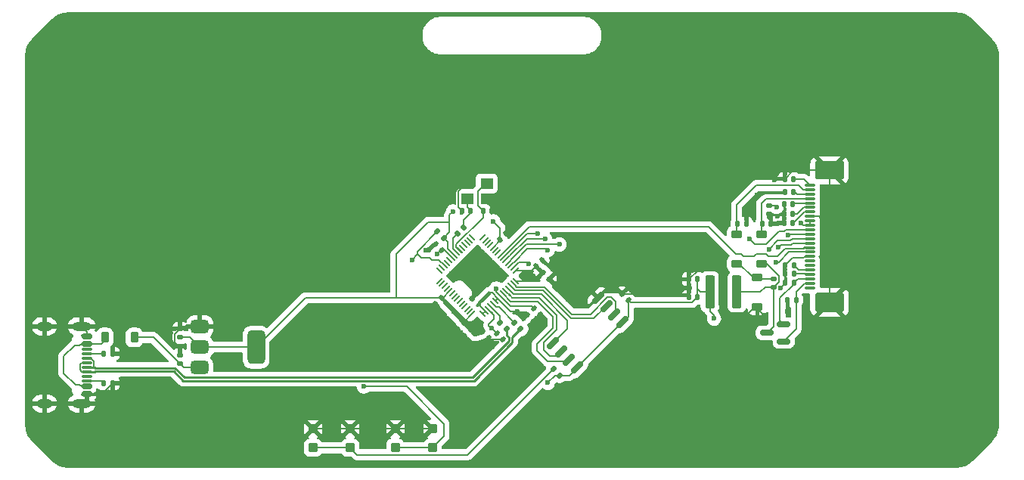
<source format=gbr>
%TF.GenerationSoftware,KiCad,Pcbnew,9.0.1*%
%TF.CreationDate,2025-10-31T20:13:03-04:00*%
%TF.ProjectId,arcus,61726375-732e-46b6-9963-61645f706362,2025-10-31*%
%TF.SameCoordinates,Original*%
%TF.FileFunction,Copper,L1,Top*%
%TF.FilePolarity,Positive*%
%FSLAX46Y46*%
G04 Gerber Fmt 4.6, Leading zero omitted, Abs format (unit mm)*
G04 Created by KiCad (PCBNEW 9.0.1) date 2025-10-31 20:13:03*
%MOMM*%
%LPD*%
G01*
G04 APERTURE LIST*
G04 Aperture macros list*
%AMRoundRect*
0 Rectangle with rounded corners*
0 $1 Rounding radius*
0 $2 $3 $4 $5 $6 $7 $8 $9 X,Y pos of 4 corners*
0 Add a 4 corners polygon primitive as box body*
4,1,4,$2,$3,$4,$5,$6,$7,$8,$9,$2,$3,0*
0 Add four circle primitives for the rounded corners*
1,1,$1+$1,$2,$3*
1,1,$1+$1,$4,$5*
1,1,$1+$1,$6,$7*
1,1,$1+$1,$8,$9*
0 Add four rect primitives between the rounded corners*
20,1,$1+$1,$2,$3,$4,$5,0*
20,1,$1+$1,$4,$5,$6,$7,0*
20,1,$1+$1,$6,$7,$8,$9,0*
20,1,$1+$1,$8,$9,$2,$3,0*%
%AMRotRect*
0 Rectangle, with rotation*
0 The origin of the aperture is its center*
0 $1 length*
0 $2 width*
0 $3 Rotation angle, in degrees counterclockwise*
0 Add horizontal line*
21,1,$1,$2,0,0,$3*%
G04 Aperture macros list end*
%TA.AperFunction,SMDPad,CuDef*%
%ADD10RoundRect,0.225000X-0.375000X0.225000X-0.375000X-0.225000X0.375000X-0.225000X0.375000X0.225000X0*%
%TD*%
%TA.AperFunction,SMDPad,CuDef*%
%ADD11RoundRect,0.225000X0.375000X-0.225000X0.375000X0.225000X-0.375000X0.225000X-0.375000X-0.225000X0*%
%TD*%
%TA.AperFunction,SMDPad,CuDef*%
%ADD12RoundRect,0.225000X0.225000X0.375000X-0.225000X0.375000X-0.225000X-0.375000X0.225000X-0.375000X0*%
%TD*%
%TA.AperFunction,SMDPad,CuDef*%
%ADD13RoundRect,0.140000X-0.140000X-0.170000X0.140000X-0.170000X0.140000X0.170000X-0.140000X0.170000X0*%
%TD*%
%TA.AperFunction,SMDPad,CuDef*%
%ADD14RoundRect,0.140000X0.170000X-0.140000X0.170000X0.140000X-0.170000X0.140000X-0.170000X-0.140000X0*%
%TD*%
%TA.AperFunction,SMDPad,CuDef*%
%ADD15RoundRect,0.135000X0.226274X0.035355X0.035355X0.226274X-0.226274X-0.035355X-0.035355X-0.226274X0*%
%TD*%
%TA.AperFunction,SMDPad,CuDef*%
%ADD16RoundRect,0.135000X0.135000X0.185000X-0.135000X0.185000X-0.135000X-0.185000X0.135000X-0.185000X0*%
%TD*%
%TA.AperFunction,SMDPad,CuDef*%
%ADD17RoundRect,0.250000X-0.300000X-1.600000X0.300000X-1.600000X0.300000X1.600000X-0.300000X1.600000X0*%
%TD*%
%TA.AperFunction,SMDPad,CuDef*%
%ADD18RoundRect,0.140000X0.219203X0.021213X0.021213X0.219203X-0.219203X-0.021213X-0.021213X-0.219203X0*%
%TD*%
%TA.AperFunction,SMDPad,CuDef*%
%ADD19RoundRect,0.142500X-0.382500X-0.332500X0.382500X-0.332500X0.382500X0.332500X-0.382500X0.332500X0*%
%TD*%
%TA.AperFunction,SMDPad,CuDef*%
%ADD20RoundRect,0.140000X-0.170000X0.140000X-0.170000X-0.140000X0.170000X-0.140000X0.170000X0.140000X0*%
%TD*%
%TA.AperFunction,SMDPad,CuDef*%
%ADD21RoundRect,0.140000X0.140000X0.170000X-0.140000X0.170000X-0.140000X-0.170000X0.140000X-0.170000X0*%
%TD*%
%TA.AperFunction,SMDPad,CuDef*%
%ADD22RoundRect,0.375000X-0.625000X-0.375000X0.625000X-0.375000X0.625000X0.375000X-0.625000X0.375000X0*%
%TD*%
%TA.AperFunction,SMDPad,CuDef*%
%ADD23RoundRect,0.500000X-0.500000X-1.400000X0.500000X-1.400000X0.500000X1.400000X-0.500000X1.400000X0*%
%TD*%
%TA.AperFunction,SMDPad,CuDef*%
%ADD24RoundRect,0.150000X-0.425000X0.150000X-0.425000X-0.150000X0.425000X-0.150000X0.425000X0.150000X0*%
%TD*%
%TA.AperFunction,SMDPad,CuDef*%
%ADD25RoundRect,0.075000X-0.500000X0.075000X-0.500000X-0.075000X0.500000X-0.075000X0.500000X0.075000X0*%
%TD*%
%TA.AperFunction,HeatsinkPad*%
%ADD26O,2.100000X1.000000*%
%TD*%
%TA.AperFunction,HeatsinkPad*%
%ADD27O,1.800000X1.000000*%
%TD*%
%TA.AperFunction,SMDPad,CuDef*%
%ADD28RoundRect,0.140000X-0.021213X0.219203X-0.219203X0.021213X0.021213X-0.219203X0.219203X-0.021213X0*%
%TD*%
%TA.AperFunction,SMDPad,CuDef*%
%ADD29RoundRect,0.140000X-0.219203X-0.021213X-0.021213X-0.219203X0.219203X0.021213X0.021213X0.219203X0*%
%TD*%
%TA.AperFunction,SMDPad,CuDef*%
%ADD30RoundRect,0.162500X0.344715X0.574524X-0.574524X-0.344715X-0.344715X-0.574524X0.574524X0.344715X0*%
%TD*%
%TA.AperFunction,SMDPad,CuDef*%
%ADD31RoundRect,0.135000X-0.035355X0.226274X-0.226274X0.035355X0.035355X-0.226274X0.226274X-0.035355X0*%
%TD*%
%TA.AperFunction,SMDPad,CuDef*%
%ADD32RoundRect,0.150000X0.587500X0.150000X-0.587500X0.150000X-0.587500X-0.150000X0.587500X-0.150000X0*%
%TD*%
%TA.AperFunction,SMDPad,CuDef*%
%ADD33RoundRect,0.135000X-0.226274X-0.035355X-0.035355X-0.226274X0.226274X0.035355X0.035355X0.226274X0*%
%TD*%
%TA.AperFunction,SMDPad,CuDef*%
%ADD34RoundRect,0.135000X-0.135000X-0.185000X0.135000X-0.185000X0.135000X0.185000X-0.135000X0.185000X0*%
%TD*%
%TA.AperFunction,SMDPad,CuDef*%
%ADD35RoundRect,0.140000X0.021213X-0.219203X0.219203X-0.021213X-0.021213X0.219203X-0.219203X0.021213X0*%
%TD*%
%TA.AperFunction,SMDPad,CuDef*%
%ADD36RoundRect,0.075000X0.525000X-0.075000X0.525000X0.075000X-0.525000X0.075000X-0.525000X-0.075000X0*%
%TD*%
%TA.AperFunction,SMDPad,CuDef*%
%ADD37RoundRect,0.330000X1.320000X-0.770000X1.320000X0.770000X-1.320000X0.770000X-1.320000X-0.770000X0*%
%TD*%
%TA.AperFunction,SMDPad,CuDef*%
%ADD38RoundRect,0.315000X1.335000X-0.735000X1.335000X0.735000X-1.335000X0.735000X-1.335000X-0.735000X0*%
%TD*%
%TA.AperFunction,SMDPad,CuDef*%
%ADD39R,1.400000X1.200000*%
%TD*%
%TA.AperFunction,SMDPad,CuDef*%
%ADD40RoundRect,0.050000X0.238649X0.309359X-0.309359X-0.238649X-0.238649X-0.309359X0.309359X0.238649X0*%
%TD*%
%TA.AperFunction,SMDPad,CuDef*%
%ADD41RoundRect,0.050000X-0.238649X0.309359X-0.309359X0.238649X0.238649X-0.309359X0.309359X-0.238649X0*%
%TD*%
%TA.AperFunction,HeatsinkPad*%
%ADD42RotRect,3.200000X3.200000X225.000000*%
%TD*%
%TA.AperFunction,ViaPad*%
%ADD43C,0.600000*%
%TD*%
%TA.AperFunction,Conductor*%
%ADD44C,0.190000*%
%TD*%
%TA.AperFunction,Conductor*%
%ADD45C,0.265000*%
%TD*%
%TA.AperFunction,Conductor*%
%ADD46C,0.200000*%
%TD*%
%TA.AperFunction,Conductor*%
%ADD47C,0.100000*%
%TD*%
%TA.AperFunction,Conductor*%
%ADD48C,0.199000*%
%TD*%
G04 APERTURE END LIST*
D10*
%TO.P,D7,1,K*%
%TO.N,/VGH*%
X172900000Y-78350000D03*
%TO.P,D7,2,A*%
%TO.N,Net-(D7-A)*%
X172900000Y-81650000D03*
%TD*%
D11*
%TO.P,D6,1,K*%
%TO.N,GND*%
X172462742Y-86450000D03*
%TO.P,D6,2,A*%
%TO.N,Net-(D5-K)*%
X172462742Y-83150000D03*
%TD*%
%TO.P,D5,1,K*%
%TO.N,Net-(D5-K)*%
X170137258Y-81650000D03*
%TO.P,D5,2,A*%
%TO.N,/VGL*%
X170137258Y-78350000D03*
%TD*%
D12*
%TO.P,D1,1,K*%
%TO.N,+5V*%
X102705000Y-89920000D03*
%TO.P,D1,2,A*%
%TO.N,Net-(D1-A)*%
X99405000Y-89920000D03*
%TD*%
D13*
%TO.P,C7,2*%
%TO.N,+3V3*%
X165742742Y-85400000D03*
%TO.P,C7,1*%
%TO.N,GND*%
X164782742Y-85400000D03*
%TD*%
D14*
%TO.P,C6,2*%
%TO.N,+3V3*%
X173800000Y-75120000D03*
%TO.P,C6,1*%
%TO.N,GND*%
X173800000Y-76080000D03*
%TD*%
D13*
%TO.P,C26,1*%
%TO.N,GND*%
X139391142Y-75743223D03*
%TO.P,C26,2*%
%TO.N,Net-(C26-Pad2)*%
X140351142Y-75743223D03*
%TD*%
D15*
%TO.P,R1,1*%
%TO.N,/USB_D+*%
X145960624Y-88960624D03*
%TO.P,R1,2*%
%TO.N,Net-(U2-USB_DP)*%
X145239376Y-88239376D03*
%TD*%
D16*
%TO.P,R11,1*%
%TO.N,/RESE*%
X176572742Y-83800000D03*
%TO.P,R11,2*%
%TO.N,GND*%
X175552742Y-83800000D03*
%TD*%
D13*
%TO.P,C8,1*%
%TO.N,GND*%
X175582742Y-82800000D03*
%TO.P,C8,2*%
%TO.N,Net-(U1-VGL{slash}NC)*%
X176542742Y-82800000D03*
%TD*%
%TO.P,C28,1*%
%TO.N,GND*%
X175457258Y-76100000D03*
%TO.P,C28,2*%
%TO.N,Net-(U1-VPP)*%
X176417258Y-76100000D03*
%TD*%
D17*
%TO.P,L2,1,1*%
%TO.N,+3V3*%
X167162742Y-84800000D03*
%TO.P,L2,2,2*%
%TO.N,Net-(D7-A)*%
X170162742Y-84800000D03*
%TD*%
D18*
%TO.P,C22,1*%
%TO.N,+1V1*%
X137139411Y-80139411D03*
%TO.P,C22,2*%
%TO.N,GND*%
X136460589Y-79460589D03*
%TD*%
D19*
%TO.P,SW1,1,1*%
%TO.N,GND*%
X122725000Y-100125000D03*
X126875000Y-100125000D03*
%TO.P,SW1,2,2*%
%TO.N,Net-(R5-Pad1)*%
X122725000Y-102275000D03*
X126875000Y-102275000D03*
%TD*%
D20*
%TO.P,C27,1*%
%TO.N,Net-(D5-K)*%
X174262742Y-83320000D03*
%TO.P,C27,2*%
%TO.N,Net-(D7-A)*%
X174262742Y-84280000D03*
%TD*%
D19*
%TO.P,SW2,1,1*%
%TO.N,GND*%
X131925000Y-100125000D03*
X136075000Y-100125000D03*
%TO.P,SW2,2,2*%
%TO.N,Net-(U2-RUN)*%
X131925000Y-102275000D03*
X136075000Y-102275000D03*
%TD*%
D21*
%TO.P,C25,1*%
%TO.N,GND*%
X142731142Y-75743223D03*
%TO.P,C25,2*%
%TO.N,/XIN*%
X141771142Y-75743223D03*
%TD*%
D22*
%TO.P,U3,1,GND*%
%TO.N,GND*%
X110050000Y-88700000D03*
%TO.P,U3,2,VO*%
%TO.N,+3V3*%
X110050000Y-91000000D03*
D23*
X116350000Y-91000000D03*
D22*
%TO.P,U3,3,VI*%
%TO.N,+5V*%
X110050000Y-93300000D03*
%TD*%
D24*
%TO.P,J2,A1,GND*%
%TO.N,GND*%
X97390000Y-89800000D03*
%TO.P,J2,A4,VBUS*%
%TO.N,Net-(D1-A)*%
X97390000Y-90600000D03*
D25*
%TO.P,J2,A5,CC1*%
%TO.N,Net-(J2-CC1)*%
X97390000Y-91750000D03*
%TO.P,J2,A6,D+*%
%TO.N,/USB_D+*%
X97390000Y-92750000D03*
%TO.P,J2,A7,D-*%
%TO.N,/USB_D-*%
X97390000Y-93250000D03*
%TO.P,J2,A8,SBU1*%
%TO.N,unconnected-(J2-SBU1-PadA8)*%
X97390000Y-94250000D03*
D24*
%TO.P,J2,A9,VBUS*%
%TO.N,Net-(D1-A)*%
X97390000Y-95400000D03*
%TO.P,J2,A12,GND*%
%TO.N,GND*%
X97390000Y-96200000D03*
%TO.P,J2,B1,GND*%
X97390000Y-96200000D03*
%TO.P,J2,B4,VBUS*%
%TO.N,Net-(D1-A)*%
X97390000Y-95400000D03*
D25*
%TO.P,J2,B5,CC2*%
%TO.N,Net-(J2-CC2)*%
X97390000Y-94750000D03*
%TO.P,J2,B6,D+*%
%TO.N,/USB_D+*%
X97390000Y-93750000D03*
%TO.P,J2,B7,D-*%
%TO.N,/USB_D-*%
X97390000Y-92250000D03*
%TO.P,J2,B8,SBU2*%
%TO.N,unconnected-(J2-SBU2-PadB8)*%
X97390000Y-91250000D03*
D24*
%TO.P,J2,B9,VBUS*%
%TO.N,Net-(D1-A)*%
X97390000Y-90600000D03*
%TO.P,J2,B12,GND*%
%TO.N,GND*%
X97390000Y-89800000D03*
D26*
%TO.P,J2,S1,SHIELD*%
X96815000Y-88680000D03*
D27*
X92635000Y-88680000D03*
D26*
X96815000Y-97320000D03*
D27*
X92635000Y-97320000D03*
%TD*%
D28*
%TO.P,C13,1*%
%TO.N,+3V3*%
X139539411Y-88260589D03*
%TO.P,C13,2*%
%TO.N,GND*%
X138860589Y-88939411D03*
%TD*%
D15*
%TO.P,R7,1*%
%TO.N,+3V3*%
X137360624Y-78760624D03*
%TO.P,R7,2*%
%TO.N,Net-(U2-RUN)*%
X136639376Y-78039376D03*
%TD*%
D13*
%TO.P,C1,1*%
%TO.N,GND*%
X175520000Y-72200000D03*
%TO.P,C1,2*%
%TO.N,Net-(U1-VCOM)*%
X176480000Y-72200000D03*
%TD*%
D21*
%TO.P,C29,1*%
%TO.N,+3V3*%
X165742742Y-83400000D03*
%TO.P,C29,2*%
%TO.N,GND*%
X164782742Y-83400000D03*
%TD*%
D29*
%TO.P,C17,1*%
%TO.N,+3V3*%
X141660589Y-89260589D03*
%TO.P,C17,2*%
%TO.N,GND*%
X142339411Y-89939411D03*
%TD*%
D30*
%TO.P,U4,1,~{CS}*%
%TO.N,+3V3*%
X157346526Y-88210293D03*
%TO.P,U4,2,DO/IO_{1}*%
%TO.N,/QSPI_SD1*%
X156448500Y-87312267D03*
%TO.P,U4,3,~{WP}/IO_{2}*%
%TO.N,/QSPI_SD2*%
X155550475Y-86414242D03*
%TO.P,U4,4,GND*%
%TO.N,GND*%
X154652449Y-85516216D03*
%TO.P,U4,5,DI/IO_{0}*%
%TO.N,/QSPI_SD0*%
X149578958Y-90589707D03*
%TO.P,U4,6,CLK*%
%TO.N,/QSPI_CLK*%
X150476984Y-91487733D03*
%TO.P,U4,7,~{HOLD}/~{RESET}/IO_{3}*%
%TO.N,/QSPI_SD3*%
X151375009Y-92385758D03*
%TO.P,U4,8,VCC*%
%TO.N,+3V3*%
X152273035Y-93283784D03*
%TD*%
D21*
%TO.P,C3,1*%
%TO.N,GND*%
X173980000Y-77200000D03*
%TO.P,C3,2*%
%TO.N,/VGH*%
X173020000Y-77200000D03*
%TD*%
D31*
%TO.P,R6,1*%
%TO.N,Net-(C26-Pad2)*%
X139590624Y-77569376D03*
%TO.P,R6,2*%
%TO.N,/XOUT*%
X138869376Y-78290624D03*
%TD*%
D32*
%TO.P,Q3,1,G*%
%TO.N,/GDR*%
X175400242Y-90350000D03*
%TO.P,Q3,2,S*%
%TO.N,/RESE*%
X175400242Y-88450000D03*
%TO.P,Q3,3,D*%
%TO.N,Net-(D7-A)*%
X173525242Y-89400000D03*
%TD*%
D33*
%TO.P,R5,1*%
%TO.N,Net-(R5-Pad1)*%
X149639376Y-93439376D03*
%TO.P,R5,2*%
%TO.N,+3V3*%
X150360624Y-94160624D03*
%TD*%
D16*
%TO.P,R10,1*%
%TO.N,/GDR*%
X176810000Y-85700000D03*
%TO.P,R10,2*%
%TO.N,GND*%
X175790000Y-85700000D03*
%TD*%
D13*
%TO.P,C4,1*%
%TO.N,GND*%
X175457258Y-75000000D03*
%TO.P,C4,2*%
%TO.N,Net-(U1-VSH1)*%
X176417258Y-75000000D03*
%TD*%
D29*
%TO.P,C21,1*%
%TO.N,+1V1*%
X143260589Y-89460589D03*
%TO.P,C21,2*%
%TO.N,GND*%
X143939411Y-90139411D03*
%TD*%
D14*
%TO.P,C11,1*%
%TO.N,+3V3*%
X107800000Y-89880000D03*
%TO.P,C11,2*%
%TO.N,GND*%
X107800000Y-88920000D03*
%TD*%
D13*
%TO.P,C9,1*%
%TO.N,GND*%
X175582742Y-81800000D03*
%TO.P,C9,2*%
%TO.N,Net-(U1-VSH2)*%
X176542742Y-81800000D03*
%TD*%
D29*
%TO.P,C16,1*%
%TO.N,+3V3*%
X146660589Y-87460589D03*
%TO.P,C16,2*%
%TO.N,GND*%
X147339411Y-88139411D03*
%TD*%
D34*
%TO.P,R3,1*%
%TO.N,Net-(J2-CC1)*%
X99275000Y-91720000D03*
%TO.P,R3,2*%
%TO.N,GND*%
X100295000Y-91720000D03*
%TD*%
D28*
%TO.P,C20,1*%
%TO.N,+3V3*%
X137139411Y-85460589D03*
%TO.P,C20,2*%
%TO.N,GND*%
X136460589Y-86139411D03*
%TD*%
D35*
%TO.P,C18,1*%
%TO.N,+3V3*%
X143660589Y-78939411D03*
%TO.P,C18,2*%
%TO.N,GND*%
X144339411Y-78260589D03*
%TD*%
D13*
%TO.P,C5,1*%
%TO.N,GND*%
X175457258Y-77100000D03*
%TO.P,C5,2*%
%TO.N,Net-(U1-VDD)*%
X176417258Y-77100000D03*
%TD*%
D36*
%TO.P,U1,1,NC*%
%TO.N,unconnected-(U1-NC-Pad1)*%
X178362742Y-84350000D03*
%TO.P,U1,2,GDR*%
%TO.N,/GDR*%
X178362742Y-83850000D03*
%TO.P,U1,3,RESE*%
%TO.N,/RESE*%
X178362742Y-83350000D03*
%TO.P,U1,4,VGL/NC*%
%TO.N,Net-(U1-VGL{slash}NC)*%
X178362742Y-82850000D03*
%TO.P,U1,5,VSH2*%
%TO.N,Net-(U1-VSH2)*%
X178362742Y-82350000D03*
%TO.P,U1,6,TSCL*%
%TO.N,unconnected-(U1-TSCL-Pad6)*%
X178362742Y-81850000D03*
%TO.P,U1,7,TSDA*%
%TO.N,unconnected-(U1-TSDA-Pad7)*%
X178362742Y-81350000D03*
%TO.P,U1,8,BS1*%
%TO.N,GND*%
X178362742Y-80850000D03*
%TO.P,U1,9,BUSY*%
%TO.N,/BUSY*%
X178362742Y-80350000D03*
%TO.P,U1,10,~{RST}*%
%TO.N,/RST*%
X178362742Y-79850000D03*
%TO.P,U1,11,~{D/C}*%
%TO.N,/D{slash}C*%
X178362742Y-79350000D03*
%TO.P,U1,12,~{CS}*%
%TO.N,/CS*%
X178362742Y-78850000D03*
%TO.P,U1,13,SCL*%
%TO.N,/CLK*%
X178362742Y-78350000D03*
%TO.P,U1,14,SDA*%
%TO.N,/MOSI*%
X178362742Y-77850000D03*
%TO.P,U1,15,VDDIO*%
%TO.N,+3V3*%
X178362742Y-77350000D03*
%TO.P,U1,16,VCI*%
X178362742Y-76850000D03*
%TO.P,U1,17,VSS*%
%TO.N,GND*%
X178362742Y-76350000D03*
%TO.P,U1,18,VDD*%
%TO.N,Net-(U1-VDD)*%
X178362742Y-75850000D03*
%TO.P,U1,19,VPP*%
%TO.N,Net-(U1-VPP)*%
X178362742Y-75350000D03*
%TO.P,U1,20,VSH1*%
%TO.N,Net-(U1-VSH1)*%
X178362742Y-74850000D03*
%TO.P,U1,21,VGH*%
%TO.N,/VGH*%
X178362742Y-74350000D03*
%TO.P,U1,22,VSL*%
%TO.N,Net-(U1-VSL)*%
X178362742Y-73850000D03*
%TO.P,U1,23,VGL*%
%TO.N,/VGL*%
X178362742Y-73350000D03*
%TO.P,U1,24,VCOM*%
%TO.N,Net-(U1-VCOM)*%
X178362742Y-72850000D03*
D37*
%TO.P,U1,MP,SHIELD*%
%TO.N,GND*%
X180532742Y-85950000D03*
D38*
X180532742Y-71200000D03*
%TD*%
D28*
%TO.P,C19,1*%
%TO.N,+3V3*%
X140339411Y-89060589D03*
%TO.P,C19,2*%
%TO.N,GND*%
X139660589Y-89739411D03*
%TD*%
D15*
%TO.P,R2,1*%
%TO.N,/USB_D-*%
X144360624Y-88960624D03*
%TO.P,R2,2*%
%TO.N,Net-(U2-USB_DM)*%
X143639376Y-88239376D03*
%TD*%
D35*
%TO.P,C15,1*%
%TO.N,+3V3*%
X147660589Y-81939411D03*
%TO.P,C15,2*%
%TO.N,GND*%
X148339411Y-81260589D03*
%TD*%
D29*
%TO.P,C23,1*%
%TO.N,+1V1*%
X147460589Y-86660589D03*
%TO.P,C23,2*%
%TO.N,GND*%
X148139411Y-87339411D03*
%TD*%
D13*
%TO.P,C2,1*%
%TO.N,GND*%
X175520000Y-73600000D03*
%TO.P,C2,2*%
%TO.N,Net-(U1-VSL)*%
X176480000Y-73600000D03*
%TD*%
D34*
%TO.P,R4,1*%
%TO.N,Net-(J2-CC2)*%
X99290000Y-95020000D03*
%TO.P,R4,2*%
%TO.N,GND*%
X100310000Y-95020000D03*
%TD*%
D21*
%TO.P,C10,1*%
%TO.N,GND*%
X171217258Y-77200000D03*
%TO.P,C10,2*%
%TO.N,/VGL*%
X170257258Y-77200000D03*
%TD*%
D39*
%TO.P,Y1,1,1*%
%TO.N,Net-(C26-Pad2)*%
X139960000Y-74360000D03*
%TO.P,Y1,2,2*%
%TO.N,GND*%
X142160000Y-74360000D03*
%TO.P,Y1,3,3*%
%TO.N,/XIN*%
X142160000Y-72660000D03*
%TO.P,Y1,4,4*%
%TO.N,GND*%
X139960000Y-72660000D03*
%TD*%
D18*
%TO.P,C24,1*%
%TO.N,+3V3*%
X158002153Y-85739411D03*
%TO.P,C24,2*%
%TO.N,GND*%
X157323331Y-85060589D03*
%TD*%
D40*
%TO.P,U2,1,IOVDD*%
%TO.N,+3V3*%
X145400528Y-82407798D03*
%TO.P,U2,2,GPIO0*%
%TO.N,/BUSY*%
X145117685Y-82124955D03*
%TO.P,U2,3,GPIO1*%
%TO.N,/CS*%
X144834843Y-81842113D03*
%TO.P,U2,4,GPIO2*%
%TO.N,/CLK*%
X144552000Y-81559270D03*
%TO.P,U2,5,GPIO3*%
%TO.N,/MOSI*%
X144269157Y-81276427D03*
%TO.P,U2,6,GPIO4*%
%TO.N,/D{slash}C*%
X143986315Y-80993585D03*
%TO.P,U2,7,GPIO5*%
%TO.N,/RST*%
X143703472Y-80710742D03*
%TO.P,U2,8,GPIO6*%
%TO.N,unconnected-(U2-GPIO6-Pad8)*%
X143420629Y-80427899D03*
%TO.P,U2,9,GPIO7*%
%TO.N,unconnected-(U2-GPIO7-Pad9)*%
X143137786Y-80145056D03*
%TO.P,U2,10,IOVDD*%
%TO.N,+3V3*%
X142854944Y-79862214D03*
%TO.P,U2,11,GPIO8*%
%TO.N,unconnected-(U2-GPIO8-Pad11)*%
X142572101Y-79579371D03*
%TO.P,U2,12,GPIO9*%
%TO.N,unconnected-(U2-GPIO9-Pad12)*%
X142289258Y-79296528D03*
%TO.P,U2,13,GPIO10*%
%TO.N,unconnected-(U2-GPIO10-Pad13)*%
X142006416Y-79013686D03*
%TO.P,U2,14,GPIO11*%
%TO.N,unconnected-(U2-GPIO11-Pad14)*%
X141723573Y-78730843D03*
D41*
%TO.P,U2,15,GPIO12*%
%TO.N,unconnected-(U2-GPIO12-Pad15)*%
X140539169Y-78730843D03*
%TO.P,U2,16,GPIO13*%
%TO.N,unconnected-(U2-GPIO13-Pad16)*%
X140256326Y-79013686D03*
%TO.P,U2,17,GPIO14*%
%TO.N,unconnected-(U2-GPIO14-Pad17)*%
X139973484Y-79296528D03*
%TO.P,U2,18,GPIO15*%
%TO.N,unconnected-(U2-GPIO15-Pad18)*%
X139690641Y-79579371D03*
%TO.P,U2,19,TESTEN*%
%TO.N,unconnected-(U2-TESTEN-Pad19)*%
X139407798Y-79862214D03*
%TO.P,U2,20,XIN*%
%TO.N,/XIN*%
X139124956Y-80145056D03*
%TO.P,U2,21,XOUT*%
%TO.N,/XOUT*%
X138842113Y-80427899D03*
%TO.P,U2,22,IOVDD*%
%TO.N,+3V3*%
X138559270Y-80710742D03*
%TO.P,U2,23,DVDD*%
%TO.N,+1V1*%
X138276427Y-80993585D03*
%TO.P,U2,24,SWCLK*%
%TO.N,unconnected-(U2-SWCLK-Pad24)*%
X137993585Y-81276427D03*
%TO.P,U2,25,SWD*%
%TO.N,unconnected-(U2-SWD-Pad25)*%
X137710742Y-81559270D03*
%TO.P,U2,26,RUN*%
%TO.N,Net-(U2-RUN)*%
X137427899Y-81842113D03*
%TO.P,U2,27,GPIO16*%
%TO.N,unconnected-(U2-GPIO16-Pad27)*%
X137145057Y-82124955D03*
%TO.P,U2,28,GPIO17*%
%TO.N,unconnected-(U2-GPIO17-Pad28)*%
X136862214Y-82407798D03*
D40*
%TO.P,U2,29,GPIO18*%
%TO.N,unconnected-(U2-GPIO18-Pad29)*%
X136862214Y-83592202D03*
%TO.P,U2,30,GPIO19*%
%TO.N,unconnected-(U2-GPIO19-Pad30)*%
X137145057Y-83875045D03*
%TO.P,U2,31,GPIO20*%
%TO.N,unconnected-(U2-GPIO20-Pad31)*%
X137427899Y-84157887D03*
%TO.P,U2,32,GPIO21*%
%TO.N,unconnected-(U2-GPIO21-Pad32)*%
X137710742Y-84440730D03*
%TO.P,U2,33,IOVDD*%
%TO.N,+3V3*%
X137993585Y-84723573D03*
%TO.P,U2,34,GPIO22*%
%TO.N,unconnected-(U2-GPIO22-Pad34)*%
X138276427Y-85006415D03*
%TO.P,U2,35,GPIO23*%
%TO.N,unconnected-(U2-GPIO23-Pad35)*%
X138559270Y-85289258D03*
%TO.P,U2,36,GPIO24*%
%TO.N,unconnected-(U2-GPIO24-Pad36)*%
X138842113Y-85572101D03*
%TO.P,U2,37,GPIO25*%
%TO.N,unconnected-(U2-GPIO25-Pad37)*%
X139124956Y-85854944D03*
%TO.P,U2,38,GPIO26_ADC0*%
%TO.N,/NP1*%
X139407798Y-86137786D03*
%TO.P,U2,39,GPIO27_ADC1*%
%TO.N,/NP2*%
X139690641Y-86420629D03*
%TO.P,U2,40,GPIO28_ADC2*%
%TO.N,unconnected-(U2-GPIO28_ADC2-Pad40)*%
X139973484Y-86703472D03*
%TO.P,U2,41,GPIO29_ADC3*%
%TO.N,unconnected-(U2-GPIO29_ADC3-Pad41)*%
X140256326Y-86986314D03*
%TO.P,U2,42,IOVDD*%
%TO.N,+3V3*%
X140539169Y-87269157D03*
D41*
%TO.P,U2,43,ADC_AVDD*%
X141723573Y-87269157D03*
%TO.P,U2,44,VREG_IN*%
X142006416Y-86986314D03*
%TO.P,U2,45,VREG_VOUT*%
%TO.N,+1V1*%
X142289258Y-86703472D03*
%TO.P,U2,46,USB_DM*%
%TO.N,Net-(U2-USB_DM)*%
X142572101Y-86420629D03*
%TO.P,U2,47,USB_DP*%
%TO.N,Net-(U2-USB_DP)*%
X142854944Y-86137786D03*
%TO.P,U2,48,USB_VDD*%
%TO.N,+3V3*%
X143137786Y-85854944D03*
%TO.P,U2,49,IOVDD*%
X143420629Y-85572101D03*
%TO.P,U2,50,DVDD*%
%TO.N,+1V1*%
X143703472Y-85289258D03*
%TO.P,U2,51,QSPI_SD3*%
%TO.N,/QSPI_SD3*%
X143986315Y-85006415D03*
%TO.P,U2,52,QSPI_SCLK*%
%TO.N,/QSPI_CLK*%
X144269157Y-84723573D03*
%TO.P,U2,53,QSPI_SD0*%
%TO.N,/QSPI_SD0*%
X144552000Y-84440730D03*
%TO.P,U2,54,QSPI_SD2*%
%TO.N,/QSPI_SD2*%
X144834843Y-84157887D03*
%TO.P,U2,55,QSPI_SD1*%
%TO.N,/QSPI_SD1*%
X145117685Y-83875045D03*
%TO.P,U2,56,QSPI_SS*%
%TO.N,+3V3*%
X145400528Y-83592202D03*
D42*
%TO.P,U2,57,GND*%
%TO.N,GND*%
X141131371Y-83000000D03*
%TD*%
D29*
%TO.P,C14,1*%
%TO.N,+3V3*%
X148460589Y-82660589D03*
%TO.P,C14,2*%
%TO.N,GND*%
X149139411Y-83339411D03*
%TD*%
D14*
%TO.P,C12,1*%
%TO.N,+5V*%
X107800000Y-92880000D03*
%TO.P,C12,2*%
%TO.N,GND*%
X107800000Y-91920000D03*
%TD*%
D43*
%TO.N,GND*%
X101300000Y-91800000D03*
%TO.N,/D{slash}C*%
X147900000Y-78300000D03*
X174824265Y-79824265D03*
%TO.N,/CS*%
X173739990Y-80032203D03*
%TO.N,/MOSI*%
X148700000Y-78900000D03*
%TO.N,/CLK*%
X150300000Y-79500000D03*
X175892227Y-78455212D03*
%TO.N,/CS*%
X149000000Y-80100000D03*
%TO.N,/BUSY*%
X146847594Y-81672170D03*
X174500000Y-81500000D03*
%TO.N,+3V3*%
X174600000Y-75300000D03*
%TO.N,GND*%
X174700000Y-76300000D03*
X173200000Y-87400000D03*
X171200000Y-76200000D03*
X140500000Y-85600000D03*
X161800000Y-68992462D03*
X172400000Y-74000000D03*
X174400000Y-72300000D03*
X117000000Y-72200000D03*
X156400000Y-64000000D03*
X135363641Y-80163641D03*
X129400000Y-65800000D03*
X123200000Y-89800000D03*
X125200000Y-80600000D03*
X111200000Y-81400000D03*
X161000000Y-91000000D03*
X138200000Y-82800000D03*
X175072742Y-84395635D03*
X141200000Y-80000000D03*
X112400000Y-63800000D03*
X132000000Y-73000000D03*
X160600000Y-82200000D03*
X148200000Y-89000000D03*
X142800000Y-91000000D03*
X175800000Y-87000000D03*
X138400000Y-66000000D03*
X171600000Y-63800000D03*
X179600000Y-92600000D03*
X144000000Y-83200000D03*
%TO.N,+3V3*%
X138450000Y-87010000D03*
X142900000Y-76900000D03*
X145600000Y-87000000D03*
X177313724Y-77113724D03*
X167600000Y-87800000D03*
X149000000Y-95000000D03*
X146600000Y-83000000D03*
X138400000Y-75800000D03*
%TO.N,+1V1*%
X142700000Y-88900000D03*
X136600000Y-80600000D03*
%TO.N,Net-(U2-RUN)*%
X128400000Y-95400000D03*
X133800000Y-81200000D03*
%TO.N,+1V1*%
X143233195Y-84442571D03*
%TO.N,/MOSI*%
X171600000Y-78900000D03*
%TD*%
D44*
%TO.N,/XOUT*%
X138360459Y-79946245D02*
X138842113Y-80427899D01*
X138360459Y-78799541D02*
X138360459Y-79946245D01*
X138869376Y-78290624D02*
X138360459Y-78799541D01*
%TO.N,GND*%
X138964000Y-73556000D02*
X139860000Y-72660000D01*
X139860000Y-72660000D02*
X139960000Y-72660000D01*
X138964000Y-75316081D02*
X138964000Y-73556000D01*
X139391142Y-75743223D02*
X138964000Y-75316081D01*
%TO.N,/XIN*%
X138751459Y-79777215D02*
X139342122Y-80367878D01*
X138751459Y-79481227D02*
X138751459Y-79777215D01*
X141771142Y-76461544D02*
X138751459Y-79481227D01*
X141771142Y-75743223D02*
X141771142Y-76461544D01*
X141164000Y-75136081D02*
X141164000Y-73556000D01*
X141771142Y-75743223D02*
X141164000Y-75136081D01*
X141164000Y-73556000D02*
X142060000Y-72660000D01*
X142060000Y-72660000D02*
X142160000Y-72660000D01*
%TO.N,Net-(C26-Pad2)*%
X140351142Y-76018858D02*
X139590624Y-76779376D01*
X139590624Y-76779376D02*
X139590624Y-77569376D01*
X140351142Y-75743223D02*
X140351142Y-76018858D01*
X139960000Y-75352081D02*
X140351142Y-75743223D01*
X139960000Y-74360000D02*
X139960000Y-75352081D01*
%TO.N,/USB_D+*%
X96846000Y-93750000D02*
X97390000Y-93750000D01*
X96619124Y-92945877D02*
X96619124Y-93523124D01*
X96619124Y-93523124D02*
X96846000Y-93750000D01*
X97390000Y-92750000D02*
X96815001Y-92750000D01*
X96815001Y-92750000D02*
X96619124Y-92945877D01*
%TO.N,/USB_D-*%
X98161000Y-92560670D02*
X98161000Y-93189000D01*
X98161000Y-93189000D02*
X98100000Y-93250000D01*
X97850330Y-92250000D02*
X98161000Y-92560670D01*
X98100000Y-93250000D02*
X97390000Y-93250000D01*
X97390000Y-92250000D02*
X97850330Y-92250000D01*
D45*
X144634858Y-90311584D02*
X144634858Y-89924810D01*
X108319990Y-94383500D02*
X140562942Y-94383500D01*
X107253990Y-93317500D02*
X108319990Y-94383500D01*
X98320001Y-93317500D02*
X107253990Y-93317500D01*
X144634858Y-89924810D02*
X144360624Y-89650576D01*
X98252501Y-93250000D02*
X98320001Y-93317500D01*
X97390000Y-93250000D02*
X98252501Y-93250000D01*
%TO.N,/USB_D+*%
X145000838Y-89920410D02*
X145960624Y-88960624D01*
X140714536Y-94749480D02*
X145000838Y-90463178D01*
X108168396Y-94749480D02*
X140714536Y-94749480D01*
X98319021Y-93683480D02*
X107102396Y-93683480D01*
X107102396Y-93683480D02*
X108168396Y-94749480D01*
X98252501Y-93750000D02*
X98319021Y-93683480D01*
%TO.N,/USB_D-*%
X140562942Y-94383500D02*
X144634858Y-90311584D01*
X144360624Y-89650576D02*
X144360624Y-88960624D01*
%TO.N,/USB_D+*%
X145000838Y-90463178D02*
X145000838Y-89920410D01*
X97390000Y-93750000D02*
X98252501Y-93750000D01*
D44*
%TO.N,GND*%
X175457258Y-75000000D02*
X175457258Y-76100000D01*
D46*
X136066690Y-79460589D02*
X136460589Y-79460589D01*
X135363641Y-80163638D02*
X136066690Y-79460589D01*
X135363641Y-80163641D02*
X135363641Y-80163638D01*
D44*
X101220000Y-91720000D02*
X101300000Y-91800000D01*
X100295000Y-91720000D02*
X101220000Y-91720000D01*
X148339411Y-81260589D02*
X148460589Y-81260589D01*
X107800000Y-91920000D02*
X107800000Y-91111000D01*
D46*
X107189000Y-90500000D02*
X107189000Y-89531000D01*
D44*
X107800000Y-91111000D02*
X107189000Y-90500000D01*
%TO.N,/MOSI*%
X144269157Y-81276427D02*
X144269157Y-81272183D01*
X144269157Y-81272183D02*
X144770670Y-80770670D01*
%TO.N,/D{slash}C*%
X143986315Y-80993585D02*
X146679900Y-78300000D01*
D46*
%TO.N,/RST*%
X146914214Y-77500000D02*
X143703472Y-80710742D01*
X166975549Y-77500000D02*
X146914214Y-77500000D01*
X170024549Y-80549000D02*
X166975549Y-77500000D01*
X170672418Y-80549000D02*
X170024549Y-80549000D01*
X170923418Y-80800000D02*
X170672418Y-80549000D01*
X172113840Y-80800000D02*
X170923418Y-80800000D01*
X172364840Y-80549000D02*
X172113840Y-80800000D01*
X173686160Y-80800000D02*
X173435160Y-80549000D01*
X173435160Y-80549000D02*
X172364840Y-80549000D01*
X174700000Y-80800000D02*
X173686160Y-80800000D01*
X175551000Y-79949000D02*
X174700000Y-80800000D01*
X177629918Y-79949000D02*
X175551000Y-79949000D01*
X178313742Y-79899000D02*
X177679918Y-79899000D01*
X177679918Y-79899000D02*
X177629918Y-79949000D01*
X178362742Y-79850000D02*
X178313742Y-79899000D01*
%TO.N,/D{slash}C*%
X147900000Y-78300000D02*
X146681314Y-78300000D01*
%TO.N,/CLK*%
X175892227Y-78455212D02*
X175997439Y-78350000D01*
X175997439Y-78350000D02*
X178362742Y-78350000D01*
%TO.N,/MOSI*%
X173435160Y-79451000D02*
X174876160Y-78010000D01*
X175490000Y-78010000D02*
X175652000Y-77848000D01*
X172151000Y-79451000D02*
X173435160Y-79451000D01*
X174876160Y-78010000D02*
X175490000Y-78010000D01*
X175652000Y-77848000D02*
X178360742Y-77848000D01*
X171600000Y-78900000D02*
X172151000Y-79451000D01*
X178360742Y-77848000D02*
X178362742Y-77850000D01*
X171600000Y-78900000D02*
X171672368Y-78827632D01*
%TO.N,/CS*%
X176164829Y-79055211D02*
X176370040Y-78850000D01*
X174744789Y-79055211D02*
X176164829Y-79055211D01*
X173767797Y-80032203D02*
X174744789Y-79055211D01*
X173739990Y-80032203D02*
X173767797Y-80032203D01*
X176370040Y-78850000D02*
X178362742Y-78850000D01*
%TO.N,GND*%
X178362742Y-76350000D02*
X180482742Y-76350000D01*
X180532742Y-76300000D02*
X180532742Y-71200000D01*
X180482742Y-76350000D02*
X180532742Y-76300000D01*
%TO.N,/BUSY*%
X176001413Y-80350000D02*
X178362742Y-80350000D01*
X174851413Y-81500000D02*
X176001413Y-80350000D01*
X174500000Y-81500000D02*
X174851413Y-81500000D01*
%TO.N,/CS*%
X146675540Y-80000000D02*
X145213339Y-81462201D01*
X149000000Y-80100000D02*
X148900000Y-80000000D01*
X148900000Y-80000000D02*
X146675540Y-80000000D01*
%TO.N,/CLK*%
X146608440Y-79500000D02*
X144930496Y-81177944D01*
X150300000Y-79500000D02*
X146608440Y-79500000D01*
%TO.N,/MOSI*%
X146641340Y-78900000D02*
X144770670Y-80770670D01*
X148700000Y-78900000D02*
X146641340Y-78900000D01*
%TO.N,/BUSY*%
X146687459Y-81512035D02*
X145730606Y-81512035D01*
X146847594Y-81672170D02*
X146687459Y-81512035D01*
X145730606Y-81512035D02*
X145496182Y-81746459D01*
D44*
%TO.N,+3V3*%
X137256569Y-85460589D02*
X137139411Y-85460589D01*
X137993585Y-84723573D02*
X137256569Y-85460589D01*
%TO.N,+1V1*%
X142996000Y-87804000D02*
X142400000Y-88400000D01*
X142996000Y-87411628D02*
X142996000Y-87804000D01*
X142992186Y-87407814D02*
X142996000Y-87411628D01*
D46*
%TO.N,+5V*%
X104840000Y-89920000D02*
X107800000Y-92880000D01*
X102455000Y-89920000D02*
X104840000Y-89920000D01*
X108220000Y-93300000D02*
X107800000Y-92880000D01*
X110050000Y-93300000D02*
X108220000Y-93300000D01*
%TO.N,+3V3*%
X142005708Y-86987022D02*
X141723573Y-87269157D01*
X166042742Y-84800000D02*
X165742742Y-84500000D01*
X167162742Y-84800000D02*
X166042742Y-84800000D01*
X165742742Y-84500000D02*
X165742742Y-85400000D01*
X165742742Y-83400000D02*
X165742742Y-84500000D01*
X174420000Y-75120000D02*
X174600000Y-75300000D01*
X173800000Y-75120000D02*
X174420000Y-75120000D01*
%TO.N,GND*%
X175348859Y-73771141D02*
X175520000Y-73600000D01*
X173271141Y-73771141D02*
X175348859Y-73771141D01*
X173042282Y-74000000D02*
X173271141Y-73771141D01*
X172400000Y-74000000D02*
X173042282Y-74000000D01*
%TO.N,/VGH*%
X173450000Y-74350000D02*
X172900000Y-74900000D01*
X172900000Y-74900000D02*
X172900000Y-78600000D01*
X178362742Y-74350000D02*
X173450000Y-74350000D01*
%TO.N,Net-(U1-VCOM)*%
X176480000Y-72200000D02*
X177712742Y-72200000D01*
X177712742Y-72200000D02*
X178362742Y-72850000D01*
%TO.N,GND*%
X180532742Y-71200000D02*
X176520000Y-71200000D01*
X180532742Y-85950000D02*
X180532742Y-76300000D01*
X171462742Y-87200000D02*
X169200000Y-87200000D01*
X165782742Y-82400000D02*
X164782742Y-83400000D01*
X169200000Y-87200000D02*
X168200000Y-86200000D01*
X167800000Y-82400000D02*
X165782742Y-82400000D01*
X157125342Y-84862600D02*
X157323331Y-85060589D01*
X136075000Y-100125000D02*
X122725000Y-100125000D01*
X178313742Y-80899000D02*
X178362742Y-80850000D01*
X177679918Y-80899000D02*
X178313742Y-80899000D01*
X175183732Y-84284645D02*
X175183732Y-84169010D01*
X110050000Y-88700000D02*
X108020000Y-88700000D01*
X136400000Y-86200000D02*
X136460589Y-86139411D01*
X172462742Y-86200000D02*
X172462742Y-86662742D01*
X175183732Y-84169010D02*
X175552742Y-83800000D01*
X164782742Y-85400000D02*
X164443331Y-85060589D01*
X97390000Y-89255000D02*
X96815000Y-88680000D01*
X108020000Y-88700000D02*
X107800000Y-88920000D01*
X174080000Y-77100000D02*
X173980000Y-77200000D01*
X99130000Y-96200000D02*
X100310000Y-95020000D01*
X175800000Y-85710000D02*
X175790000Y-85700000D01*
X176520000Y-71200000D02*
X175520000Y-72200000D01*
X175800000Y-87000000D02*
X175800000Y-85710000D01*
X154652449Y-85516216D02*
X155306065Y-84862600D01*
X172462742Y-86662742D02*
X173200000Y-87400000D01*
X155306065Y-84862600D02*
X157125342Y-84862600D01*
X92635000Y-97320000D02*
X96815000Y-97320000D01*
X175072742Y-84395635D02*
X175183732Y-84284645D01*
X92635000Y-88680000D02*
X96815000Y-88680000D01*
X142539411Y-90139411D02*
X142339411Y-89939411D01*
X168200000Y-82800000D02*
X167800000Y-82400000D01*
X175552742Y-81830000D02*
X175582742Y-81800000D01*
X164443331Y-85060589D02*
X157323331Y-85060589D01*
X177578918Y-81000000D02*
X177679918Y-80899000D01*
X175552742Y-83800000D02*
X175552742Y-81830000D01*
X97390000Y-96200000D02*
X97390000Y-96745000D01*
X172462742Y-86200000D02*
X171462742Y-87200000D01*
X171200000Y-77182742D02*
X171217258Y-77200000D01*
X175582742Y-81800000D02*
X176382742Y-81000000D01*
X174400000Y-72300000D02*
X175420000Y-72300000D01*
X168200000Y-86200000D02*
X168200000Y-82800000D01*
X171200000Y-76200000D02*
X171200000Y-77182742D01*
X143939411Y-90139411D02*
X142539411Y-90139411D01*
X97390000Y-96200000D02*
X99130000Y-96200000D01*
X175420000Y-72300000D02*
X175520000Y-72200000D01*
X97390000Y-89800000D02*
X97390000Y-89255000D01*
X97390000Y-96745000D02*
X96815000Y-97320000D01*
X176382742Y-81000000D02*
X177578918Y-81000000D01*
X107189000Y-89531000D02*
X107800000Y-88920000D01*
%TO.N,Net-(U1-VSL)*%
X176930000Y-73850000D02*
X176480000Y-73400000D01*
X178362742Y-73850000D02*
X176930000Y-73850000D01*
%TO.N,Net-(U1-VSH1)*%
X178362742Y-74850000D02*
X176567258Y-74850000D01*
X176567258Y-74850000D02*
X176417258Y-75000000D01*
%TO.N,Net-(U1-VDD)*%
X177728918Y-75850000D02*
X176478918Y-77100000D01*
X178362742Y-75850000D02*
X177728918Y-75850000D01*
X176478918Y-77100000D02*
X176417258Y-77100000D01*
%TO.N,+3V3*%
X158273742Y-86011000D02*
X165109292Y-86011000D01*
X143660589Y-77660589D02*
X143660589Y-78939411D01*
X152273035Y-93283784D02*
X151396195Y-94160624D01*
X157346526Y-88210293D02*
X158002153Y-87554666D01*
X147660589Y-81939411D02*
X147192202Y-82407798D01*
X165109292Y-86011000D02*
X165742742Y-85377550D01*
X146600000Y-83000000D02*
X146600000Y-82407798D01*
X116350000Y-91000000D02*
X110050000Y-91000000D01*
X146139411Y-87460589D02*
X146660589Y-87460589D01*
X121889411Y-85460589D02*
X132000000Y-85460589D01*
D44*
X142854944Y-79862214D02*
X143660589Y-79056569D01*
D46*
X146600000Y-82407798D02*
X145400528Y-82407798D01*
X138000000Y-76200000D02*
X138000000Y-77400000D01*
X108930000Y-89880000D02*
X110050000Y-91000000D01*
X157346526Y-88210293D02*
X152273035Y-93283784D01*
X107800000Y-89880000D02*
X108930000Y-89880000D01*
X139539411Y-88260589D02*
X139549151Y-88260589D01*
D44*
X143660589Y-79056569D02*
X143660589Y-78939411D01*
D46*
X142900000Y-76900000D02*
X143660589Y-77660589D01*
X149000000Y-95000000D02*
X149839376Y-94160624D01*
X137802358Y-79953830D02*
X138559270Y-80710742D01*
%TO.N,+5V*%
X109630000Y-92880000D02*
X110050000Y-93300000D01*
%TO.N,+3V3*%
X145678822Y-87000000D02*
X146139411Y-87460589D01*
X158002153Y-87554666D02*
X158002153Y-85739411D01*
X137139411Y-85460589D02*
X137139411Y-85539411D01*
X149839376Y-94160624D02*
X150360624Y-94160624D01*
X145400528Y-83592202D02*
X147528976Y-83592202D01*
X147192202Y-82407798D02*
X146600000Y-82407798D01*
X139549151Y-88260589D02*
X140539876Y-87269864D01*
X145600000Y-87000000D02*
X145678822Y-87000000D01*
X116350000Y-91000000D02*
X121889411Y-85460589D01*
X167600000Y-87400000D02*
X167162742Y-86962742D01*
X178362742Y-77350000D02*
X177550000Y-77350000D01*
X167600000Y-87800000D02*
X167600000Y-87400000D01*
X143138494Y-85854236D02*
X143420629Y-85572101D01*
X137802358Y-79202358D02*
X137802358Y-79953830D01*
X147660589Y-81939411D02*
X147739411Y-81939411D01*
X138400000Y-75800000D02*
X138000000Y-76200000D01*
X144847114Y-87000000D02*
X143419922Y-85572808D01*
X178362742Y-76850000D02*
X178362742Y-77350000D01*
X140339411Y-89060589D02*
X139539411Y-88260589D01*
X138000000Y-77400000D02*
X138000000Y-77000000D01*
X138000000Y-77000000D02*
X135600000Y-77000000D01*
X145600000Y-87000000D02*
X144847114Y-87000000D01*
X167162742Y-86962742D02*
X167162742Y-84800000D01*
X147528976Y-83592202D02*
X148460589Y-82660589D01*
X166762742Y-84400000D02*
X167162742Y-84800000D01*
X177550000Y-77350000D02*
X177313724Y-77113724D01*
X137360624Y-78760624D02*
X138000000Y-78121248D01*
X151396195Y-94160624D02*
X150360624Y-94160624D01*
X158002153Y-85739411D02*
X158273742Y-86011000D01*
X137360624Y-78760624D02*
X137802358Y-79202358D01*
X147739411Y-81939411D02*
X148460589Y-82660589D01*
X132000000Y-85460589D02*
X137139411Y-85460589D01*
X135600000Y-77000000D02*
X132000000Y-80600000D01*
X132000000Y-80600000D02*
X132000000Y-85460589D01*
X138000000Y-78121248D02*
X138000000Y-77400000D01*
%TO.N,Net-(U1-VGL{slash}NC)*%
X176542742Y-82800000D02*
X178312742Y-82800000D01*
X178312742Y-82800000D02*
X178362742Y-82850000D01*
%TO.N,Net-(U1-VSH2)*%
X176542742Y-81800000D02*
X177092742Y-82350000D01*
X177092742Y-82350000D02*
X178362742Y-82350000D01*
%TO.N,/VGL*%
X178362742Y-73350000D02*
X177550000Y-73350000D01*
X177550000Y-73350000D02*
X177100000Y-72900000D01*
X172300000Y-72900000D02*
X170137258Y-75062742D01*
X170137258Y-75062742D02*
X170137258Y-78600000D01*
X177100000Y-72900000D02*
X172300000Y-72900000D01*
%TO.N,+1V1*%
X137060589Y-80139411D02*
X136600000Y-80600000D01*
X142700000Y-88900000D02*
X142400000Y-88600000D01*
D44*
X138276427Y-80993585D02*
X137422253Y-80139411D01*
D46*
X147460589Y-86660589D02*
X147200000Y-86400000D01*
X147200000Y-86400000D02*
X144815630Y-86400000D01*
X144815630Y-86400000D02*
X144807815Y-86392185D01*
D44*
X142289258Y-86704886D02*
X142992186Y-87407814D01*
D46*
X137139411Y-80139411D02*
X137060589Y-80139411D01*
X143260589Y-89460589D02*
X142700000Y-88900000D01*
X142992186Y-87407814D02*
X142667755Y-87083383D01*
D47*
X143703472Y-85289258D02*
X143704888Y-85289258D01*
D46*
X142400000Y-88600000D02*
X142400000Y-88400000D01*
D44*
X142289258Y-86703472D02*
X142289258Y-86704886D01*
D46*
X143704888Y-85289258D02*
X144807815Y-86392185D01*
D44*
X137422253Y-80139411D02*
X137139411Y-80139411D01*
D46*
%TO.N,Net-(D7-A)*%
X170162742Y-84800000D02*
X172800000Y-84800000D01*
X173320000Y-84280000D02*
X174262742Y-84280000D01*
X173280292Y-81400000D02*
X174873742Y-82993450D01*
X172800000Y-84800000D02*
X173320000Y-84280000D01*
X174873742Y-82993450D02*
X174873742Y-83669000D01*
X174262742Y-88662500D02*
X173525242Y-89400000D01*
X174873742Y-83669000D02*
X174262742Y-84280000D01*
X172900000Y-81400000D02*
X173280292Y-81400000D01*
X174262742Y-84280000D02*
X174262742Y-88662500D01*
%TO.N,Net-(D5-K)*%
X172137258Y-83400000D02*
X172462742Y-83400000D01*
X174262742Y-83320000D02*
X172542742Y-83320000D01*
X170137258Y-81400000D02*
X172137258Y-83400000D01*
X172542742Y-83320000D02*
X172462742Y-83400000D01*
%TO.N,Net-(U1-VPP)*%
X177650000Y-75350000D02*
X176900000Y-76100000D01*
X176900000Y-76100000D02*
X176417258Y-76100000D01*
X178362742Y-75350000D02*
X177650000Y-75350000D01*
%TO.N,Net-(D1-A)*%
X96595008Y-90786000D02*
X96034992Y-90786000D01*
X94800000Y-93909496D02*
X96104504Y-95214000D01*
X96104504Y-95214000D02*
X96595008Y-95214000D01*
X96781008Y-95400000D02*
X97390000Y-95400000D01*
X98975000Y-90600000D02*
X97390000Y-90600000D01*
X96034992Y-90786000D02*
X96024496Y-90775504D01*
X96781008Y-90600000D02*
X96595008Y-90786000D01*
X94800000Y-92000000D02*
X94800000Y-93909496D01*
X96024496Y-90775504D02*
X94800000Y-92000000D01*
X97390000Y-90600000D02*
X96781008Y-90600000D01*
X96595008Y-95214000D02*
X96781008Y-95400000D01*
X99655000Y-89920000D02*
X98975000Y-90600000D01*
%TO.N,Net-(J2-CC2)*%
X99290000Y-95020000D02*
X99020000Y-94750000D01*
X97420000Y-94720000D02*
X97390000Y-94750000D01*
X99020000Y-94750000D02*
X97390000Y-94750000D01*
%TO.N,Net-(J2-CC1)*%
X97420000Y-91720000D02*
X97390000Y-91750000D01*
X99275000Y-91720000D02*
X97420000Y-91720000D01*
%TO.N,/RESE*%
X175000000Y-88049758D02*
X175400242Y-88450000D01*
X176572742Y-83800000D02*
X177022742Y-83350000D01*
X176572742Y-83927258D02*
X175000000Y-85500000D01*
X177022742Y-83350000D02*
X178362742Y-83350000D01*
X175000000Y-85500000D02*
X175000000Y-88049758D01*
X176572742Y-83800000D02*
X176572742Y-83927258D01*
%TO.N,/GDR*%
X176810000Y-88940242D02*
X175400242Y-90350000D01*
X176810000Y-84768918D02*
X177728918Y-83850000D01*
X176810000Y-85700000D02*
X176810000Y-84768918D01*
X177728918Y-83850000D02*
X178362742Y-83850000D01*
X176810000Y-85700000D02*
X176810000Y-88940242D01*
D48*
%TO.N,Net-(U2-USB_DP)*%
X142854944Y-86137786D02*
X143233440Y-86516283D01*
D46*
X143516283Y-86516283D02*
X145239376Y-88239376D01*
X143233440Y-86516283D02*
X143516283Y-86516283D01*
%TO.N,Net-(U2-USB_DM)*%
X143639376Y-87487904D02*
X142572101Y-86420629D01*
X142572101Y-86420631D02*
X142572101Y-86420629D01*
X143639376Y-88239376D02*
X143639376Y-87487904D01*
%TO.N,Net-(R5-Pad1)*%
X126875000Y-102275000D02*
X127651000Y-103051000D01*
X127651000Y-103051000D02*
X140027752Y-103051000D01*
X126875000Y-102275000D02*
X122725000Y-102275000D01*
X140027752Y-103051000D02*
X149639376Y-93439376D01*
X149639376Y-93439376D02*
X149639376Y-93449674D01*
%TO.N,Net-(U2-RUN)*%
X133800000Y-81200000D02*
X134400000Y-80600000D01*
X137400000Y-100950000D02*
X136075000Y-102275000D01*
X128400000Y-95400000D02*
X133200000Y-95400000D01*
X135800000Y-81000000D02*
X134800000Y-81000000D01*
D44*
X136785786Y-81200000D02*
X136000000Y-81200000D01*
D46*
X133200000Y-95400000D02*
X137400000Y-99600000D01*
D44*
X137427899Y-81842113D02*
X136785786Y-81200000D01*
D46*
X134800000Y-81000000D02*
X134400000Y-80600000D01*
X137400000Y-99600000D02*
X137400000Y-100950000D01*
X134400000Y-80278752D02*
X136639376Y-78039376D01*
X136000000Y-81200000D02*
X135800000Y-81000000D01*
X134400000Y-80600000D02*
X134400000Y-80278752D01*
X131925000Y-102275000D02*
X136075000Y-102275000D01*
D48*
%TO.N,/QSPI_SD2*%
X145331496Y-84654540D02*
X145331496Y-84654541D01*
D46*
X154164717Y-87800000D02*
X151600000Y-87800000D01*
X145331496Y-84654541D02*
X145213339Y-84536384D01*
X148454541Y-84654541D02*
X145331496Y-84654541D01*
X155550475Y-86414242D02*
X154164717Y-87800000D01*
X151600000Y-87800000D02*
X148454541Y-84654541D01*
D48*
X144834843Y-84157887D02*
X145331496Y-84654540D01*
D44*
%TO.N,/QSPI_SD1*%
X145501181Y-84258541D02*
X148648541Y-84258541D01*
D46*
X155680929Y-85373034D02*
X153753963Y-87300000D01*
X156083995Y-85373034D02*
X155680929Y-85373034D01*
X156591683Y-85880722D02*
X156083995Y-85373034D01*
D44*
X145117685Y-83875045D02*
X145501181Y-84258541D01*
X148648541Y-84258541D02*
X148653541Y-84253541D01*
D46*
X151700000Y-87300000D02*
X148653541Y-84253541D01*
X156591683Y-87169084D02*
X156591683Y-85880722D01*
X156448500Y-87312267D02*
X156591683Y-87169084D01*
X153753963Y-87300000D02*
X151700000Y-87300000D01*
%TO.N,/QSPI_SD0*%
X149578958Y-90589707D02*
X151200000Y-88968665D01*
X148255541Y-85055541D02*
X145166811Y-85055541D01*
X145166811Y-85055541D02*
X144552000Y-84440730D01*
X151200000Y-88000000D02*
X148255541Y-85055541D01*
X151200000Y-88968665D02*
X151200000Y-88000000D01*
D48*
%TO.N,/QSPI_CLK*%
X144269157Y-84723573D02*
X144872792Y-85327208D01*
D46*
X148056541Y-85456541D02*
X150000000Y-87400000D01*
X144647654Y-85102070D02*
X144772792Y-85227208D01*
X145000711Y-85456541D02*
X148056541Y-85456541D01*
X148519194Y-91319194D02*
X149200000Y-92000000D01*
X149200000Y-92000000D02*
X149964717Y-92000000D01*
X148519194Y-90480806D02*
X148519194Y-91319194D01*
X150000000Y-87400000D02*
X150000000Y-89000000D01*
X144772792Y-85227208D02*
X144872792Y-85327208D01*
X149964717Y-92000000D02*
X150476984Y-91487733D01*
X145000711Y-85455127D02*
X145000711Y-85456541D01*
X144872792Y-85327208D02*
X145000711Y-85455127D01*
X150000000Y-89000000D02*
X148519194Y-90480806D01*
%TO.N,/QSPI_SD3*%
X149000000Y-92600000D02*
X147800000Y-91400000D01*
D47*
X144837441Y-85857541D02*
X145000000Y-85857541D01*
D46*
X151160767Y-92600000D02*
X149000000Y-92600000D01*
X149599000Y-87566100D02*
X147890441Y-85857541D01*
X149599000Y-88833900D02*
X149599000Y-87566100D01*
X145000000Y-85857541D02*
X144834611Y-85857541D01*
X147800000Y-90632900D02*
X149599000Y-88833900D01*
X147890441Y-85857541D02*
X145000000Y-85857541D01*
X143986315Y-85006415D02*
X144837441Y-85857541D01*
X147800000Y-91400000D02*
X147800000Y-90632900D01*
X151375009Y-92385758D02*
X151160767Y-92600000D01*
%TO.N,+1V1*%
X143703472Y-85289258D02*
X143233195Y-84818981D01*
X143233195Y-84818981D02*
X143233195Y-84442571D01*
%TO.N,+3V3*%
X141400000Y-86381314D02*
X142005708Y-86987022D01*
X141400000Y-85967159D02*
X141400000Y-86381314D01*
X142748528Y-84900000D02*
X142467159Y-84900000D01*
X143420629Y-85572101D02*
X142748528Y-84900000D01*
X142467159Y-84900000D02*
X141400000Y-85967159D01*
%TO.N,/RST*%
X178313742Y-79801000D02*
X177679918Y-79801000D01*
X178362742Y-79850000D02*
X178313742Y-79801000D01*
%TO.N,/D{slash}C*%
X178362742Y-79350000D02*
X176437140Y-79350000D01*
X176437140Y-79350000D02*
X176239140Y-79548000D01*
X176239140Y-79548000D02*
X175100530Y-79548000D01*
X175100530Y-79548000D02*
X174824265Y-79824265D01*
%TD*%
%TA.AperFunction,Conductor*%
%TO.N,+3V3*%
G36*
X137047015Y-85140289D02*
G01*
X137072752Y-85142935D01*
X137085138Y-85150206D01*
X137089598Y-85151367D01*
X137097133Y-85157248D01*
X137103189Y-85160804D01*
X137108615Y-85165135D01*
X137113309Y-85169829D01*
X137183373Y-85224870D01*
X137183545Y-85224944D01*
X137188687Y-85229049D01*
X137208842Y-85249360D01*
X137264876Y-85320690D01*
X137396472Y-85452286D01*
X137467796Y-85508316D01*
X137488704Y-85529224D01*
X137547329Y-85603850D01*
X137678991Y-85735512D01*
X137751948Y-85792826D01*
X137772855Y-85813732D01*
X137788385Y-85833500D01*
X137830171Y-85886691D01*
X137830173Y-85886693D01*
X137830177Y-85886698D01*
X137961834Y-86018355D01*
X138034791Y-86075669D01*
X138055698Y-86096575D01*
X138083136Y-86131501D01*
X138113014Y-86169534D01*
X138113016Y-86169536D01*
X138113020Y-86169541D01*
X138244677Y-86301198D01*
X138317634Y-86358512D01*
X138338541Y-86379418D01*
X138353361Y-86398282D01*
X138395857Y-86452377D01*
X138395859Y-86452379D01*
X138395863Y-86452384D01*
X138527520Y-86584041D01*
X138600478Y-86641356D01*
X138621385Y-86662262D01*
X138623658Y-86665155D01*
X138678699Y-86735219D01*
X138678701Y-86735221D01*
X138678705Y-86735226D01*
X138810362Y-86866883D01*
X138883319Y-86924197D01*
X138904226Y-86945103D01*
X138915041Y-86958869D01*
X138961542Y-87018062D01*
X138961544Y-87018064D01*
X138961548Y-87018069D01*
X139093205Y-87149726D01*
X139166162Y-87207040D01*
X139187069Y-87227946D01*
X139221267Y-87271477D01*
X139244385Y-87300905D01*
X139244387Y-87300907D01*
X139244391Y-87300912D01*
X139376048Y-87432569D01*
X139449006Y-87489884D01*
X139469913Y-87510790D01*
X139472186Y-87513683D01*
X139527227Y-87583747D01*
X139527229Y-87583749D01*
X139527233Y-87583754D01*
X139658884Y-87715405D01*
X139658888Y-87715408D01*
X139658893Y-87715413D01*
X139728957Y-87770454D01*
X139728960Y-87770455D01*
X139733517Y-87774035D01*
X139754426Y-87794944D01*
X139810460Y-87866274D01*
X139942056Y-87997870D01*
X140012060Y-88052863D01*
X140012063Y-88052865D01*
X140150737Y-88113099D01*
X140300520Y-88133687D01*
X140450303Y-88113099D01*
X140588977Y-88052865D01*
X140588980Y-88052863D01*
X140658984Y-87997870D01*
X141043690Y-87613164D01*
X141105013Y-87579679D01*
X141174704Y-87584663D01*
X141219052Y-87613164D01*
X141603757Y-87997870D01*
X141673761Y-88052863D01*
X141752696Y-88087149D01*
X141806343Y-88131912D01*
X141827273Y-88198574D01*
X141823070Y-88232977D01*
X141799500Y-88320943D01*
X141799500Y-88513330D01*
X141799499Y-88513348D01*
X141799499Y-88679054D01*
X141799498Y-88679054D01*
X141840423Y-88831784D01*
X141840423Y-88831785D01*
X141868091Y-88879708D01*
X141882886Y-88905333D01*
X141897311Y-88944138D01*
X141899500Y-88955633D01*
X141899500Y-88978842D01*
X141930263Y-89133497D01*
X141936014Y-89147382D01*
X141938395Y-89159884D01*
X141936184Y-89182505D01*
X141938612Y-89205108D01*
X141932850Y-89216615D01*
X141931599Y-89229422D01*
X141917508Y-89247257D01*
X141907331Y-89267585D01*
X141904265Y-89270761D01*
X141621577Y-89553449D01*
X141621570Y-89553457D01*
X141603995Y-89574034D01*
X141548805Y-89611174D01*
X140904723Y-89825172D01*
X140834896Y-89827629D01*
X140775750Y-89792929D01*
X140437485Y-89437070D01*
X140418707Y-89411388D01*
X140402087Y-89381155D01*
X140378437Y-89353465D01*
X140378422Y-89353449D01*
X140046542Y-89021570D01*
X140046535Y-89021563D01*
X140030084Y-89007512D01*
X140020753Y-88998665D01*
X139047923Y-87975238D01*
X137354417Y-86193652D01*
X137322497Y-86131501D01*
X137320292Y-86108221D01*
X137320292Y-86079714D01*
X137320291Y-86079706D01*
X137280047Y-85922965D01*
X137202088Y-85781157D01*
X137202087Y-85781155D01*
X137178437Y-85753465D01*
X137178422Y-85753449D01*
X136846550Y-85421577D01*
X136846538Y-85421566D01*
X136846535Y-85421563D01*
X136845461Y-85420645D01*
X136845337Y-85420456D01*
X136844756Y-85419919D01*
X136844821Y-85419848D01*
X136844814Y-85419841D01*
X136844887Y-85419767D01*
X136807269Y-85362140D01*
X136806769Y-85292272D01*
X136844122Y-85233226D01*
X136855724Y-85224189D01*
X136955587Y-85155533D01*
X136980167Y-85147478D01*
X137003249Y-85135790D01*
X137012828Y-85136774D01*
X137021979Y-85133776D01*
X137047015Y-85140289D01*
G37*
%TD.AperFunction*%
%TA.AperFunction,Conductor*%
G36*
X146679387Y-87020185D02*
G01*
X146713905Y-87057154D01*
X146715489Y-87056060D01*
X146719092Y-87061273D01*
X146742736Y-87088956D01*
X146742755Y-87088976D01*
X146926722Y-87272942D01*
X146960207Y-87334265D01*
X146955223Y-87403956D01*
X146926722Y-87448304D01*
X146621577Y-87753449D01*
X146621561Y-87753466D01*
X146597914Y-87781153D01*
X146597911Y-87781157D01*
X146518805Y-87925052D01*
X146498653Y-87945088D01*
X146480810Y-87967208D01*
X146471956Y-87971634D01*
X146469259Y-87974316D01*
X146449241Y-87982990D01*
X146221358Y-88058705D01*
X146151531Y-88061162D01*
X146091461Y-88025479D01*
X146064117Y-87975454D01*
X146064089Y-87975466D01*
X146063998Y-87975238D01*
X146062155Y-87971865D01*
X146062096Y-87971634D01*
X146061219Y-87968218D01*
X146061217Y-87968215D01*
X146061217Y-87968213D01*
X145983868Y-87827516D01*
X145983867Y-87827514D01*
X145960399Y-87800037D01*
X145960384Y-87800021D01*
X145678732Y-87518370D01*
X145678720Y-87518359D01*
X145678715Y-87518354D01*
X145651238Y-87494885D01*
X145555773Y-87442403D01*
X145510534Y-87417532D01*
X145355017Y-87377602D01*
X145355014Y-87377602D01*
X145278199Y-87377602D01*
X145248758Y-87368957D01*
X145218772Y-87362434D01*
X145213756Y-87358679D01*
X145211160Y-87357917D01*
X145190518Y-87341283D01*
X145061416Y-87212181D01*
X145027931Y-87150858D01*
X145032915Y-87081166D01*
X145074787Y-87025233D01*
X145140251Y-87000816D01*
X145149097Y-87000500D01*
X146612348Y-87000500D01*
X146679387Y-87020185D01*
G37*
%TD.AperFunction*%
%TA.AperFunction,Conductor*%
G36*
X142438678Y-84751233D02*
G01*
X142452234Y-84752203D01*
X142469867Y-84765402D01*
X142489920Y-84774513D01*
X142504638Y-84791432D01*
X142508168Y-84794074D01*
X142510500Y-84798169D01*
X142513085Y-84801141D01*
X142519168Y-84810566D01*
X142523801Y-84821750D01*
X142599778Y-84935458D01*
X142600316Y-84936291D01*
X142609961Y-84968902D01*
X142620112Y-85001321D01*
X142619841Y-85002308D01*
X142620132Y-85003292D01*
X142610619Y-85035926D01*
X142601628Y-85068702D01*
X142600865Y-85069386D01*
X142600579Y-85070370D01*
X142572734Y-85101044D01*
X142540675Y-85126228D01*
X142409076Y-85257827D01*
X142353044Y-85329154D01*
X142332137Y-85350061D01*
X142257503Y-85408693D01*
X142125851Y-85540345D01*
X142068531Y-85613310D01*
X142047625Y-85634216D01*
X141974660Y-85691536D01*
X141843008Y-85823188D01*
X141785688Y-85896153D01*
X141764782Y-85917059D01*
X141691817Y-85974379D01*
X141560165Y-86106031D01*
X141501533Y-86180665D01*
X141480626Y-86201572D01*
X141409299Y-86257604D01*
X141277702Y-86389201D01*
X141229200Y-86450943D01*
X141209955Y-86464662D01*
X141193635Y-86481761D01*
X141182028Y-86484570D01*
X141172307Y-86491501D01*
X141148700Y-86492637D01*
X141125727Y-86498199D01*
X141114444Y-86494287D01*
X141102518Y-86494862D01*
X141082042Y-86483054D01*
X141059712Y-86475313D01*
X141046118Y-86462338D01*
X141041991Y-86459958D01*
X141034181Y-86450944D01*
X140990346Y-86395145D01*
X140964411Y-86330267D01*
X140977668Y-86261667D01*
X141006234Y-86226349D01*
X141005982Y-86226097D01*
X141008375Y-86223703D01*
X141009205Y-86222678D01*
X141010280Y-86221794D01*
X141010289Y-86221789D01*
X141121789Y-86110289D01*
X141209394Y-85979179D01*
X141269737Y-85833497D01*
X141275673Y-85803650D01*
X141308055Y-85741742D01*
X141345777Y-85715047D01*
X141404744Y-85688119D01*
X141451427Y-85650500D01*
X142321222Y-84780702D01*
X142340548Y-84770149D01*
X142357168Y-84755692D01*
X142370616Y-84753731D01*
X142382543Y-84747219D01*
X142404512Y-84748790D01*
X142426307Y-84745613D01*
X142438678Y-84751233D01*
G37*
%TD.AperFunction*%
%TA.AperFunction,Conductor*%
G36*
X147830846Y-81871666D02*
G01*
X147875194Y-81900167D01*
X147953449Y-81978422D01*
X147953465Y-81978437D01*
X147981155Y-82002087D01*
X147981157Y-82002088D01*
X148101892Y-82068462D01*
X148122966Y-82080047D01*
X148238967Y-82109831D01*
X148295806Y-82142252D01*
X148549685Y-82396131D01*
X148583170Y-82457454D01*
X148578186Y-82527146D01*
X148549685Y-82571493D01*
X148460589Y-82660589D01*
X148499832Y-82699832D01*
X148533317Y-82761155D01*
X148528333Y-82830847D01*
X148499833Y-82875194D01*
X148421561Y-82953466D01*
X148397914Y-82981153D01*
X148397911Y-82981157D01*
X148319952Y-83122964D01*
X148317398Y-83132914D01*
X148284976Y-83189754D01*
X148068493Y-83406236D01*
X148068494Y-83406237D01*
X148112408Y-83430379D01*
X148161672Y-83479925D01*
X148176328Y-83548240D01*
X148151724Y-83613635D01*
X148095671Y-83655346D01*
X148052670Y-83663041D01*
X146317973Y-83663041D01*
X146250934Y-83643356D01*
X146205179Y-83590552D01*
X146204239Y-83588443D01*
X146184236Y-83542394D01*
X146184234Y-83542390D01*
X146129241Y-83472386D01*
X145744535Y-83087681D01*
X145711050Y-83026358D01*
X145716034Y-82956667D01*
X145744535Y-82912319D01*
X146129241Y-82527613D01*
X146184234Y-82457609D01*
X146184235Y-82457607D01*
X146214600Y-82387700D01*
X146259363Y-82334052D01*
X146326024Y-82313122D01*
X146393419Y-82331553D01*
X146397225Y-82333998D01*
X146468403Y-82381557D01*
X146468412Y-82381562D01*
X146468415Y-82381564D01*
X146468417Y-82381564D01*
X146468421Y-82381567D01*
X146614092Y-82441905D01*
X146614097Y-82441907D01*
X146768747Y-82472669D01*
X146768750Y-82472670D01*
X146768752Y-82472670D01*
X146926438Y-82472670D01*
X146926439Y-82472669D01*
X147081091Y-82441907D01*
X147226773Y-82381564D01*
X147226778Y-82381560D01*
X147231154Y-82379222D01*
X147299556Y-82364976D01*
X147364801Y-82389973D01*
X147406175Y-82446276D01*
X147410541Y-82516009D01*
X147377295Y-82576258D01*
X147286678Y-82666875D01*
X147286678Y-82666876D01*
X147302626Y-82680498D01*
X147302631Y-82680501D01*
X147444327Y-82758399D01*
X147540271Y-82783033D01*
X147600309Y-82818771D01*
X147629538Y-82872300D01*
X147641600Y-82919278D01*
X147641600Y-82919279D01*
X147714939Y-83052682D01*
X147714940Y-83052683D01*
X148067624Y-82699999D01*
X147660589Y-82292964D01*
X147627534Y-82292964D01*
X147622693Y-82291542D01*
X147617755Y-82292578D01*
X147589499Y-82281795D01*
X147560495Y-82273279D01*
X147557192Y-82269467D01*
X147552477Y-82267668D01*
X147534536Y-82243320D01*
X147514740Y-82220475D01*
X147514022Y-82215481D01*
X147511029Y-82211420D01*
X147509099Y-82181245D01*
X147504796Y-82151317D01*
X147506804Y-82145357D01*
X147506570Y-82141693D01*
X147513414Y-82125744D01*
X147519153Y-82108718D01*
X147521616Y-82104285D01*
X147556988Y-82051349D01*
X147574371Y-82009381D01*
X147577827Y-82003165D01*
X147597851Y-81983440D01*
X147615487Y-81961556D01*
X147622407Y-81959252D01*
X147627604Y-81954134D01*
X147650708Y-81949289D01*
X147699831Y-81900167D01*
X147761154Y-81866682D01*
X147830846Y-81871666D01*
G37*
%TD.AperFunction*%
%TD*%
%TA.AperFunction,Conductor*%
%TO.N,GND*%
G36*
X148247653Y-87079834D02*
G01*
X148292000Y-87108335D01*
X148962181Y-87778516D01*
X148995666Y-87839839D01*
X148998500Y-87866197D01*
X148998500Y-88533802D01*
X148978815Y-88600841D01*
X148962181Y-88621483D01*
X147319481Y-90264182D01*
X147319479Y-90264185D01*
X147308939Y-90282441D01*
X147282449Y-90328324D01*
X147240423Y-90401115D01*
X147199499Y-90553843D01*
X147199499Y-90553845D01*
X147199499Y-90721946D01*
X147199500Y-90721959D01*
X147199500Y-91313330D01*
X147199499Y-91313348D01*
X147199499Y-91479054D01*
X147199498Y-91479054D01*
X147199499Y-91479057D01*
X147240288Y-91631282D01*
X147240424Y-91631787D01*
X147246980Y-91643142D01*
X147249502Y-91647511D01*
X147253536Y-91654497D01*
X147253537Y-91654499D01*
X147319477Y-91768712D01*
X147319481Y-91768717D01*
X147438349Y-91887585D01*
X147438355Y-91887590D01*
X148515139Y-92964374D01*
X148515149Y-92964385D01*
X148519479Y-92968715D01*
X148519480Y-92968716D01*
X148631284Y-93080520D01*
X148692026Y-93115589D01*
X148747398Y-93147558D01*
X148795614Y-93198125D01*
X148808837Y-93266732D01*
X148805503Y-93285781D01*
X148777602Y-93394449D01*
X148777602Y-93394452D01*
X148777602Y-93400553D01*
X148757917Y-93467592D01*
X148741283Y-93488234D01*
X139815336Y-102414181D01*
X139754013Y-102447666D01*
X139727655Y-102450500D01*
X137224500Y-102450500D01*
X137215814Y-102447949D01*
X137206853Y-102449238D01*
X137182812Y-102438259D01*
X137157461Y-102430815D01*
X137151533Y-102423974D01*
X137143297Y-102420213D01*
X137129007Y-102397978D01*
X137111706Y-102378011D01*
X137109418Y-102367496D01*
X137105523Y-102361435D01*
X137100500Y-102326500D01*
X137100500Y-102150096D01*
X137120185Y-102083057D01*
X137136815Y-102062419D01*
X137768713Y-101430521D01*
X137768716Y-101430520D01*
X137880520Y-101318716D01*
X137930639Y-101231904D01*
X137959577Y-101181785D01*
X138000501Y-101029057D01*
X138000501Y-100870943D01*
X138000501Y-100863348D01*
X138000500Y-100863330D01*
X138000500Y-99689059D01*
X138000501Y-99689046D01*
X138000501Y-99520945D01*
X138000501Y-99520943D01*
X137959577Y-99368215D01*
X137914976Y-99290964D01*
X137880520Y-99231284D01*
X137768716Y-99119480D01*
X137768715Y-99119479D01*
X137764385Y-99115149D01*
X137764374Y-99115139D01*
X134243396Y-95594161D01*
X134209911Y-95532838D01*
X134214895Y-95463146D01*
X134256767Y-95407213D01*
X134322231Y-95382796D01*
X134331077Y-95382480D01*
X140776883Y-95382480D01*
X140859155Y-95366114D01*
X140899175Y-95358154D01*
X141014374Y-95310437D01*
X141118050Y-95241163D01*
X145492521Y-90866692D01*
X145561795Y-90763016D01*
X145562880Y-90760398D01*
X145582944Y-90711957D01*
X145609512Y-90647817D01*
X145617472Y-90607797D01*
X145633838Y-90525525D01*
X145633838Y-90233969D01*
X145653523Y-90166930D01*
X145670157Y-90146288D01*
X145816945Y-89999500D01*
X145966088Y-89850356D01*
X146022924Y-89817937D01*
X146161072Y-89782467D01*
X146274281Y-89720230D01*
X146301772Y-89705117D01*
X146301772Y-89705116D01*
X146301775Y-89705115D01*
X146329252Y-89681647D01*
X146681646Y-89329252D01*
X146705115Y-89301775D01*
X146782467Y-89161072D01*
X146822398Y-89005551D01*
X146822398Y-88844986D01*
X146809768Y-88795796D01*
X146782467Y-88689465D01*
X146738843Y-88610113D01*
X146709716Y-88557132D01*
X146694670Y-88488903D01*
X146718900Y-88423369D01*
X146740351Y-88401024D01*
X146747381Y-88395332D01*
X146768908Y-88382575D01*
X146807678Y-88346512D01*
X146810979Y-88343840D01*
X146811522Y-88343613D01*
X146814975Y-88340737D01*
X146825703Y-88332754D01*
X146828400Y-88330072D01*
X146828399Y-88330071D01*
X146855061Y-88303560D01*
X146855062Y-88303561D01*
X146868397Y-88290300D01*
X146896090Y-88269569D01*
X147018845Y-88202087D01*
X147046535Y-88178437D01*
X147378437Y-87846535D01*
X147402087Y-87818845D01*
X147474552Y-87687029D01*
X147480045Y-87677038D01*
X147480045Y-87677037D01*
X147480047Y-87677034D01*
X147502055Y-87591315D01*
X147537789Y-87531283D01*
X147591314Y-87502055D01*
X147677034Y-87480047D01*
X147818845Y-87402087D01*
X147846535Y-87378437D01*
X147977400Y-87247572D01*
X148116638Y-87108335D01*
X148177961Y-87074850D01*
X148247653Y-87079834D01*
G37*
%TD.AperFunction*%
%TA.AperFunction,Conductor*%
G36*
X136651794Y-86080774D02*
G01*
X136672431Y-86097403D01*
X136753465Y-86178437D01*
X136781155Y-86202087D01*
X136792988Y-86208592D01*
X136800891Y-86214778D01*
X136815616Y-86235357D01*
X136833462Y-86253305D01*
X136841440Y-86271448D01*
X136841549Y-86271600D01*
X136841554Y-86271706D01*
X136841702Y-86272043D01*
X136851613Y-86300824D01*
X136872834Y-86362443D01*
X136872835Y-86362445D01*
X136904752Y-86424590D01*
X136988026Y-86541916D01*
X136988036Y-86541928D01*
X137683963Y-87274050D01*
X137708649Y-87312028D01*
X137740604Y-87389176D01*
X137740609Y-87389185D01*
X137828210Y-87520288D01*
X137828213Y-87520292D01*
X137939707Y-87631786D01*
X137939711Y-87631789D01*
X138070814Y-87719390D01*
X138070821Y-87719394D01*
X138106672Y-87734244D01*
X138149095Y-87763374D01*
X138657951Y-88298695D01*
X138688180Y-88353288D01*
X138719953Y-88477035D01*
X138797911Y-88618842D01*
X138797914Y-88618846D01*
X138821561Y-88646533D01*
X138821577Y-88646550D01*
X139153449Y-88978422D01*
X139153465Y-88978437D01*
X139181155Y-89002087D01*
X139322966Y-89080047D01*
X139391262Y-89097582D01*
X139406305Y-89106417D01*
X139422590Y-89110394D01*
X139450299Y-89132254D01*
X139472586Y-89155700D01*
X139502816Y-89210293D01*
X139519953Y-89277037D01*
X139597911Y-89418842D01*
X139597914Y-89418846D01*
X139621561Y-89446533D01*
X139621577Y-89446550D01*
X139953449Y-89778422D01*
X139953466Y-89778438D01*
X139956754Y-89781246D01*
X139981155Y-89802087D01*
X139981157Y-89802088D01*
X140088806Y-89861268D01*
X140122966Y-89880047D01*
X140138944Y-89884149D01*
X140197981Y-89918822D01*
X140409359Y-90141194D01*
X140409365Y-90141200D01*
X140519954Y-90228932D01*
X140579100Y-90263632D01*
X140579106Y-90263634D01*
X140579107Y-90263635D01*
X140709621Y-90317360D01*
X140709624Y-90317361D01*
X140852672Y-90332816D01*
X140920311Y-90330435D01*
X140921963Y-90330406D01*
X140922499Y-90330359D01*
X140922502Y-90330359D01*
X140922505Y-90330358D01*
X140922510Y-90330358D01*
X140963452Y-90322992D01*
X141064110Y-90304887D01*
X141600659Y-90126616D01*
X141639757Y-90120292D01*
X141720286Y-90120292D01*
X141720290Y-90120292D01*
X141877034Y-90080047D01*
X142018845Y-90002087D01*
X142046535Y-89978437D01*
X142276241Y-89748731D01*
X142337564Y-89715246D01*
X142407255Y-89720230D01*
X142463189Y-89762101D01*
X142472584Y-89776675D01*
X142519089Y-89861268D01*
X142519092Y-89861272D01*
X142542739Y-89888959D01*
X142542755Y-89888976D01*
X142832201Y-90178422D01*
X142832217Y-90178437D01*
X142859907Y-90202087D01*
X142859909Y-90202088D01*
X143001717Y-90280047D01*
X143158458Y-90320291D01*
X143158462Y-90320292D01*
X143158466Y-90320292D01*
X143320286Y-90320292D01*
X143320290Y-90320292D01*
X143433794Y-90291149D01*
X143503620Y-90293543D01*
X143561069Y-90333309D01*
X143587899Y-90397821D01*
X143575592Y-90466599D01*
X143552310Y-90498934D01*
X140337064Y-93714181D01*
X140275741Y-93747666D01*
X140249383Y-93750500D01*
X111674500Y-93750500D01*
X111607461Y-93730815D01*
X111561706Y-93678011D01*
X111550500Y-93626500D01*
X111550499Y-92848877D01*
X111550498Y-92848876D01*
X111547600Y-92806111D01*
X111501641Y-92621307D01*
X111460159Y-92537665D01*
X111417032Y-92450707D01*
X111417030Y-92450704D01*
X111297722Y-92302278D01*
X111297721Y-92302277D01*
X111228514Y-92246647D01*
X111188595Y-92189304D01*
X111186015Y-92119482D01*
X111221594Y-92059349D01*
X111228514Y-92053353D01*
X111274102Y-92016708D01*
X111297722Y-91997722D01*
X111417030Y-91849296D01*
X111443462Y-91796000D01*
X111504628Y-91672671D01*
X111506535Y-91673617D01*
X111542131Y-91625590D01*
X111607478Y-91600860D01*
X111616916Y-91600500D01*
X114725501Y-91600500D01*
X114792540Y-91620185D01*
X114838295Y-91672989D01*
X114849501Y-91724500D01*
X114849501Y-92458034D01*
X114860113Y-92577415D01*
X114916089Y-92773045D01*
X114916090Y-92773048D01*
X114916091Y-92773049D01*
X115010302Y-92953407D01*
X115022785Y-92968716D01*
X115138890Y-93111109D01*
X115183592Y-93147558D01*
X115296593Y-93239698D01*
X115476951Y-93333909D01*
X115672582Y-93389886D01*
X115791963Y-93400500D01*
X116908036Y-93400499D01*
X117027418Y-93389886D01*
X117223049Y-93333909D01*
X117403407Y-93239698D01*
X117561109Y-93111109D01*
X117689698Y-92953407D01*
X117783909Y-92773049D01*
X117839886Y-92577418D01*
X117850500Y-92458037D01*
X117850499Y-90400095D01*
X117870184Y-90333057D01*
X117886813Y-90312420D01*
X122101827Y-86097408D01*
X122163150Y-86063923D01*
X122189508Y-86061089D01*
X131920943Y-86061089D01*
X132079057Y-86061089D01*
X136584755Y-86061089D01*
X136651794Y-86080774D01*
G37*
%TD.AperFunction*%
%TA.AperFunction,Conductor*%
G36*
X97333039Y-89569685D02*
G01*
X97378794Y-89622489D01*
X97390000Y-89674000D01*
X97390000Y-89675500D01*
X97370315Y-89742539D01*
X97317511Y-89788294D01*
X97266000Y-89799500D01*
X96899295Y-89799500D01*
X96880699Y-89800964D01*
X96873959Y-89799548D01*
X96867297Y-89801292D01*
X96840205Y-89792457D01*
X96812322Y-89786599D01*
X96805831Y-89781246D01*
X96800871Y-89779629D01*
X96781949Y-89761694D01*
X96781262Y-89762382D01*
X96780561Y-89761681D01*
X96779297Y-89759367D01*
X96774894Y-89755736D01*
X96772164Y-89752390D01*
X96772050Y-89752121D01*
X96770557Y-89750174D01*
X96771065Y-89749783D01*
X96760934Y-89725737D01*
X96747076Y-89700358D01*
X96747535Y-89693936D01*
X96745035Y-89688002D01*
X96749996Y-89659513D01*
X96752060Y-89630666D01*
X96755919Y-89625510D01*
X96757024Y-89619169D01*
X96776599Y-89597885D01*
X96793932Y-89574733D01*
X96799964Y-89572483D01*
X96804323Y-89567744D01*
X96832301Y-89560421D01*
X96859396Y-89550316D01*
X96868242Y-89550000D01*
X97266000Y-89550000D01*
X97333039Y-89569685D01*
G37*
%TD.AperFunction*%
%TA.AperFunction,Conductor*%
G36*
X175923967Y-85702486D02*
G01*
X175932699Y-85701198D01*
X175956978Y-85712179D01*
X175982540Y-85719685D01*
X175988318Y-85726354D01*
X175996360Y-85729991D01*
X176010848Y-85752355D01*
X176028295Y-85772489D01*
X176030520Y-85782719D01*
X176034350Y-85788630D01*
X176039500Y-85823546D01*
X176039500Y-85823750D01*
X176039501Y-85949180D01*
X176039982Y-85955294D01*
X176039999Y-85959939D01*
X176040000Y-85960393D01*
X176040000Y-86512843D01*
X176050905Y-86509676D01*
X176120775Y-86509876D01*
X176179445Y-86547819D01*
X176208288Y-86611457D01*
X176209500Y-86628753D01*
X176209500Y-87527639D01*
X176189815Y-87594678D01*
X176137011Y-87640433D01*
X176075775Y-87651257D01*
X176053451Y-87649500D01*
X176053436Y-87649500D01*
X175724500Y-87649500D01*
X175657461Y-87629815D01*
X175611706Y-87577011D01*
X175600500Y-87525500D01*
X175600500Y-85824000D01*
X175620185Y-85756961D01*
X175672989Y-85711206D01*
X175724500Y-85700000D01*
X175915501Y-85700000D01*
X175923967Y-85702486D01*
G37*
%TD.AperFunction*%
%TA.AperFunction,Conductor*%
G36*
X141221069Y-79540448D02*
G01*
X141228879Y-79549461D01*
X141228881Y-79549463D01*
X141277317Y-79611119D01*
X141277319Y-79611121D01*
X141277323Y-79611126D01*
X141408980Y-79742783D01*
X141481938Y-79800098D01*
X141502845Y-79821004D01*
X141505118Y-79823897D01*
X141560159Y-79893961D01*
X141560161Y-79893963D01*
X141560165Y-79893968D01*
X141691822Y-80025625D01*
X141764779Y-80082939D01*
X141785686Y-80103845D01*
X141819884Y-80147376D01*
X141843002Y-80176804D01*
X141843004Y-80176806D01*
X141843008Y-80176811D01*
X141974665Y-80308468D01*
X142047622Y-80365782D01*
X142068529Y-80386688D01*
X142081948Y-80403769D01*
X142125845Y-80459647D01*
X142125847Y-80459649D01*
X142125851Y-80459654D01*
X142257508Y-80591311D01*
X142330466Y-80648626D01*
X142351373Y-80669532D01*
X142367871Y-80690533D01*
X142408687Y-80742489D01*
X142408689Y-80742491D01*
X142408693Y-80742496D01*
X142540350Y-80874153D01*
X142613307Y-80931467D01*
X142634214Y-80952373D01*
X142649601Y-80971959D01*
X142691530Y-81025332D01*
X142691532Y-81025334D01*
X142691536Y-81025339D01*
X142823193Y-81156996D01*
X142896150Y-81214310D01*
X142917057Y-81235216D01*
X142950110Y-81277290D01*
X142974373Y-81308175D01*
X142974375Y-81308177D01*
X142974379Y-81308182D01*
X143106036Y-81439839D01*
X143178993Y-81497153D01*
X143199900Y-81518059D01*
X143234098Y-81561590D01*
X143257216Y-81591018D01*
X143257218Y-81591020D01*
X143257222Y-81591025D01*
X143388879Y-81722682D01*
X143461837Y-81779997D01*
X143482744Y-81800903D01*
X143497499Y-81819685D01*
X143540058Y-81873860D01*
X143540060Y-81873862D01*
X143540064Y-81873867D01*
X143671721Y-82005524D01*
X143744678Y-82062838D01*
X143765585Y-82083744D01*
X143778356Y-82100000D01*
X143822901Y-82156703D01*
X143822903Y-82156705D01*
X143822907Y-82156710D01*
X143954564Y-82288367D01*
X144027521Y-82345681D01*
X144048428Y-82366587D01*
X144076025Y-82401716D01*
X144105744Y-82439546D01*
X144105746Y-82439548D01*
X144105750Y-82439553D01*
X144237407Y-82571210D01*
X144310365Y-82628525D01*
X144331272Y-82649431D01*
X144333545Y-82652324D01*
X144388586Y-82722388D01*
X144388588Y-82722390D01*
X144388592Y-82722395D01*
X144520244Y-82854047D01*
X144520248Y-82854050D01*
X144520252Y-82854054D01*
X144549504Y-82877034D01*
X144581909Y-82902491D01*
X144622466Y-82959385D01*
X144625825Y-83029174D01*
X144590921Y-83089700D01*
X144581909Y-83097509D01*
X144520244Y-83145952D01*
X144388592Y-83277604D01*
X144331272Y-83350568D01*
X144310366Y-83371474D01*
X144237402Y-83428794D01*
X144105750Y-83560446D01*
X144048430Y-83633411D01*
X144033655Y-83649172D01*
X144026072Y-83655963D01*
X144024631Y-83656590D01*
X143954567Y-83711631D01*
X143874149Y-83792048D01*
X143871598Y-83794334D01*
X143843008Y-83807963D01*
X143815221Y-83823136D01*
X143811709Y-83822884D01*
X143808529Y-83824401D01*
X143777104Y-83820409D01*
X143745530Y-83818151D01*
X143740976Y-83815820D01*
X143739216Y-83815597D01*
X143737140Y-83813857D01*
X143719973Y-83805072D01*
X143612380Y-83733180D01*
X143612367Y-83733173D01*
X143466696Y-83672835D01*
X143466684Y-83672832D01*
X143312040Y-83642071D01*
X143312037Y-83642071D01*
X143154353Y-83642071D01*
X143154350Y-83642071D01*
X142999705Y-83672832D01*
X142999693Y-83672835D01*
X142854022Y-83733173D01*
X142854009Y-83733180D01*
X142722906Y-83820781D01*
X142722902Y-83820784D01*
X142611408Y-83932278D01*
X142611405Y-83932282D01*
X142523804Y-84063385D01*
X142523799Y-84063395D01*
X142480128Y-84168827D01*
X142471056Y-84180083D01*
X142466270Y-84193727D01*
X142449571Y-84206745D01*
X142436287Y-84223230D01*
X142421546Y-84228592D01*
X142411167Y-84236685D01*
X142386109Y-84241486D01*
X142376833Y-84244861D01*
X142371321Y-84245363D01*
X142353392Y-84245399D01*
X142331597Y-84248576D01*
X142331656Y-84248982D01*
X142320701Y-84249982D01*
X142320486Y-84249939D01*
X142318281Y-84250179D01*
X142275114Y-84253266D01*
X142275112Y-84253266D01*
X142215509Y-84275493D01*
X142207354Y-84278216D01*
X142146302Y-84296273D01*
X142146292Y-84296277D01*
X142109924Y-84319746D01*
X142109925Y-84319747D01*
X142098597Y-84327058D01*
X142098284Y-84326484D01*
X142078958Y-84337037D01*
X142052841Y-84356587D01*
X142049214Y-84358928D01*
X142049212Y-84358928D01*
X142025413Y-84374290D01*
X142025395Y-84374303D01*
X142005487Y-84391620D01*
X141998422Y-84397324D01*
X141963791Y-84423249D01*
X141963771Y-84423267D01*
X141138041Y-85248999D01*
X141112204Y-85268795D01*
X141053774Y-85302415D01*
X141016047Y-85329115D01*
X140944281Y-85390745D01*
X140860129Y-85507448D01*
X140827750Y-85569352D01*
X140827748Y-85569356D01*
X140827739Y-85569378D01*
X140804458Y-85635376D01*
X140802082Y-85641578D01*
X140766099Y-85728449D01*
X140754641Y-85749886D01*
X140735923Y-85777900D01*
X140720500Y-85796693D01*
X140687162Y-85830030D01*
X140687131Y-85830046D01*
X140650796Y-85866397D01*
X140650774Y-85866419D01*
X140639237Y-85877955D01*
X140577913Y-85911437D01*
X140508221Y-85906450D01*
X140454052Y-85866873D01*
X140419740Y-85823196D01*
X140419735Y-85823191D01*
X140419732Y-85823187D01*
X140288081Y-85691536D01*
X140288076Y-85691532D01*
X140288074Y-85691530D01*
X140264543Y-85673045D01*
X140232222Y-85647653D01*
X140226971Y-85640288D01*
X140219138Y-85635772D01*
X140207010Y-85612285D01*
X140191665Y-85590759D01*
X140191230Y-85581726D01*
X140187081Y-85573691D01*
X140189576Y-85547372D01*
X140188306Y-85520970D01*
X140192997Y-85511297D01*
X140193677Y-85504133D01*
X140211304Y-85473556D01*
X140214242Y-85469815D01*
X140224082Y-85458722D01*
X140228460Y-85454344D01*
X140228547Y-85454263D01*
X140231580Y-85451225D01*
X140231585Y-85451222D01*
X140232334Y-85450472D01*
X140232333Y-85450471D01*
X140233652Y-85449151D01*
X140235651Y-85447152D01*
X140235652Y-85447153D01*
X140334130Y-85348675D01*
X140334138Y-85348664D01*
X140334141Y-85348662D01*
X140401938Y-85264531D01*
X140401938Y-85264530D01*
X140401942Y-85264526D01*
X140430442Y-85220179D01*
X140478817Y-85123537D01*
X140478818Y-85123530D01*
X140478820Y-85123527D01*
X140509398Y-84982956D01*
X140509398Y-84982953D01*
X140509400Y-84982945D01*
X140514384Y-84913253D01*
X140504120Y-84769742D01*
X140453838Y-84634933D01*
X140420353Y-84573610D01*
X140420351Y-84573607D01*
X140334135Y-84458435D01*
X140334119Y-84458417D01*
X139566562Y-83690861D01*
X139566557Y-83690857D01*
X139566554Y-83690854D01*
X139461940Y-83610566D01*
X139418972Y-83585748D01*
X139406396Y-83578484D01*
X139406388Y-83578480D01*
X139284583Y-83527989D01*
X139198641Y-83517681D01*
X139141725Y-83510855D01*
X139141724Y-83510855D01*
X139141716Y-83510854D01*
X139074952Y-83512419D01*
X139073325Y-83512458D01*
X139072103Y-83512472D01*
X139071863Y-83512492D01*
X138929987Y-83536297D01*
X138929983Y-83536298D01*
X138929974Y-83536300D01*
X138929973Y-83536301D01*
X138910413Y-83542546D01*
X138790401Y-83580862D01*
X138790395Y-83580864D01*
X138785520Y-83582421D01*
X138785499Y-83582428D01*
X138768084Y-83587989D01*
X138701146Y-83614760D01*
X138669393Y-83630170D01*
X138656538Y-83637582D01*
X138653616Y-83639089D01*
X138652016Y-83640089D01*
X138652009Y-83640093D01*
X138651887Y-83640170D01*
X138648077Y-83642459D01*
X138607072Y-83666105D01*
X138603548Y-83668675D01*
X138590196Y-83678786D01*
X138582333Y-83683708D01*
X138582331Y-83683710D01*
X138531835Y-83734201D01*
X138527501Y-83738330D01*
X138514010Y-83750576D01*
X138451141Y-83781059D01*
X138381771Y-83772713D01*
X138342987Y-83746442D01*
X138308182Y-83711637D01*
X138308177Y-83711633D01*
X138308175Y-83711631D01*
X138272617Y-83683697D01*
X138235216Y-83654315D01*
X138214310Y-83633408D01*
X138156996Y-83560451D01*
X138025339Y-83428794D01*
X138025334Y-83428790D01*
X138025332Y-83428788D01*
X137955268Y-83373747D01*
X137952375Y-83371474D01*
X137931469Y-83350567D01*
X137874154Y-83277609D01*
X137742497Y-83145952D01*
X137742492Y-83145948D01*
X137742490Y-83145946D01*
X137704754Y-83116301D01*
X137680832Y-83097508D01*
X137640275Y-83040614D01*
X137636916Y-82970825D01*
X137671820Y-82910299D01*
X137680823Y-82902497D01*
X137742490Y-82854054D01*
X137874156Y-82722388D01*
X137929197Y-82652324D01*
X137929199Y-82652318D01*
X137931466Y-82649433D01*
X137952377Y-82628522D01*
X137955262Y-82626255D01*
X137955268Y-82626253D01*
X138025332Y-82571212D01*
X138156998Y-82439546D01*
X138212039Y-82369482D01*
X138212040Y-82369479D01*
X138214310Y-82366590D01*
X138235219Y-82345681D01*
X138238108Y-82343411D01*
X138238111Y-82343410D01*
X138308175Y-82288369D01*
X138439841Y-82156703D01*
X138494882Y-82086639D01*
X138494883Y-82086636D01*
X138497153Y-82083747D01*
X138518062Y-82062838D01*
X138520951Y-82060568D01*
X138520954Y-82060567D01*
X138591018Y-82005526D01*
X138722684Y-81873860D01*
X138777725Y-81803796D01*
X138777727Y-81803790D01*
X138779994Y-81800905D01*
X138800905Y-81779994D01*
X138803790Y-81777727D01*
X138803796Y-81777725D01*
X138873860Y-81722684D01*
X139005526Y-81591018D01*
X139060567Y-81520954D01*
X139060568Y-81520951D01*
X139062838Y-81518062D01*
X139083747Y-81497153D01*
X139086636Y-81494883D01*
X139086639Y-81494882D01*
X139156703Y-81439841D01*
X139288369Y-81308175D01*
X139343410Y-81238111D01*
X139343411Y-81238108D01*
X139345681Y-81235219D01*
X139366590Y-81214310D01*
X139369479Y-81212040D01*
X139369482Y-81212039D01*
X139439546Y-81156998D01*
X139571212Y-81025332D01*
X139626253Y-80955268D01*
X139626254Y-80955265D01*
X139628524Y-80952376D01*
X139649433Y-80931467D01*
X139652322Y-80929197D01*
X139652325Y-80929196D01*
X139722389Y-80874155D01*
X139854055Y-80742489D01*
X139909096Y-80672425D01*
X139909098Y-80672419D01*
X139911365Y-80669534D01*
X139932276Y-80648623D01*
X139935161Y-80646356D01*
X139935167Y-80646354D01*
X140005231Y-80591313D01*
X140136897Y-80459647D01*
X140191938Y-80389583D01*
X140191939Y-80389580D01*
X140194209Y-80386691D01*
X140215118Y-80365782D01*
X140218007Y-80363512D01*
X140218010Y-80363511D01*
X140288074Y-80308470D01*
X140419740Y-80176804D01*
X140474781Y-80106740D01*
X140474782Y-80106737D01*
X140477052Y-80103848D01*
X140497961Y-80082939D01*
X140500850Y-80080669D01*
X140500853Y-80080668D01*
X140570917Y-80025627D01*
X140702583Y-79893961D01*
X140757624Y-79823897D01*
X140757626Y-79823891D01*
X140759893Y-79821006D01*
X140780804Y-79800095D01*
X140783689Y-79797828D01*
X140783695Y-79797826D01*
X140853759Y-79742785D01*
X140985425Y-79611119D01*
X141033861Y-79549461D01*
X141090753Y-79508905D01*
X141160542Y-79505544D01*
X141221069Y-79540448D01*
G37*
%TD.AperFunction*%
%TA.AperFunction,Conductor*%
G36*
X175646927Y-81802550D02*
G01*
X175655889Y-81801262D01*
X175679929Y-81812240D01*
X175705281Y-81819685D01*
X175711208Y-81826525D01*
X175719445Y-81830287D01*
X175733734Y-81852521D01*
X175751036Y-81872489D01*
X175753323Y-81883003D01*
X175757219Y-81889065D01*
X175762242Y-81924000D01*
X175762242Y-82034697D01*
X175765098Y-82070991D01*
X175765099Y-82070997D01*
X175810246Y-82226391D01*
X175810249Y-82226399D01*
X175815474Y-82235233D01*
X175819824Y-82251134D01*
X175827719Y-82263419D01*
X175832742Y-82298354D01*
X175832742Y-82301646D01*
X175815476Y-82364764D01*
X175810249Y-82373601D01*
X175810246Y-82373610D01*
X175765099Y-82529002D01*
X175765098Y-82529008D01*
X175762242Y-82565302D01*
X175762242Y-83034697D01*
X175765098Y-83070991D01*
X175765099Y-83070997D01*
X175810245Y-83226389D01*
X175810247Y-83226393D01*
X175810248Y-83226395D01*
X175815474Y-83235233D01*
X175819824Y-83251132D01*
X175827719Y-83263417D01*
X175832742Y-83298352D01*
X175832742Y-83401925D01*
X175827818Y-83436520D01*
X175805078Y-83514789D01*
X175805076Y-83514802D01*
X175802242Y-83550811D01*
X175802242Y-83676000D01*
X175799691Y-83684685D01*
X175800980Y-83693647D01*
X175790001Y-83717687D01*
X175782557Y-83743039D01*
X175775716Y-83748966D01*
X175771955Y-83757203D01*
X175749720Y-83771492D01*
X175729753Y-83788794D01*
X175719238Y-83791081D01*
X175713177Y-83794977D01*
X175678242Y-83800000D01*
X175598242Y-83800000D01*
X175531203Y-83780315D01*
X175485448Y-83727511D01*
X175474242Y-83676000D01*
X175474242Y-83082510D01*
X175474243Y-83082497D01*
X175474243Y-82914395D01*
X175474243Y-82914393D01*
X175452785Y-82834313D01*
X175443591Y-82799999D01*
X175443591Y-82799998D01*
X175433321Y-82761672D01*
X175433320Y-82761669D01*
X175433319Y-82761666D01*
X175433315Y-82761659D01*
X175350199Y-82617695D01*
X175352960Y-82616100D01*
X175333172Y-82564909D01*
X175332742Y-82554596D01*
X175332742Y-81924000D01*
X175352427Y-81856961D01*
X175405231Y-81811206D01*
X175456742Y-81800000D01*
X175638242Y-81800000D01*
X175646927Y-81802550D01*
G37*
%TD.AperFunction*%
%TA.AperFunction,Conductor*%
G36*
X136327144Y-79342991D02*
G01*
X136371492Y-79371492D01*
X136499832Y-79499832D01*
X136533317Y-79561155D01*
X136528333Y-79630847D01*
X136499833Y-79675194D01*
X136421561Y-79753466D01*
X136397912Y-79781156D01*
X136397911Y-79781157D01*
X136393190Y-79789744D01*
X136343641Y-79839004D01*
X136331985Y-79844560D01*
X136220824Y-79890604D01*
X136220814Y-79890609D01*
X136089711Y-79978210D01*
X136089707Y-79978213D01*
X135978213Y-80089707D01*
X135978210Y-80089711D01*
X135890609Y-80220814D01*
X135890607Y-80220818D01*
X135890606Y-80220821D01*
X135848301Y-80322954D01*
X135835761Y-80338515D01*
X135827459Y-80356697D01*
X135814287Y-80365162D01*
X135804463Y-80377354D01*
X135785498Y-80383666D01*
X135768683Y-80394474D01*
X135741119Y-80398438D01*
X135738169Y-80399420D01*
X135733748Y-80399499D01*
X135720943Y-80399499D01*
X135720940Y-80399499D01*
X135713337Y-80399500D01*
X135713335Y-80399499D01*
X135713331Y-80399500D01*
X135427848Y-80399500D01*
X135360809Y-80379815D01*
X135315054Y-80327011D01*
X135305110Y-80257853D01*
X135334135Y-80194297D01*
X135340141Y-80187845D01*
X135636435Y-79891551D01*
X135697750Y-79858071D01*
X135709998Y-79857624D01*
X136196130Y-79371492D01*
X136257453Y-79338007D01*
X136327144Y-79342991D01*
G37*
%TD.AperFunction*%
%TA.AperFunction,Conductor*%
G36*
X175605703Y-75225510D02*
G01*
X175643477Y-75284288D01*
X175643576Y-75284628D01*
X175684761Y-75426389D01*
X175684763Y-75426393D01*
X175684764Y-75426395D01*
X175689990Y-75435233D01*
X175694340Y-75451132D01*
X175702235Y-75463417D01*
X175707258Y-75498352D01*
X175707258Y-75601645D01*
X175689992Y-75664763D01*
X175684765Y-75673600D01*
X175684762Y-75673608D01*
X175639615Y-75829002D01*
X175639614Y-75829008D01*
X175636758Y-75865302D01*
X175636758Y-76334697D01*
X175639614Y-76370991D01*
X175639615Y-76370997D01*
X175684762Y-76526391D01*
X175684765Y-76526399D01*
X175689990Y-76535233D01*
X175694340Y-76551134D01*
X175702235Y-76563419D01*
X175707258Y-76598354D01*
X175707258Y-76601646D01*
X175689992Y-76664764D01*
X175684765Y-76673601D01*
X175684762Y-76673610D01*
X175639615Y-76829002D01*
X175639614Y-76829008D01*
X175636758Y-76865302D01*
X175636758Y-76976000D01*
X175617073Y-77043039D01*
X175564269Y-77088794D01*
X175512758Y-77100000D01*
X175457258Y-77100000D01*
X175457258Y-77195444D01*
X175453876Y-77206961D01*
X175455017Y-77218910D01*
X175444214Y-77239864D01*
X175437573Y-77262483D01*
X175427702Y-77271894D01*
X175423002Y-77281013D01*
X175395259Y-77302830D01*
X175342336Y-77333386D01*
X175280335Y-77350000D01*
X174890000Y-77350000D01*
X174865328Y-77374672D01*
X174804004Y-77408156D01*
X174798598Y-77409098D01*
X174725065Y-77428802D01*
X174661721Y-77445775D01*
X174629629Y-77450000D01*
X174104000Y-77450000D01*
X174036961Y-77430315D01*
X173991206Y-77377511D01*
X173980000Y-77326000D01*
X173980000Y-77200000D01*
X173924500Y-77200000D01*
X173857461Y-77180315D01*
X173811706Y-77127511D01*
X173800500Y-77076000D01*
X173800500Y-76965310D01*
X173800499Y-76965302D01*
X173800295Y-76962713D01*
X173799295Y-76950000D01*
X174230000Y-76950000D01*
X174547258Y-76950000D01*
X174557234Y-76940023D01*
X174566943Y-76906961D01*
X174619747Y-76861206D01*
X174671258Y-76850000D01*
X175207258Y-76850000D01*
X175207258Y-76350000D01*
X174618620Y-76350000D01*
X174610851Y-76347718D01*
X174605765Y-76347979D01*
X174410250Y-76330000D01*
X174230000Y-76330000D01*
X174230000Y-76950000D01*
X173799295Y-76950000D01*
X173797643Y-76929007D01*
X173795300Y-76920943D01*
X173764400Y-76814587D01*
X173752494Y-76773605D01*
X173670117Y-76634313D01*
X173670115Y-76634311D01*
X173670112Y-76634307D01*
X173586319Y-76550514D01*
X173552834Y-76489191D01*
X173550000Y-76462833D01*
X173550000Y-76204000D01*
X173569685Y-76136961D01*
X173622489Y-76091206D01*
X173674000Y-76080000D01*
X173800000Y-76080000D01*
X173800000Y-76024500D01*
X173802550Y-76015814D01*
X173801262Y-76006853D01*
X173812240Y-75982812D01*
X173819685Y-75957461D01*
X173826525Y-75951533D01*
X173830287Y-75943297D01*
X173852521Y-75929007D01*
X173872489Y-75911706D01*
X173883003Y-75909418D01*
X173889065Y-75905523D01*
X173924000Y-75900500D01*
X174020234Y-75900500D01*
X174087273Y-75920185D01*
X174089125Y-75921398D01*
X174220814Y-76009390D01*
X174220827Y-76009397D01*
X174366498Y-76069735D01*
X174366503Y-76069737D01*
X174407126Y-76077817D01*
X174433757Y-76083115D01*
X174433759Y-76083115D01*
X174521158Y-76100500D01*
X174622809Y-76100500D01*
X174678844Y-76100500D01*
X174678845Y-76100499D01*
X174833497Y-76069737D01*
X174979179Y-76009394D01*
X175110289Y-75921789D01*
X175221789Y-75810289D01*
X175309394Y-75679179D01*
X175369737Y-75533497D01*
X175400500Y-75378842D01*
X175400500Y-75319223D01*
X175420185Y-75252184D01*
X175472989Y-75206429D01*
X175542147Y-75196485D01*
X175605703Y-75225510D01*
G37*
%TD.AperFunction*%
%TA.AperFunction,Conductor*%
G36*
X175642539Y-73520185D02*
G01*
X175688294Y-73572989D01*
X175699500Y-73624500D01*
X175699500Y-73625500D01*
X175679815Y-73692539D01*
X175627011Y-73738294D01*
X175575500Y-73749500D01*
X173370941Y-73749500D01*
X173353808Y-73754090D01*
X173353809Y-73754091D01*
X173218214Y-73790423D01*
X173218209Y-73790426D01*
X173081290Y-73869475D01*
X173081282Y-73869481D01*
X172419479Y-74531284D01*
X172397960Y-74568557D01*
X172388864Y-74584313D01*
X172340423Y-74668215D01*
X172299499Y-74820943D01*
X172299499Y-74820945D01*
X172299499Y-74989046D01*
X172299500Y-74989059D01*
X172299500Y-76720209D01*
X172294893Y-76753695D01*
X172290935Y-76767806D01*
X172287506Y-76773605D01*
X172242357Y-76929007D01*
X172241044Y-76945689D01*
X172237769Y-76957367D01*
X172225407Y-76977125D01*
X172217106Y-76998904D01*
X172207223Y-77006191D01*
X172200712Y-77016600D01*
X172179631Y-77026538D01*
X172160872Y-77040372D01*
X172148617Y-77041159D01*
X172137513Y-77046395D01*
X172114405Y-77043358D01*
X172091146Y-77044854D01*
X172080412Y-77038892D01*
X172068239Y-77037293D01*
X172050441Y-77022245D01*
X172030066Y-77010929D01*
X172024259Y-77000110D01*
X172014883Y-76992183D01*
X172008045Y-76969902D01*
X171997023Y-76949366D01*
X171994757Y-76933600D01*
X171994402Y-76929085D01*
X171949288Y-76773803D01*
X171866979Y-76634625D01*
X171866972Y-76634616D01*
X171752641Y-76520285D01*
X171752632Y-76520278D01*
X171613451Y-76437967D01*
X171613448Y-76437965D01*
X171467259Y-76395493D01*
X171467258Y-76395494D01*
X171467258Y-77076000D01*
X171464707Y-77084685D01*
X171465996Y-77093647D01*
X171455017Y-77117687D01*
X171447573Y-77143039D01*
X171440732Y-77148966D01*
X171436971Y-77157203D01*
X171414736Y-77171492D01*
X171394769Y-77188794D01*
X171384254Y-77191081D01*
X171378193Y-77194977D01*
X171343258Y-77200000D01*
X171161758Y-77200000D01*
X171094719Y-77180315D01*
X171048964Y-77127511D01*
X171037758Y-77076000D01*
X171037758Y-76965310D01*
X171037757Y-76965302D01*
X171037553Y-76962713D01*
X171034901Y-76929007D01*
X171032558Y-76920943D01*
X170989753Y-76773608D01*
X170989750Y-76773600D01*
X170984524Y-76764763D01*
X170967258Y-76701645D01*
X170967258Y-76395494D01*
X170967256Y-76395493D01*
X170896353Y-76416093D01*
X170826484Y-76415894D01*
X170767814Y-76377952D01*
X170738970Y-76314314D01*
X170737758Y-76297017D01*
X170737758Y-75362839D01*
X170757443Y-75295800D01*
X170774077Y-75275158D01*
X172512416Y-73536819D01*
X172573739Y-73503334D01*
X172600097Y-73500500D01*
X175575500Y-73500500D01*
X175642539Y-73520185D01*
G37*
%TD.AperFunction*%
%TA.AperFunction,Conductor*%
G36*
X139380219Y-75572842D02*
G01*
X139426248Y-75618597D01*
X139458007Y-75673605D01*
X139483482Y-75717729D01*
X139534322Y-75768568D01*
X139549026Y-75795496D01*
X139565619Y-75821315D01*
X139566510Y-75827514D01*
X139567808Y-75829891D01*
X139570642Y-75856250D01*
X139570642Y-75905831D01*
X139550957Y-75972870D01*
X139534327Y-75993507D01*
X139452987Y-76074848D01*
X139378183Y-76149652D01*
X139316860Y-76183136D01*
X139247168Y-76178152D01*
X139191235Y-76136280D01*
X139166818Y-76070816D01*
X139168885Y-76037778D01*
X139171527Y-76024500D01*
X139187679Y-75943297D01*
X139200500Y-75878844D01*
X139200500Y-75721158D01*
X139199818Y-75717729D01*
X139197244Y-75704789D01*
X139203470Y-75635199D01*
X139246332Y-75580021D01*
X139312221Y-75556775D01*
X139380219Y-75572842D01*
G37*
%TD.AperFunction*%
%TA.AperFunction,Conductor*%
G36*
X194691474Y-53500501D02*
G01*
X194753887Y-53500500D01*
X194760839Y-53500695D01*
X195030284Y-53515823D01*
X195044078Y-53517377D01*
X195306699Y-53561995D01*
X195320246Y-53565086D01*
X195342036Y-53571364D01*
X195576209Y-53638825D01*
X195589334Y-53643417D01*
X195658380Y-53672016D01*
X195835440Y-53745354D01*
X195847962Y-53751384D01*
X196081103Y-53880234D01*
X196092866Y-53887624D01*
X196298786Y-54033730D01*
X196310108Y-54041763D01*
X196320977Y-54050429D01*
X196521825Y-54229914D01*
X196526880Y-54234694D01*
X198752282Y-56460095D01*
X198764955Y-56472769D01*
X198769718Y-56477808D01*
X198949530Y-56679031D01*
X198958199Y-56689902D01*
X199037596Y-56801806D01*
X199112337Y-56907148D01*
X199119731Y-56918916D01*
X199248583Y-57152065D01*
X199254615Y-57164592D01*
X199356545Y-57410677D01*
X199361138Y-57423801D01*
X199434880Y-57679764D01*
X199437974Y-57693320D01*
X199482595Y-57955928D01*
X199484152Y-57969745D01*
X199499305Y-58239483D01*
X199499500Y-58246438D01*
X199499500Y-99691470D01*
X199499499Y-99691474D01*
X199499499Y-99710039D01*
X199499499Y-99720307D01*
X199499499Y-99753888D01*
X199499304Y-99760839D01*
X199484177Y-100030272D01*
X199482620Y-100044090D01*
X199438005Y-100306694D01*
X199434911Y-100320251D01*
X199361174Y-100576209D01*
X199356582Y-100589334D01*
X199254647Y-100835436D01*
X199248613Y-100847965D01*
X199119769Y-101081097D01*
X199112371Y-101092871D01*
X198958232Y-101310113D01*
X198949562Y-101320985D01*
X198770084Y-101521825D01*
X198765306Y-101526879D01*
X198720818Y-101571368D01*
X198720815Y-101571371D01*
X196527228Y-103764955D01*
X196522171Y-103769736D01*
X196320968Y-103949530D01*
X196310097Y-103958199D01*
X196092857Y-104112333D01*
X196081083Y-104119731D01*
X195847934Y-104248583D01*
X195835407Y-104254615D01*
X195589322Y-104356545D01*
X195576198Y-104361138D01*
X195320235Y-104434880D01*
X195306679Y-104437974D01*
X195044071Y-104482595D01*
X195030254Y-104484152D01*
X194760517Y-104499305D01*
X194753562Y-104499500D01*
X95316134Y-104499500D01*
X95308529Y-104499499D01*
X95308526Y-104499499D01*
X95278266Y-104499499D01*
X95246109Y-104499499D01*
X95246108Y-104499498D01*
X95239160Y-104499304D01*
X94969727Y-104484177D01*
X94955909Y-104482620D01*
X94693305Y-104438005D01*
X94679748Y-104434911D01*
X94423790Y-104361174D01*
X94410665Y-104356582D01*
X94164563Y-104254647D01*
X94152034Y-104248613D01*
X93918902Y-104119769D01*
X93907128Y-104112371D01*
X93907074Y-104112333D01*
X93689890Y-103958235D01*
X93679019Y-103949567D01*
X93478183Y-103770093D01*
X93473130Y-103765315D01*
X93448710Y-103740896D01*
X93428631Y-103720817D01*
X93428628Y-103720815D01*
X91235061Y-101527247D01*
X91230282Y-101522192D01*
X91050459Y-101320966D01*
X91041794Y-101310101D01*
X90887643Y-101092842D01*
X90880258Y-101081087D01*
X90751410Y-100847949D01*
X90745378Y-100835423D01*
X90643444Y-100589324D01*
X90638852Y-100576199D01*
X90565116Y-100320244D01*
X90562023Y-100306696D01*
X90517405Y-100044072D01*
X90515851Y-100030281D01*
X90500694Y-99760316D01*
X90500500Y-99753378D01*
X90500500Y-99727600D01*
X121700000Y-99727600D01*
X121700000Y-100522399D01*
X121702865Y-100558806D01*
X121702866Y-100558812D01*
X121748155Y-100714694D01*
X121748157Y-100714699D01*
X121760639Y-100735806D01*
X121760640Y-100735807D01*
X122371448Y-100125000D01*
X122371447Y-100124999D01*
X123078552Y-100124999D01*
X123078552Y-100125001D01*
X123689358Y-100735807D01*
X123701844Y-100714694D01*
X123701845Y-100714691D01*
X123747133Y-100558812D01*
X123747134Y-100558806D01*
X123749999Y-100522399D01*
X123750000Y-100522384D01*
X123750000Y-99727615D01*
X123749999Y-99727600D01*
X125850000Y-99727600D01*
X125850000Y-100522399D01*
X125852865Y-100558806D01*
X125852866Y-100558812D01*
X125898155Y-100714694D01*
X125898157Y-100714699D01*
X125910639Y-100735806D01*
X125910640Y-100735807D01*
X126521448Y-100125000D01*
X126521447Y-100124999D01*
X127228552Y-100124999D01*
X127228552Y-100125000D01*
X127839358Y-100735807D01*
X127851844Y-100714694D01*
X127851845Y-100714691D01*
X127897133Y-100558812D01*
X127897134Y-100558806D01*
X127899999Y-100522399D01*
X127900000Y-100522384D01*
X127900000Y-99727615D01*
X127899999Y-99727600D01*
X130900000Y-99727600D01*
X130900000Y-100522399D01*
X130902865Y-100558806D01*
X130902866Y-100558812D01*
X130948155Y-100714694D01*
X130948157Y-100714699D01*
X130960639Y-100735806D01*
X130960640Y-100735807D01*
X131571448Y-100125000D01*
X131571447Y-100124999D01*
X132278552Y-100124999D01*
X132278552Y-100125000D01*
X132889358Y-100735807D01*
X132901844Y-100714694D01*
X132901845Y-100714691D01*
X132947133Y-100558812D01*
X132947134Y-100558806D01*
X132949999Y-100522399D01*
X132950000Y-100522384D01*
X132950000Y-99727615D01*
X132949999Y-99727600D01*
X135050000Y-99727600D01*
X135050000Y-100522399D01*
X135052865Y-100558806D01*
X135052866Y-100558812D01*
X135098155Y-100714694D01*
X135098157Y-100714699D01*
X135110639Y-100735806D01*
X135110640Y-100735807D01*
X135721448Y-100125000D01*
X135110640Y-99514192D01*
X135110639Y-99514192D01*
X135098156Y-99535303D01*
X135098155Y-99535306D01*
X135052866Y-99691187D01*
X135052865Y-99691193D01*
X135050000Y-99727600D01*
X132949999Y-99727600D01*
X132947134Y-99691193D01*
X132947133Y-99691187D01*
X132901844Y-99535305D01*
X132889359Y-99514192D01*
X132278552Y-100124999D01*
X131571447Y-100124999D01*
X130960640Y-99514192D01*
X130960639Y-99514192D01*
X130948156Y-99535303D01*
X130948155Y-99535306D01*
X130902866Y-99691187D01*
X130902865Y-99691193D01*
X130900000Y-99727600D01*
X127899999Y-99727600D01*
X127897134Y-99691193D01*
X127897133Y-99691187D01*
X127851844Y-99535305D01*
X127839359Y-99514192D01*
X127228552Y-100124999D01*
X126521447Y-100124999D01*
X125910640Y-99514192D01*
X125910639Y-99514192D01*
X125898156Y-99535303D01*
X125898155Y-99535306D01*
X125852866Y-99691187D01*
X125852865Y-99691193D01*
X125850000Y-99727600D01*
X123749999Y-99727600D01*
X123747134Y-99691193D01*
X123747133Y-99691187D01*
X123701844Y-99535305D01*
X123689359Y-99514192D01*
X123078552Y-100124999D01*
X122371447Y-100124999D01*
X121760640Y-99514192D01*
X121760639Y-99514192D01*
X121748156Y-99535303D01*
X121748155Y-99535306D01*
X121702866Y-99691187D01*
X121702865Y-99691193D01*
X121700000Y-99727600D01*
X90500500Y-99727600D01*
X90500501Y-99691474D01*
X90500500Y-99691470D01*
X90500500Y-99183206D01*
X122136757Y-99183206D01*
X122725000Y-99771448D01*
X122725001Y-99771448D01*
X123313241Y-99183206D01*
X126286757Y-99183206D01*
X126875000Y-99771448D01*
X126875001Y-99771448D01*
X127463241Y-99183206D01*
X131336757Y-99183206D01*
X131925000Y-99771448D01*
X131925001Y-99771448D01*
X132513241Y-99183206D01*
X132408807Y-99152866D01*
X132408801Y-99152865D01*
X132372399Y-99150000D01*
X131477600Y-99150000D01*
X131441198Y-99152865D01*
X131441191Y-99152866D01*
X131336757Y-99183206D01*
X127463241Y-99183206D01*
X127358807Y-99152866D01*
X127358801Y-99152865D01*
X127322399Y-99150000D01*
X126427600Y-99150000D01*
X126391198Y-99152865D01*
X126391191Y-99152866D01*
X126286757Y-99183206D01*
X123313241Y-99183206D01*
X123208807Y-99152866D01*
X123208801Y-99152865D01*
X123172399Y-99150000D01*
X122277600Y-99150000D01*
X122241198Y-99152865D01*
X122241191Y-99152866D01*
X122136757Y-99183206D01*
X90500500Y-99183206D01*
X90500500Y-97070000D01*
X91265138Y-97070000D01*
X92068012Y-97070000D01*
X92050795Y-97079940D01*
X91994940Y-97135795D01*
X91955444Y-97204204D01*
X91935000Y-97280504D01*
X91935000Y-97359496D01*
X91955444Y-97435796D01*
X91994940Y-97504205D01*
X92050795Y-97560060D01*
X92068012Y-97570000D01*
X91265138Y-97570000D01*
X91273430Y-97611690D01*
X91273430Y-97611692D01*
X91348807Y-97793671D01*
X91348814Y-97793684D01*
X91458248Y-97957462D01*
X91458251Y-97957466D01*
X91597533Y-98096748D01*
X91597537Y-98096751D01*
X91761315Y-98206185D01*
X91761328Y-98206192D01*
X91943306Y-98281569D01*
X91943318Y-98281572D01*
X92136504Y-98319999D01*
X92136508Y-98320000D01*
X92385000Y-98320000D01*
X92385000Y-97620000D01*
X92885000Y-97620000D01*
X92885000Y-98320000D01*
X93133492Y-98320000D01*
X93133495Y-98319999D01*
X93326681Y-98281572D01*
X93326693Y-98281569D01*
X93508671Y-98206192D01*
X93508684Y-98206185D01*
X93672462Y-98096751D01*
X93672466Y-98096748D01*
X93811748Y-97957466D01*
X93811751Y-97957462D01*
X93921185Y-97793684D01*
X93921192Y-97793671D01*
X93996569Y-97611692D01*
X93996569Y-97611690D01*
X94004862Y-97570000D01*
X93201988Y-97570000D01*
X93219205Y-97560060D01*
X93275060Y-97504205D01*
X93314556Y-97435796D01*
X93335000Y-97359496D01*
X93335000Y-97280504D01*
X93314556Y-97204204D01*
X93275060Y-97135795D01*
X93219205Y-97079940D01*
X93201988Y-97070000D01*
X94004862Y-97070000D01*
X93996569Y-97028309D01*
X93996569Y-97028307D01*
X93921192Y-96846328D01*
X93921185Y-96846315D01*
X93811751Y-96682537D01*
X93811748Y-96682533D01*
X93672466Y-96543251D01*
X93672462Y-96543248D01*
X93508684Y-96433814D01*
X93508671Y-96433807D01*
X93326693Y-96358430D01*
X93326681Y-96358427D01*
X93133495Y-96320000D01*
X92885000Y-96320000D01*
X92885000Y-97020000D01*
X92385000Y-97020000D01*
X92385000Y-96320000D01*
X92136504Y-96320000D01*
X91943318Y-96358427D01*
X91943306Y-96358430D01*
X91761328Y-96433807D01*
X91761315Y-96433814D01*
X91597537Y-96543248D01*
X91597533Y-96543251D01*
X91458251Y-96682533D01*
X91458248Y-96682537D01*
X91348814Y-96846315D01*
X91348807Y-96846328D01*
X91273430Y-97028307D01*
X91273430Y-97028309D01*
X91265138Y-97070000D01*
X90500500Y-97070000D01*
X90500500Y-93988550D01*
X94199498Y-93988550D01*
X94240423Y-94141282D01*
X94240424Y-94141283D01*
X94268795Y-94190423D01*
X94319480Y-94278212D01*
X94319482Y-94278214D01*
X94438349Y-94397081D01*
X94438355Y-94397086D01*
X95623982Y-95582713D01*
X95623984Y-95582716D01*
X95713393Y-95672125D01*
X95717395Y-95679454D01*
X95746876Y-95733445D01*
X95745485Y-95791895D01*
X95739500Y-95814229D01*
X95739500Y-95965765D01*
X95778719Y-96112136D01*
X95811976Y-96169737D01*
X95854485Y-96243365D01*
X95854486Y-96243366D01*
X95858549Y-96250403D01*
X95856346Y-96251674D01*
X95876959Y-96304983D01*
X95862923Y-96373428D01*
X95814112Y-96423420D01*
X95800845Y-96429866D01*
X95791324Y-96433809D01*
X95791315Y-96433814D01*
X95627537Y-96543248D01*
X95627533Y-96543251D01*
X95488251Y-96682533D01*
X95488248Y-96682537D01*
X95378814Y-96846315D01*
X95378807Y-96846328D01*
X95303430Y-97028307D01*
X95303430Y-97028309D01*
X95295138Y-97070000D01*
X96098012Y-97070000D01*
X96080795Y-97079940D01*
X96024940Y-97135795D01*
X95985444Y-97204204D01*
X95965000Y-97280504D01*
X95965000Y-97359496D01*
X95985444Y-97435796D01*
X96024940Y-97504205D01*
X96080795Y-97560060D01*
X96098012Y-97570000D01*
X95295138Y-97570000D01*
X95303430Y-97611690D01*
X95303430Y-97611692D01*
X95378807Y-97793671D01*
X95378814Y-97793684D01*
X95488248Y-97957462D01*
X95488251Y-97957466D01*
X95627533Y-98096748D01*
X95627537Y-98096751D01*
X95791315Y-98206185D01*
X95791328Y-98206192D01*
X95973306Y-98281569D01*
X95973318Y-98281572D01*
X96166504Y-98319999D01*
X96166508Y-98320000D01*
X96565000Y-98320000D01*
X96565000Y-97620000D01*
X97065000Y-97620000D01*
X97065000Y-98320000D01*
X97463492Y-98320000D01*
X97463495Y-98319999D01*
X97656681Y-98281572D01*
X97656693Y-98281569D01*
X97838671Y-98206192D01*
X97838684Y-98206185D01*
X98002462Y-98096751D01*
X98002466Y-98096748D01*
X98141748Y-97957466D01*
X98141751Y-97957462D01*
X98251185Y-97793684D01*
X98251192Y-97793671D01*
X98326569Y-97611692D01*
X98326569Y-97611690D01*
X98334862Y-97570000D01*
X97531988Y-97570000D01*
X97549205Y-97560060D01*
X97605060Y-97504205D01*
X97644556Y-97435796D01*
X97665000Y-97359496D01*
X97665000Y-97280504D01*
X97644556Y-97204204D01*
X97605060Y-97135795D01*
X97549205Y-97079940D01*
X97531988Y-97070000D01*
X97640000Y-97070000D01*
X98334862Y-97070000D01*
X98326569Y-97028309D01*
X98326569Y-97028307D01*
X98279008Y-96913483D01*
X98271539Y-96844014D01*
X98302814Y-96781535D01*
X98305889Y-96778348D01*
X98332683Y-96751553D01*
X98332686Y-96751550D01*
X98416281Y-96610198D01*
X98462100Y-96452486D01*
X98462295Y-96450001D01*
X98462295Y-96450000D01*
X97640000Y-96450000D01*
X97640000Y-97070000D01*
X97531988Y-97070000D01*
X97480796Y-97040444D01*
X97404496Y-97020000D01*
X97140000Y-97020000D01*
X97140000Y-96450000D01*
X96868242Y-96450000D01*
X96852875Y-96445487D01*
X96836866Y-96445965D01*
X96820039Y-96435846D01*
X96801203Y-96430315D01*
X96790715Y-96418211D01*
X96776989Y-96409957D01*
X96768304Y-96392347D01*
X96755448Y-96377511D01*
X96753168Y-96361658D01*
X96746084Y-96347294D01*
X96748298Y-96327786D01*
X96745504Y-96308353D01*
X96752248Y-96292982D01*
X96753964Y-96277870D01*
X96768111Y-96256831D01*
X96771018Y-96250208D01*
X96770543Y-96249844D01*
X96772027Y-96247908D01*
X96772152Y-96247624D01*
X96774882Y-96244277D01*
X96777984Y-96242149D01*
X96780561Y-96238319D01*
X96781262Y-96237618D01*
X96782617Y-96238973D01*
X96802221Y-96225533D01*
X96828987Y-96205977D01*
X96831176Y-96205683D01*
X96832510Y-96204769D01*
X96839551Y-96204559D01*
X96880704Y-96199036D01*
X96899306Y-96200500D01*
X96899314Y-96200500D01*
X97880686Y-96200500D01*
X97880694Y-96200500D01*
X97917569Y-96197598D01*
X97917571Y-96197597D01*
X97917573Y-96197597D01*
X97969374Y-96182547D01*
X98075398Y-96151744D01*
X98216865Y-96068081D01*
X98298628Y-95986317D01*
X98359949Y-95952834D01*
X98386308Y-95950000D01*
X98462295Y-95950000D01*
X98462295Y-95949998D01*
X98462100Y-95947508D01*
X98429555Y-95835491D01*
X98429555Y-95817839D01*
X98424632Y-95801248D01*
X98429553Y-95766306D01*
X98458410Y-95666982D01*
X98496015Y-95608100D01*
X98559488Y-95578894D01*
X98628675Y-95588640D01*
X98665166Y-95613900D01*
X98762396Y-95711130D01*
X98762400Y-95711133D01*
X98762402Y-95711135D01*
X98900607Y-95792869D01*
X98926870Y-95800499D01*
X99054791Y-95837664D01*
X99054794Y-95837664D01*
X99054796Y-95837665D01*
X99090819Y-95840500D01*
X99489180Y-95840499D01*
X99525204Y-95837665D01*
X99679393Y-95792869D01*
X99737369Y-95758581D01*
X99805093Y-95741398D01*
X99863612Y-95758581D01*
X99920805Y-95792404D01*
X100060000Y-95832844D01*
X100060000Y-95832843D01*
X100560000Y-95832843D01*
X100699194Y-95792404D01*
X100837285Y-95710738D01*
X100837294Y-95710731D01*
X100950731Y-95597294D01*
X100950738Y-95597285D01*
X101032406Y-95459191D01*
X101032407Y-95459188D01*
X101077166Y-95305128D01*
X101077167Y-95305122D01*
X101079931Y-95270000D01*
X100560000Y-95270000D01*
X100560000Y-95832843D01*
X100060000Y-95832843D01*
X100060000Y-95280408D01*
X100060004Y-95279404D01*
X100060039Y-95275034D01*
X100060500Y-95269181D01*
X100060499Y-95143999D01*
X100080183Y-95076962D01*
X100132986Y-95031206D01*
X100184499Y-95020000D01*
X100310000Y-95020000D01*
X100310000Y-94894000D01*
X100329685Y-94826961D01*
X100382489Y-94781206D01*
X100434000Y-94770000D01*
X101079931Y-94770000D01*
X101077167Y-94734877D01*
X101077166Y-94734871D01*
X101032407Y-94580811D01*
X101032406Y-94580808D01*
X100986746Y-94503601D01*
X100969563Y-94435877D01*
X100991723Y-94369615D01*
X101046189Y-94325851D01*
X101093478Y-94316480D01*
X106788837Y-94316480D01*
X106855876Y-94336165D01*
X106876518Y-94352799D01*
X107764878Y-95241160D01*
X107764882Y-95241163D01*
X107868551Y-95310433D01*
X107868564Y-95310440D01*
X107983752Y-95358152D01*
X107983757Y-95358154D01*
X107983761Y-95358154D01*
X107983762Y-95358155D01*
X108106048Y-95382480D01*
X108106051Y-95382480D01*
X108230741Y-95382480D01*
X127478568Y-95382480D01*
X127545607Y-95402165D01*
X127591362Y-95454969D01*
X127600185Y-95482289D01*
X127630261Y-95633489D01*
X127630264Y-95633501D01*
X127690602Y-95779172D01*
X127690609Y-95779185D01*
X127778210Y-95910288D01*
X127778213Y-95910292D01*
X127889707Y-96021786D01*
X127889711Y-96021789D01*
X128020814Y-96109390D01*
X128020827Y-96109397D01*
X128123066Y-96151745D01*
X128166503Y-96169737D01*
X128306564Y-96197597D01*
X128321153Y-96200499D01*
X128321156Y-96200500D01*
X128321158Y-96200500D01*
X128478844Y-96200500D01*
X128478845Y-96200499D01*
X128633497Y-96169737D01*
X128779179Y-96109394D01*
X128841007Y-96068082D01*
X128910875Y-96021398D01*
X128977553Y-96000520D01*
X128979766Y-96000500D01*
X132899903Y-96000500D01*
X132966942Y-96020185D01*
X132987584Y-96036819D01*
X135889084Y-98938319D01*
X135922569Y-98999642D01*
X135917585Y-99069334D01*
X135875713Y-99125267D01*
X135810249Y-99149684D01*
X135801403Y-99150000D01*
X135627600Y-99150000D01*
X135591198Y-99152865D01*
X135591191Y-99152866D01*
X135486757Y-99183206D01*
X136164094Y-99860543D01*
X136197579Y-99921866D01*
X136192595Y-99991558D01*
X136164095Y-100035905D01*
X136075000Y-100125000D01*
X136164094Y-100214094D01*
X136197579Y-100275417D01*
X136192595Y-100345109D01*
X136164094Y-100389456D01*
X135486757Y-101066792D01*
X135534498Y-101080662D01*
X135593383Y-101118269D01*
X135622590Y-101181741D01*
X135612844Y-101250928D01*
X135567240Y-101303862D01*
X135534499Y-101318815D01*
X135435106Y-101347691D01*
X135435105Y-101347692D01*
X135295271Y-101430389D01*
X135295262Y-101430396D01*
X135180396Y-101545262D01*
X135180389Y-101545271D01*
X135139968Y-101613621D01*
X135088899Y-101661305D01*
X135033236Y-101674500D01*
X132966764Y-101674500D01*
X132899725Y-101654815D01*
X132860032Y-101613621D01*
X132819610Y-101545271D01*
X132819603Y-101545262D01*
X132704737Y-101430396D01*
X132704728Y-101430389D01*
X132564894Y-101347692D01*
X132564891Y-101347690D01*
X132465501Y-101318815D01*
X132406615Y-101281209D01*
X132377409Y-101217736D01*
X132387155Y-101148549D01*
X132432759Y-101095615D01*
X132465501Y-101080662D01*
X132513241Y-101066792D01*
X131925001Y-100478552D01*
X131925000Y-100478552D01*
X131336757Y-101066792D01*
X131384498Y-101080662D01*
X131443383Y-101118269D01*
X131472590Y-101181741D01*
X131462844Y-101250928D01*
X131417240Y-101303862D01*
X131384499Y-101318815D01*
X131285106Y-101347691D01*
X131285105Y-101347692D01*
X131145271Y-101430389D01*
X131145262Y-101430396D01*
X131030396Y-101545262D01*
X131030389Y-101545271D01*
X130947692Y-101685105D01*
X130947691Y-101685108D01*
X130902368Y-101841108D01*
X130902367Y-101841114D01*
X130899500Y-101877548D01*
X130899500Y-102326500D01*
X130879815Y-102393539D01*
X130827011Y-102439294D01*
X130775500Y-102450500D01*
X128024500Y-102450500D01*
X127957461Y-102430815D01*
X127911706Y-102378011D01*
X127900500Y-102326500D01*
X127900500Y-101877563D01*
X127900499Y-101877548D01*
X127897632Y-101841114D01*
X127897631Y-101841108D01*
X127852308Y-101685108D01*
X127852307Y-101685105D01*
X127852307Y-101685104D01*
X127769608Y-101545268D01*
X127769606Y-101545266D01*
X127769603Y-101545262D01*
X127654737Y-101430396D01*
X127654728Y-101430389D01*
X127514894Y-101347692D01*
X127514891Y-101347690D01*
X127415501Y-101318815D01*
X127356615Y-101281209D01*
X127327409Y-101217736D01*
X127337155Y-101148549D01*
X127382759Y-101095615D01*
X127415501Y-101080662D01*
X127463241Y-101066792D01*
X126875001Y-100478552D01*
X126875000Y-100478552D01*
X126286757Y-101066792D01*
X126334498Y-101080662D01*
X126393383Y-101118269D01*
X126422590Y-101181741D01*
X126412844Y-101250928D01*
X126367240Y-101303862D01*
X126334499Y-101318815D01*
X126235106Y-101347691D01*
X126235105Y-101347692D01*
X126095271Y-101430389D01*
X126095262Y-101430396D01*
X125980396Y-101545262D01*
X125980389Y-101545271D01*
X125939968Y-101613621D01*
X125888899Y-101661305D01*
X125833236Y-101674500D01*
X123766764Y-101674500D01*
X123699725Y-101654815D01*
X123660032Y-101613621D01*
X123619610Y-101545271D01*
X123619603Y-101545262D01*
X123504737Y-101430396D01*
X123504728Y-101430389D01*
X123364894Y-101347692D01*
X123364891Y-101347690D01*
X123265501Y-101318815D01*
X123206615Y-101281209D01*
X123177409Y-101217736D01*
X123187155Y-101148549D01*
X123232759Y-101095615D01*
X123265501Y-101080662D01*
X123313241Y-101066792D01*
X122725001Y-100478552D01*
X122725000Y-100478552D01*
X122136757Y-101066792D01*
X122184498Y-101080662D01*
X122243383Y-101118269D01*
X122272590Y-101181741D01*
X122262844Y-101250928D01*
X122217240Y-101303862D01*
X122184499Y-101318815D01*
X122085106Y-101347691D01*
X122085105Y-101347692D01*
X121945271Y-101430389D01*
X121945262Y-101430396D01*
X121830396Y-101545262D01*
X121830389Y-101545271D01*
X121747692Y-101685105D01*
X121747691Y-101685108D01*
X121702368Y-101841108D01*
X121702367Y-101841114D01*
X121699500Y-101877548D01*
X121699500Y-102672451D01*
X121702367Y-102708885D01*
X121702368Y-102708891D01*
X121747691Y-102864891D01*
X121747692Y-102864894D01*
X121830389Y-103004728D01*
X121830396Y-103004737D01*
X121945262Y-103119603D01*
X121945266Y-103119606D01*
X121945268Y-103119608D01*
X122085104Y-103202307D01*
X122126245Y-103214259D01*
X122241108Y-103247631D01*
X122241111Y-103247631D01*
X122241113Y-103247632D01*
X122277556Y-103250500D01*
X122277564Y-103250500D01*
X123172436Y-103250500D01*
X123172444Y-103250500D01*
X123208887Y-103247632D01*
X123208889Y-103247631D01*
X123208891Y-103247631D01*
X123250028Y-103235679D01*
X123364896Y-103202307D01*
X123504732Y-103119608D01*
X123619608Y-103004732D01*
X123660032Y-102936378D01*
X123711101Y-102888695D01*
X123766764Y-102875500D01*
X125833236Y-102875500D01*
X125900275Y-102895185D01*
X125939968Y-102936379D01*
X125980389Y-103004728D01*
X125980396Y-103004737D01*
X126095262Y-103119603D01*
X126095266Y-103119606D01*
X126095268Y-103119608D01*
X126235104Y-103202307D01*
X126276245Y-103214259D01*
X126391108Y-103247631D01*
X126391111Y-103247631D01*
X126391113Y-103247632D01*
X126427556Y-103250500D01*
X126949902Y-103250500D01*
X127016941Y-103270185D01*
X127037583Y-103286819D01*
X127282284Y-103531520D01*
X127282286Y-103531521D01*
X127282290Y-103531524D01*
X127419209Y-103610573D01*
X127419216Y-103610577D01*
X127571943Y-103651501D01*
X127571945Y-103651501D01*
X127737654Y-103651501D01*
X127737670Y-103651500D01*
X139941083Y-103651500D01*
X139941099Y-103651501D01*
X139948695Y-103651501D01*
X140106806Y-103651501D01*
X140106809Y-103651501D01*
X140259537Y-103610577D01*
X140309656Y-103581639D01*
X140396468Y-103531520D01*
X140508272Y-103419716D01*
X140508272Y-103419714D01*
X140518480Y-103409507D01*
X140518482Y-103409504D01*
X148310274Y-95617711D01*
X148371595Y-95584228D01*
X148441287Y-95589212D01*
X148485634Y-95617713D01*
X148489707Y-95621786D01*
X148489711Y-95621789D01*
X148620814Y-95709390D01*
X148620827Y-95709397D01*
X148739572Y-95758582D01*
X148766503Y-95769737D01*
X148880457Y-95792404D01*
X148921153Y-95800499D01*
X148921156Y-95800500D01*
X148921158Y-95800500D01*
X149078844Y-95800500D01*
X149078845Y-95800499D01*
X149233497Y-95769737D01*
X149371888Y-95712414D01*
X149379172Y-95709397D01*
X149379172Y-95709396D01*
X149379179Y-95709394D01*
X149510289Y-95621789D01*
X149621789Y-95510289D01*
X149709394Y-95379179D01*
X149769737Y-95233497D01*
X149800500Y-95078842D01*
X149800500Y-95078839D01*
X149800637Y-95078151D01*
X149809402Y-95061394D01*
X149813422Y-95042915D01*
X149832162Y-95017880D01*
X149833021Y-95016240D01*
X149834528Y-95014705D01*
X149879934Y-94969300D01*
X149941256Y-94935816D01*
X150010948Y-94940800D01*
X150027351Y-94948320D01*
X150089463Y-94982466D01*
X150089465Y-94982466D01*
X150089466Y-94982467D01*
X150244986Y-95022398D01*
X150244990Y-95022398D01*
X150405547Y-95022398D01*
X150405551Y-95022398D01*
X150561072Y-94982467D01*
X150645930Y-94935816D01*
X150701772Y-94905117D01*
X150701772Y-94905116D01*
X150701775Y-94905115D01*
X150729252Y-94881647D01*
X150813457Y-94797441D01*
X150874778Y-94763958D01*
X150901137Y-94761124D01*
X151309526Y-94761124D01*
X151309542Y-94761125D01*
X151317138Y-94761125D01*
X151475249Y-94761125D01*
X151475252Y-94761125D01*
X151627980Y-94720201D01*
X151678099Y-94691263D01*
X151764911Y-94641144D01*
X151853764Y-94552290D01*
X151859704Y-94547644D01*
X151885441Y-94537416D01*
X151909749Y-94524143D01*
X151922213Y-94522802D01*
X151924634Y-94521841D01*
X151926950Y-94522293D01*
X151936108Y-94521309D01*
X152008823Y-94521309D01*
X152165151Y-94482778D01*
X152307714Y-94407954D01*
X152359238Y-94365015D01*
X153354264Y-93369987D01*
X153397205Y-93318463D01*
X153472029Y-93175900D01*
X153510560Y-93019572D01*
X153510560Y-92946856D01*
X153530245Y-92879817D01*
X153546879Y-92859175D01*
X156921918Y-89484137D01*
X156983241Y-89450652D01*
X157009599Y-89447818D01*
X157082314Y-89447818D01*
X157238642Y-89409287D01*
X157381205Y-89334463D01*
X157432729Y-89291524D01*
X158427755Y-88296496D01*
X158470696Y-88244972D01*
X158545520Y-88102409D01*
X158584051Y-87946081D01*
X158584051Y-87785076D01*
X158584041Y-87785037D01*
X158581165Y-87773368D01*
X158581787Y-87711593D01*
X158584188Y-87702633D01*
X158602654Y-87633723D01*
X158602654Y-87475608D01*
X158602654Y-87468013D01*
X158602653Y-87467995D01*
X158602653Y-86735500D01*
X158622338Y-86668461D01*
X158675142Y-86622706D01*
X158726653Y-86611500D01*
X165022623Y-86611500D01*
X165022639Y-86611501D01*
X165030235Y-86611501D01*
X165188346Y-86611501D01*
X165188349Y-86611501D01*
X165341077Y-86570577D01*
X165402417Y-86535162D01*
X165478008Y-86491520D01*
X165589812Y-86379716D01*
X165589812Y-86379714D01*
X165600012Y-86369515D01*
X165600015Y-86369510D01*
X165722709Y-86246817D01*
X165784032Y-86213334D01*
X165810389Y-86210500D01*
X165947424Y-86210500D01*
X165947432Y-86210500D01*
X165978514Y-86208053D01*
X166046888Y-86222416D01*
X166096646Y-86271466D01*
X166112242Y-86331670D01*
X166112242Y-86450000D01*
X166112243Y-86450019D01*
X166122742Y-86552796D01*
X166122743Y-86552799D01*
X166171356Y-86699500D01*
X166177928Y-86719334D01*
X166270030Y-86868656D01*
X166394086Y-86992712D01*
X166481347Y-87046535D01*
X166537849Y-87081385D01*
X166552190Y-87097329D01*
X166569738Y-87109659D01*
X166577987Y-87126010D01*
X166584574Y-87133333D01*
X166587577Y-87140112D01*
X166590515Y-87147320D01*
X166603165Y-87194527D01*
X166621373Y-87226064D01*
X166647063Y-87270560D01*
X166682219Y-87331454D01*
X166682223Y-87331459D01*
X166797958Y-87447194D01*
X166831443Y-87508517D01*
X166829377Y-87560115D01*
X166831451Y-87560528D01*
X166799500Y-87721153D01*
X166799500Y-87878846D01*
X166830261Y-88033489D01*
X166830264Y-88033501D01*
X166890602Y-88179172D01*
X166890609Y-88179185D01*
X166978210Y-88310288D01*
X166978213Y-88310292D01*
X167089707Y-88421786D01*
X167089711Y-88421789D01*
X167220814Y-88509390D01*
X167220827Y-88509397D01*
X167315864Y-88548762D01*
X167366503Y-88569737D01*
X167511516Y-88598582D01*
X167521153Y-88600499D01*
X167521156Y-88600500D01*
X167521158Y-88600500D01*
X167678844Y-88600500D01*
X167678845Y-88600499D01*
X167833497Y-88569737D01*
X167979179Y-88509394D01*
X168110289Y-88421789D01*
X168221789Y-88310289D01*
X168309394Y-88179179D01*
X168369737Y-88033497D01*
X168400500Y-87878842D01*
X168400500Y-87721158D01*
X168400500Y-87721155D01*
X168400499Y-87721153D01*
X168386246Y-87649500D01*
X168369737Y-87566503D01*
X168333926Y-87480047D01*
X168309397Y-87420827D01*
X168309390Y-87420814D01*
X168221789Y-87289711D01*
X168221786Y-87289707D01*
X168204770Y-87272691D01*
X168179287Y-87235705D01*
X168175240Y-87226671D01*
X168159577Y-87168215D01*
X168115791Y-87092376D01*
X168080520Y-87031284D01*
X168072303Y-87023067D01*
X168038818Y-86961744D01*
X168043802Y-86892052D01*
X168054446Y-86870289D01*
X168055452Y-86868657D01*
X168055454Y-86868656D01*
X168147556Y-86719334D01*
X168202741Y-86552797D01*
X168213242Y-86450009D01*
X168213241Y-83149992D01*
X168211097Y-83129008D01*
X168202741Y-83047203D01*
X168202740Y-83047200D01*
X168187099Y-83000000D01*
X168147556Y-82880666D01*
X168055454Y-82731344D01*
X167931398Y-82607288D01*
X167804484Y-82529007D01*
X167782078Y-82515187D01*
X167782073Y-82515185D01*
X167768671Y-82510744D01*
X167615539Y-82460001D01*
X167615537Y-82460000D01*
X167512752Y-82449500D01*
X166812740Y-82449500D01*
X166812722Y-82449501D01*
X166709945Y-82460000D01*
X166709942Y-82460001D01*
X166543410Y-82515185D01*
X166543405Y-82515187D01*
X166394084Y-82607289D01*
X166348364Y-82653009D01*
X166287041Y-82686493D01*
X166217349Y-82681508D01*
X166197563Y-82672059D01*
X166149761Y-82643789D01*
X166139137Y-82637506D01*
X166139136Y-82637505D01*
X166139135Y-82637505D01*
X166139132Y-82637504D01*
X165983739Y-82592357D01*
X165983733Y-82592356D01*
X165947439Y-82589500D01*
X165947432Y-82589500D01*
X165538052Y-82589500D01*
X165538044Y-82589500D01*
X165501750Y-82592356D01*
X165501744Y-82592357D01*
X165346351Y-82637504D01*
X165346346Y-82637506D01*
X165325370Y-82649911D01*
X165257645Y-82667092D01*
X165199131Y-82649911D01*
X165178933Y-82637966D01*
X165178932Y-82637965D01*
X165032743Y-82595493D01*
X165032742Y-82595494D01*
X165032742Y-82901645D01*
X165015476Y-82964763D01*
X165010249Y-82973600D01*
X165010246Y-82973608D01*
X164965099Y-83129002D01*
X164965098Y-83129008D01*
X164962242Y-83165302D01*
X164962242Y-83634697D01*
X164965098Y-83670991D01*
X164965099Y-83670997D01*
X165010245Y-83826389D01*
X165010247Y-83826393D01*
X165010248Y-83826395D01*
X165015474Y-83835233D01*
X165032742Y-83898352D01*
X165032742Y-84204504D01*
X165051998Y-84218962D01*
X165053513Y-84218967D01*
X165075561Y-84233224D01*
X165099445Y-84244132D01*
X165104434Y-84251895D01*
X165112184Y-84256907D01*
X165123023Y-84280821D01*
X165137219Y-84302910D01*
X165139162Y-84316427D01*
X165141029Y-84320545D01*
X165142242Y-84337845D01*
X165142242Y-84413330D01*
X165142241Y-84413348D01*
X165142241Y-84462153D01*
X165122556Y-84529192D01*
X165069752Y-84574947D01*
X165057824Y-84576661D01*
X165032742Y-84595494D01*
X165032742Y-84901645D01*
X165015476Y-84964763D01*
X165010249Y-84973600D01*
X165010246Y-84973608D01*
X164965099Y-85129002D01*
X164965098Y-85129008D01*
X164962242Y-85165302D01*
X164962242Y-85257451D01*
X164953598Y-85286885D01*
X164947076Y-85316875D01*
X164943319Y-85321893D01*
X164942557Y-85324490D01*
X164925926Y-85345130D01*
X164911480Y-85359577D01*
X164907378Y-85363679D01*
X164846055Y-85397166D01*
X164819694Y-85400000D01*
X164761277Y-85400000D01*
X164747238Y-85407666D01*
X164720880Y-85410500D01*
X158856441Y-85410500D01*
X158789402Y-85390815D01*
X158761677Y-85366473D01*
X158753719Y-85357043D01*
X158743651Y-85338729D01*
X158720001Y-85311039D01*
X158687287Y-85278325D01*
X158687282Y-85278319D01*
X158558962Y-85149999D01*
X164003951Y-85149999D01*
X164003952Y-85150000D01*
X164532742Y-85150000D01*
X164532742Y-84595494D01*
X164532740Y-84595493D01*
X164386551Y-84637965D01*
X164386548Y-84637967D01*
X164247367Y-84720278D01*
X164247358Y-84720285D01*
X164133027Y-84834616D01*
X164133020Y-84834625D01*
X164050710Y-84973804D01*
X164050708Y-84973809D01*
X164005597Y-85129081D01*
X164005596Y-85129087D01*
X164003951Y-85149999D01*
X158558962Y-85149999D01*
X158430540Y-85021577D01*
X158430523Y-85021561D01*
X158402836Y-84997914D01*
X158402832Y-84997911D01*
X158261028Y-84919954D01*
X158237419Y-84913892D01*
X158177382Y-84878152D01*
X158148155Y-84824625D01*
X158142320Y-84801902D01*
X158068978Y-84668493D01*
X157852496Y-84884976D01*
X157795656Y-84917398D01*
X157785706Y-84919952D01*
X157643899Y-84997911D01*
X157643895Y-84997914D01*
X157616208Y-85021561D01*
X157537936Y-85099833D01*
X157476612Y-85133317D01*
X157406921Y-85128332D01*
X157362574Y-85099832D01*
X157323331Y-85060589D01*
X157234235Y-85149685D01*
X157172912Y-85183170D01*
X157103220Y-85178186D01*
X157058873Y-85149685D01*
X156595865Y-84686677D01*
X156582244Y-84702624D01*
X156532796Y-84792570D01*
X156483249Y-84841834D01*
X156414934Y-84856490D01*
X156362141Y-84840223D01*
X156351910Y-84834317D01*
X156351905Y-84834312D01*
X156351905Y-84834314D01*
X156315778Y-84813456D01*
X156259876Y-84798477D01*
X156163052Y-84772533D01*
X156004938Y-84772533D01*
X155997342Y-84772533D01*
X155997326Y-84772534D01*
X155817736Y-84772534D01*
X155807271Y-84769461D01*
X155731418Y-84766021D01*
X155724689Y-84769697D01*
X155698315Y-84772534D01*
X155601870Y-84772534D01*
X155580762Y-84778189D01*
X155580763Y-84778190D01*
X155449143Y-84813457D01*
X155449138Y-84813460D01*
X155312219Y-84892509D01*
X155312211Y-84892515D01*
X154670480Y-85534247D01*
X153541547Y-86663181D01*
X153480224Y-86696666D01*
X153453866Y-86699500D01*
X152000098Y-86699500D01*
X151933059Y-86679815D01*
X151912417Y-86663181D01*
X151109906Y-85860670D01*
X151029724Y-85780488D01*
X153415425Y-85780488D01*
X153415425Y-85941372D01*
X153453925Y-86097581D01*
X153528693Y-86240035D01*
X153528697Y-86240040D01*
X153549775Y-86265334D01*
X153549776Y-86265335D01*
X154298895Y-85516216D01*
X153892309Y-85109630D01*
X153571614Y-85430324D01*
X153571600Y-85430339D01*
X153528693Y-85481824D01*
X153453925Y-85624280D01*
X153415425Y-85780488D01*
X151029724Y-85780488D01*
X150576079Y-85326843D01*
X150005311Y-84756076D01*
X154245863Y-84756076D01*
X154652449Y-85162662D01*
X155401568Y-84413543D01*
X155376273Y-84392464D01*
X155376268Y-84392460D01*
X155263214Y-84333123D01*
X156949418Y-84333123D01*
X157323331Y-84707035D01*
X157323332Y-84707035D01*
X157715425Y-84314940D01*
X157715424Y-84314939D01*
X157582020Y-84241600D01*
X157425400Y-84201386D01*
X157263689Y-84201386D01*
X157107078Y-84241597D01*
X157107068Y-84241600D01*
X156965375Y-84319497D01*
X156965366Y-84319503D01*
X156949418Y-84333123D01*
X155263214Y-84333123D01*
X155233814Y-84317692D01*
X155077606Y-84279192D01*
X154916721Y-84279192D01*
X154760513Y-84317692D01*
X154618057Y-84392460D01*
X154566572Y-84435367D01*
X154566557Y-84435381D01*
X154245863Y-84756076D01*
X150005311Y-84756076D01*
X149501808Y-84252573D01*
X149468324Y-84191251D01*
X149473308Y-84121559D01*
X149508957Y-84070604D01*
X149513321Y-84066875D01*
X149050315Y-83603869D01*
X149016830Y-83542546D01*
X149021814Y-83472854D01*
X149050315Y-83428507D01*
X149139411Y-83339411D01*
X149139409Y-83339409D01*
X149492964Y-83339409D01*
X149492964Y-83339410D01*
X149866874Y-83713320D01*
X149866875Y-83713320D01*
X149880499Y-83697371D01*
X149906541Y-83650000D01*
X164003952Y-83650000D01*
X164005596Y-83670910D01*
X164050710Y-83826195D01*
X164133020Y-83965374D01*
X164133027Y-83965383D01*
X164247358Y-84079714D01*
X164247367Y-84079721D01*
X164386546Y-84162031D01*
X164532742Y-84204504D01*
X164532742Y-83650000D01*
X164003952Y-83650000D01*
X149906541Y-83650000D01*
X149958399Y-83555671D01*
X149958402Y-83555665D01*
X149998613Y-83399052D01*
X149998614Y-83399045D01*
X149998614Y-83237346D01*
X149998613Y-83237344D01*
X149995490Y-83225178D01*
X149995490Y-83225176D01*
X149976187Y-83149999D01*
X164003951Y-83149999D01*
X164003952Y-83150000D01*
X164532742Y-83150000D01*
X164532742Y-82595494D01*
X164532740Y-82595493D01*
X164386551Y-82637965D01*
X164386548Y-82637967D01*
X164247367Y-82720278D01*
X164247358Y-82720285D01*
X164133027Y-82834616D01*
X164133020Y-82834625D01*
X164050710Y-82973804D01*
X164050708Y-82973809D01*
X164005597Y-83129081D01*
X164005596Y-83129087D01*
X164003951Y-83149999D01*
X149976187Y-83149999D01*
X149958400Y-83080723D01*
X149885058Y-82947315D01*
X149492964Y-83339409D01*
X149139409Y-83339409D01*
X149100167Y-83300167D01*
X149066682Y-83238844D01*
X149071666Y-83169152D01*
X149100165Y-83124806D01*
X149178437Y-83046535D01*
X149202087Y-83018845D01*
X149280047Y-82877034D01*
X149282600Y-82867089D01*
X149315024Y-82810242D01*
X149531504Y-82593761D01*
X149398100Y-82520422D01*
X149398092Y-82520419D01*
X149375372Y-82514586D01*
X149315334Y-82478848D01*
X149286106Y-82425319D01*
X149280047Y-82401718D01*
X149202087Y-82259907D01*
X149178437Y-82232217D01*
X149178422Y-82232201D01*
X148888976Y-81942755D01*
X148888959Y-81942739D01*
X148866263Y-81923355D01*
X148861271Y-81919091D01*
X148861269Y-81919090D01*
X148861268Y-81919089D01*
X148712955Y-81837554D01*
X148685013Y-81816575D01*
X148653248Y-81784810D01*
X148653247Y-81784809D01*
X148653245Y-81784807D01*
X148546270Y-81703165D01*
X148546266Y-81703163D01*
X148546264Y-81703161D01*
X148489425Y-81670740D01*
X148481288Y-81667444D01*
X148433292Y-81632739D01*
X148425204Y-81623206D01*
X148402087Y-81581155D01*
X148378437Y-81553465D01*
X148296581Y-81471609D01*
X148293295Y-81467736D01*
X148281088Y-81440254D01*
X148266682Y-81413871D01*
X148267054Y-81408658D01*
X148264933Y-81403882D01*
X148269521Y-81374169D01*
X148271666Y-81344179D01*
X148274938Y-81339086D01*
X148275596Y-81334831D01*
X148283186Y-81326252D01*
X148300167Y-81299831D01*
X148428507Y-81171492D01*
X148489830Y-81138008D01*
X148559522Y-81142992D01*
X148603869Y-81171493D01*
X149085059Y-81652683D01*
X149085059Y-81652682D01*
X149158399Y-81519278D01*
X149158402Y-81519270D01*
X149198613Y-81362658D01*
X149198614Y-81362653D01*
X149198614Y-81200955D01*
X149198613Y-81200947D01*
X149158402Y-81044336D01*
X149155529Y-81037078D01*
X149157880Y-81036147D01*
X149145492Y-80980009D01*
X149169713Y-80914472D01*
X149225521Y-80872433D01*
X149233215Y-80869822D01*
X149233486Y-80869739D01*
X149233497Y-80869737D01*
X149379179Y-80809394D01*
X149510289Y-80721789D01*
X149621789Y-80610289D01*
X149709394Y-80479179D01*
X149716212Y-80462720D01*
X149729655Y-80430264D01*
X149769737Y-80333497D01*
X149774567Y-80309213D01*
X149806950Y-80247305D01*
X149867665Y-80212729D01*
X149937434Y-80216467D01*
X149943616Y-80218836D01*
X150066503Y-80269737D01*
X150221153Y-80300499D01*
X150221156Y-80300500D01*
X150221158Y-80300500D01*
X150378844Y-80300500D01*
X150378845Y-80300499D01*
X150533497Y-80269737D01*
X150651599Y-80220818D01*
X150679172Y-80209397D01*
X150679172Y-80209396D01*
X150679179Y-80209394D01*
X150810289Y-80121789D01*
X150921789Y-80010289D01*
X151009394Y-79879179D01*
X151069737Y-79733497D01*
X151100500Y-79578842D01*
X151100500Y-79421158D01*
X151100500Y-79421155D01*
X151100499Y-79421153D01*
X151090621Y-79371492D01*
X151069737Y-79266503D01*
X151057633Y-79237280D01*
X151009397Y-79120827D01*
X151009390Y-79120814D01*
X150921789Y-78989711D01*
X150921786Y-78989707D01*
X150810292Y-78878213D01*
X150810288Y-78878210D01*
X150679185Y-78790609D01*
X150679172Y-78790602D01*
X150533501Y-78730264D01*
X150533489Y-78730261D01*
X150378845Y-78699500D01*
X150378842Y-78699500D01*
X150221158Y-78699500D01*
X150221155Y-78699500D01*
X150066510Y-78730261D01*
X150066498Y-78730264D01*
X149920827Y-78790602D01*
X149920814Y-78790609D01*
X149789125Y-78878602D01*
X149771078Y-78884252D01*
X149755169Y-78894477D01*
X149724207Y-78898928D01*
X149722447Y-78899480D01*
X149720234Y-78899500D01*
X149617848Y-78899500D01*
X149550809Y-78879815D01*
X149505054Y-78827011D01*
X149496231Y-78799692D01*
X149469738Y-78666508D01*
X149469737Y-78666507D01*
X149469737Y-78666503D01*
X149442191Y-78600000D01*
X149409397Y-78520827D01*
X149409390Y-78520814D01*
X149321789Y-78389711D01*
X149321786Y-78389707D01*
X149244260Y-78312181D01*
X149210775Y-78250858D01*
X149215759Y-78181166D01*
X149257631Y-78125233D01*
X149323095Y-78100816D01*
X149331941Y-78100500D01*
X166675452Y-78100500D01*
X166742491Y-78120185D01*
X166763133Y-78136819D01*
X169306098Y-80679784D01*
X169339583Y-80741107D01*
X169334599Y-80810799D01*
X169306099Y-80855146D01*
X169189287Y-80971959D01*
X169100259Y-81116294D01*
X169100254Y-81116305D01*
X169046909Y-81277290D01*
X169036758Y-81376647D01*
X169036758Y-81923337D01*
X169036759Y-81923355D01*
X169046908Y-82022707D01*
X169046909Y-82022710D01*
X169100254Y-82183694D01*
X169100259Y-82183705D01*
X169189287Y-82328040D01*
X169189290Y-82328044D01*
X169309214Y-82447968D01*
X169326771Y-82458797D01*
X169373496Y-82510744D01*
X169384719Y-82579706D01*
X169356876Y-82643789D01*
X169349357Y-82652017D01*
X169270029Y-82731345D01*
X169177929Y-82880663D01*
X169177927Y-82880668D01*
X169167439Y-82912319D01*
X169122743Y-83047203D01*
X169122743Y-83047204D01*
X169122742Y-83047204D01*
X169112242Y-83149983D01*
X169112242Y-83149996D01*
X169112243Y-86450000D01*
X169112243Y-86450018D01*
X169122742Y-86552796D01*
X169122743Y-86552799D01*
X169171356Y-86699500D01*
X169177928Y-86719334D01*
X169270030Y-86868656D01*
X169394086Y-86992712D01*
X169543408Y-87084814D01*
X169709945Y-87139999D01*
X169812733Y-87150500D01*
X170512750Y-87150499D01*
X170512758Y-87150498D01*
X170512761Y-87150498D01*
X170569044Y-87144748D01*
X170615539Y-87139999D01*
X170782076Y-87084814D01*
X170931398Y-86992712D01*
X171055454Y-86868656D01*
X171140046Y-86731508D01*
X171191992Y-86684785D01*
X171260955Y-86673562D01*
X171325037Y-86701405D01*
X171363894Y-86759474D01*
X171368942Y-86784003D01*
X171372886Y-86822607D01*
X171426194Y-86983481D01*
X171426199Y-86983492D01*
X171515166Y-87127728D01*
X171515169Y-87127732D01*
X171635009Y-87247572D01*
X171635013Y-87247575D01*
X171779249Y-87336542D01*
X171779260Y-87336547D01*
X171940135Y-87389855D01*
X172039425Y-87399999D01*
X172212741Y-87399999D01*
X172212742Y-87399998D01*
X172212742Y-86574000D01*
X172232427Y-86506961D01*
X172285231Y-86461206D01*
X172336742Y-86450000D01*
X172588742Y-86450000D01*
X172655781Y-86469685D01*
X172701536Y-86522489D01*
X172712742Y-86574000D01*
X172712742Y-87399999D01*
X172886050Y-87399999D01*
X172886064Y-87399998D01*
X172985349Y-87389855D01*
X173146223Y-87336547D01*
X173146234Y-87336542D01*
X173290470Y-87247575D01*
X173290474Y-87247572D01*
X173410315Y-87127731D01*
X173432703Y-87091435D01*
X173484651Y-87044710D01*
X173553613Y-87033487D01*
X173617695Y-87061330D01*
X173656552Y-87119399D01*
X173662242Y-87156531D01*
X173662242Y-88362402D01*
X173653597Y-88391842D01*
X173647074Y-88421829D01*
X173643319Y-88426844D01*
X173642557Y-88429441D01*
X173625923Y-88450083D01*
X173512825Y-88563181D01*
X173451502Y-88596666D01*
X173425144Y-88599500D01*
X172872040Y-88599500D01*
X172835174Y-88602401D01*
X172835168Y-88602402D01*
X172677348Y-88648254D01*
X172677345Y-88648255D01*
X172535879Y-88731917D01*
X172535871Y-88731923D01*
X172419665Y-88848129D01*
X172419659Y-88848137D01*
X172335997Y-88989603D01*
X172335996Y-88989606D01*
X172290144Y-89147426D01*
X172290143Y-89147432D01*
X172287242Y-89184298D01*
X172287242Y-89615701D01*
X172290143Y-89652567D01*
X172290144Y-89652573D01*
X172335996Y-89810393D01*
X172335997Y-89810396D01*
X172419659Y-89951862D01*
X172419665Y-89951870D01*
X172535871Y-90068076D01*
X172535875Y-90068079D01*
X172535877Y-90068081D01*
X172677344Y-90151744D01*
X172718966Y-90163836D01*
X172835168Y-90197597D01*
X172835171Y-90197597D01*
X172835173Y-90197598D01*
X172872048Y-90200500D01*
X174038242Y-90200500D01*
X174105281Y-90220185D01*
X174151036Y-90272989D01*
X174162242Y-90324500D01*
X174162242Y-90565701D01*
X174165143Y-90602567D01*
X174165144Y-90602573D01*
X174210996Y-90760393D01*
X174210997Y-90760396D01*
X174210998Y-90760398D01*
X174212908Y-90763628D01*
X174294659Y-90901862D01*
X174294665Y-90901870D01*
X174410871Y-91018076D01*
X174410875Y-91018079D01*
X174410877Y-91018081D01*
X174552344Y-91101744D01*
X174593966Y-91113836D01*
X174710168Y-91147597D01*
X174710171Y-91147597D01*
X174710173Y-91147598D01*
X174747048Y-91150500D01*
X174747056Y-91150500D01*
X176053428Y-91150500D01*
X176053436Y-91150500D01*
X176090311Y-91147598D01*
X176090313Y-91147597D01*
X176090315Y-91147597D01*
X176131933Y-91135505D01*
X176248140Y-91101744D01*
X176389607Y-91018081D01*
X176505823Y-90901865D01*
X176589486Y-90760398D01*
X176632456Y-90612495D01*
X176635339Y-90602573D01*
X176635340Y-90602567D01*
X176638241Y-90565701D01*
X176638242Y-90565694D01*
X176638242Y-90134306D01*
X176635340Y-90097431D01*
X176625791Y-90064563D01*
X176625989Y-89994698D01*
X176657184Y-89942291D01*
X177168506Y-89430970D01*
X177168511Y-89430966D01*
X177178714Y-89420762D01*
X177178716Y-89420762D01*
X177290520Y-89308958D01*
X177351916Y-89202616D01*
X177369577Y-89172027D01*
X177410501Y-89019299D01*
X177410501Y-88861185D01*
X177410501Y-88853590D01*
X177410500Y-88853572D01*
X177410500Y-87549999D01*
X179286293Y-87549999D01*
X179286294Y-87550000D01*
X181779190Y-87550000D01*
X181779190Y-87549999D01*
X180532742Y-86303552D01*
X179286293Y-87549999D01*
X177410500Y-87549999D01*
X177410500Y-86369595D01*
X177430185Y-86302556D01*
X177446818Y-86281914D01*
X177451135Y-86277598D01*
X177532869Y-86139393D01*
X177577665Y-85985204D01*
X177580500Y-85949181D01*
X177580499Y-85450820D01*
X177577665Y-85414796D01*
X177532869Y-85260607D01*
X177456557Y-85131571D01*
X177439375Y-85063848D01*
X177461535Y-84997585D01*
X177516001Y-84953822D01*
X177585481Y-84946453D01*
X177610738Y-84953888D01*
X177687506Y-84985687D01*
X177800022Y-85000500D01*
X177800029Y-85000500D01*
X178258742Y-85000500D01*
X178325781Y-85020185D01*
X178371536Y-85072989D01*
X178382742Y-85124500D01*
X178382742Y-86792169D01*
X178385491Y-86832715D01*
X178429062Y-87007913D01*
X178509272Y-87169643D01*
X178509274Y-87169645D01*
X178622382Y-87310358D01*
X178622383Y-87310359D01*
X178731288Y-87397900D01*
X178731289Y-87397900D01*
X180179191Y-85949999D01*
X180886294Y-85949999D01*
X180886294Y-85950000D01*
X182334193Y-87397899D01*
X182443101Y-87310359D01*
X182556209Y-87169646D01*
X182556211Y-87169643D01*
X182636421Y-87007913D01*
X182679992Y-86832715D01*
X182682742Y-86792169D01*
X182682742Y-85107830D01*
X182679992Y-85067284D01*
X182636421Y-84892086D01*
X182556211Y-84730356D01*
X182556209Y-84730354D01*
X182443101Y-84589641D01*
X182443100Y-84589640D01*
X182334194Y-84502098D01*
X180886294Y-85949999D01*
X180179191Y-85949999D01*
X180318233Y-85810957D01*
X181779190Y-84350000D01*
X179586769Y-84350000D01*
X179586038Y-84349785D01*
X179585307Y-84349991D01*
X179552556Y-84339954D01*
X179519730Y-84330315D01*
X179519232Y-84329741D01*
X179518504Y-84329518D01*
X179496346Y-84303328D01*
X179473975Y-84277511D01*
X179473703Y-84276566D01*
X179473375Y-84276178D01*
X179472081Y-84270917D01*
X179463832Y-84242198D01*
X179463242Y-84237720D01*
X179463242Y-84237280D01*
X179448429Y-84124764D01*
X179448325Y-84124515D01*
X179447230Y-84116198D01*
X179450431Y-84095656D01*
X179450431Y-84083698D01*
X179447368Y-84083295D01*
X179449989Y-84063385D01*
X179463242Y-83962720D01*
X179463242Y-83737280D01*
X179448429Y-83624764D01*
X179448428Y-83624763D01*
X179447368Y-83616705D01*
X179450431Y-83616301D01*
X179450431Y-83583698D01*
X179447368Y-83583295D01*
X179451005Y-83555671D01*
X179463242Y-83462720D01*
X179463242Y-83237280D01*
X179448429Y-83124764D01*
X179448428Y-83124763D01*
X179447368Y-83116705D01*
X179450431Y-83116301D01*
X179450431Y-83083698D01*
X179447368Y-83083295D01*
X179448988Y-83070991D01*
X179463242Y-82962720D01*
X179463242Y-82737280D01*
X179448429Y-82624764D01*
X179448428Y-82624763D01*
X179447368Y-82616705D01*
X179450431Y-82616301D01*
X179450431Y-82583698D01*
X179447368Y-82583295D01*
X179448959Y-82571210D01*
X179463242Y-82462720D01*
X179463242Y-82237280D01*
X179448429Y-82124764D01*
X179448428Y-82124763D01*
X179447368Y-82116705D01*
X179450431Y-82116301D01*
X179450431Y-82083698D01*
X179447368Y-82083295D01*
X179450360Y-82060567D01*
X179463242Y-81962720D01*
X179463242Y-81737280D01*
X179448429Y-81624764D01*
X179448428Y-81624763D01*
X179447368Y-81616705D01*
X179450431Y-81616301D01*
X179450431Y-81583698D01*
X179447368Y-81583295D01*
X179448831Y-81572183D01*
X179463242Y-81462720D01*
X179463242Y-81237280D01*
X179448429Y-81124764D01*
X179390440Y-80984767D01*
X179344952Y-80925486D01*
X179319758Y-80860319D01*
X179333796Y-80791874D01*
X179344953Y-80774512D01*
X179364904Y-80748512D01*
X179421332Y-80707310D01*
X179456847Y-80701120D01*
X179457830Y-80699999D01*
X179446938Y-80617270D01*
X179449151Y-80583529D01*
X179447368Y-80583295D01*
X179448429Y-80575236D01*
X179463242Y-80462720D01*
X179463242Y-80237280D01*
X179448429Y-80124764D01*
X179448428Y-80124763D01*
X179447368Y-80116705D01*
X179450431Y-80116301D01*
X179450431Y-80083698D01*
X179447368Y-80083295D01*
X179449318Y-80068480D01*
X179463242Y-79962720D01*
X179463242Y-79737280D01*
X179448429Y-79624764D01*
X179448428Y-79624763D01*
X179447368Y-79616705D01*
X179450431Y-79616301D01*
X179450431Y-79583698D01*
X179447368Y-79583295D01*
X179455465Y-79521789D01*
X179463242Y-79462720D01*
X179463242Y-79237280D01*
X179448429Y-79124764D01*
X179448428Y-79124763D01*
X179447368Y-79116705D01*
X179450431Y-79116301D01*
X179450431Y-79083698D01*
X179447368Y-79083295D01*
X179448429Y-79075236D01*
X179463242Y-78962720D01*
X179463242Y-78737280D01*
X179448429Y-78624764D01*
X179448428Y-78624763D01*
X179447368Y-78616705D01*
X179450431Y-78616301D01*
X179450431Y-78583698D01*
X179447368Y-78583295D01*
X179455592Y-78520827D01*
X179463242Y-78462720D01*
X179463242Y-78237280D01*
X179448429Y-78124764D01*
X179448428Y-78124763D01*
X179447368Y-78116705D01*
X179450431Y-78116301D01*
X179450431Y-78083698D01*
X179447368Y-78083295D01*
X179451499Y-78051915D01*
X179463242Y-77962720D01*
X179463242Y-77737280D01*
X179448429Y-77624764D01*
X179448428Y-77624763D01*
X179447368Y-77616705D01*
X179450431Y-77616301D01*
X179450431Y-77583698D01*
X179447368Y-77583295D01*
X179455465Y-77521789D01*
X179463242Y-77462720D01*
X179463242Y-77237280D01*
X179448429Y-77124764D01*
X179448428Y-77124763D01*
X179447368Y-77116705D01*
X179450431Y-77116301D01*
X179450431Y-77083698D01*
X179447368Y-77083295D01*
X179453019Y-77040372D01*
X179463242Y-76962720D01*
X179463242Y-76737280D01*
X179448429Y-76624764D01*
X179390440Y-76484767D01*
X179344952Y-76425486D01*
X179319758Y-76360319D01*
X179333796Y-76291874D01*
X179344953Y-76274512D01*
X179364904Y-76248512D01*
X179421332Y-76207310D01*
X179456847Y-76201120D01*
X179457830Y-76199999D01*
X179446938Y-76117270D01*
X179449151Y-76083529D01*
X179447368Y-76083295D01*
X179453924Y-76033497D01*
X179463242Y-75962720D01*
X179463242Y-75737280D01*
X179448429Y-75624764D01*
X179448428Y-75624763D01*
X179447368Y-75616705D01*
X179450431Y-75616301D01*
X179450431Y-75583698D01*
X179447368Y-75583295D01*
X179453012Y-75540423D01*
X179463242Y-75462720D01*
X179463242Y-75237280D01*
X179448429Y-75124764D01*
X179448428Y-75124763D01*
X179447368Y-75116705D01*
X179450431Y-75116301D01*
X179450431Y-75083698D01*
X179447368Y-75083295D01*
X179450026Y-75063104D01*
X179463242Y-74962720D01*
X179463242Y-74737280D01*
X179448429Y-74624764D01*
X179448428Y-74624763D01*
X179447368Y-74616705D01*
X179450431Y-74616301D01*
X179450431Y-74583698D01*
X179447368Y-74583295D01*
X179454215Y-74531284D01*
X179463242Y-74462720D01*
X179463242Y-74237280D01*
X179448429Y-74124764D01*
X179448428Y-74124763D01*
X179447368Y-74116705D01*
X179450431Y-74116301D01*
X179450431Y-74083698D01*
X179447368Y-74083295D01*
X179448429Y-74075236D01*
X179463242Y-73962720D01*
X179463242Y-73737280D01*
X179448429Y-73624764D01*
X179448428Y-73624763D01*
X179447368Y-73616705D01*
X179450431Y-73616301D01*
X179450431Y-73583698D01*
X179447368Y-73583295D01*
X179448725Y-73572989D01*
X179463242Y-73462720D01*
X179463242Y-73237280D01*
X179448429Y-73124764D01*
X179448428Y-73124763D01*
X179447368Y-73116705D01*
X179448950Y-73116496D01*
X179446519Y-73090658D01*
X179447518Y-73077435D01*
X179448429Y-73075236D01*
X179463242Y-72962720D01*
X179463242Y-72869316D01*
X179463594Y-72864658D01*
X179474350Y-72836168D01*
X179482927Y-72806961D01*
X179486570Y-72803803D01*
X179488274Y-72799292D01*
X179512726Y-72781139D01*
X179535731Y-72761206D01*
X179541172Y-72760022D01*
X179544375Y-72757645D01*
X179555574Y-72756889D01*
X179587242Y-72750000D01*
X181729190Y-72750000D01*
X181729190Y-72749999D01*
X180355966Y-71376776D01*
X180179189Y-71199999D01*
X180886294Y-71199999D01*
X180886294Y-71200001D01*
X182307504Y-72621211D01*
X182379102Y-72576224D01*
X182508967Y-72446358D01*
X182606679Y-72290849D01*
X182667334Y-72117509D01*
X182667337Y-72117496D01*
X182682741Y-71980776D01*
X182682742Y-71980772D01*
X182682742Y-70419227D01*
X182682741Y-70419223D01*
X182667337Y-70282503D01*
X182667334Y-70282490D01*
X182606679Y-70109150D01*
X182508966Y-69953639D01*
X182379102Y-69823775D01*
X182307504Y-69778788D01*
X180886294Y-71199999D01*
X180179189Y-71199999D01*
X178757978Y-69778788D01*
X178686381Y-69823775D01*
X178556517Y-69953639D01*
X178458804Y-70109150D01*
X178398149Y-70282490D01*
X178398146Y-70282503D01*
X178382742Y-70419223D01*
X178382742Y-71721402D01*
X178363057Y-71788441D01*
X178310253Y-71834196D01*
X178241095Y-71844140D01*
X178177539Y-71815115D01*
X178171061Y-71809083D01*
X178081459Y-71719481D01*
X178081458Y-71719480D01*
X177994646Y-71669360D01*
X177994646Y-71669359D01*
X177994642Y-71669358D01*
X177944527Y-71640423D01*
X177791799Y-71599499D01*
X177633685Y-71599499D01*
X177626089Y-71599499D01*
X177626073Y-71599500D01*
X177146666Y-71599500D01*
X177079627Y-71579815D01*
X177058984Y-71563180D01*
X177015692Y-71519887D01*
X177015684Y-71519881D01*
X176897371Y-71449911D01*
X176876395Y-71437506D01*
X176876394Y-71437505D01*
X176876393Y-71437505D01*
X176876390Y-71437504D01*
X176720997Y-71392357D01*
X176720991Y-71392356D01*
X176684697Y-71389500D01*
X176684690Y-71389500D01*
X176275310Y-71389500D01*
X176275302Y-71389500D01*
X176239008Y-71392356D01*
X176239002Y-71392357D01*
X176083609Y-71437504D01*
X176083604Y-71437506D01*
X176062628Y-71449911D01*
X175994903Y-71467092D01*
X175936389Y-71449911D01*
X175916191Y-71437966D01*
X175916190Y-71437965D01*
X175770001Y-71395493D01*
X175770000Y-71395494D01*
X175770000Y-71701645D01*
X175752734Y-71764763D01*
X175747507Y-71773600D01*
X175747504Y-71773608D01*
X175702357Y-71929002D01*
X175702356Y-71929008D01*
X175699500Y-71965302D01*
X175699500Y-72175500D01*
X175679815Y-72242539D01*
X175627011Y-72288294D01*
X175575500Y-72299500D01*
X172379057Y-72299500D01*
X172220943Y-72299500D01*
X172068215Y-72340423D01*
X172068214Y-72340423D01*
X172068212Y-72340424D01*
X172068211Y-72340424D01*
X172026427Y-72364549D01*
X171931287Y-72419477D01*
X171931282Y-72419481D01*
X169656739Y-74694024D01*
X169656733Y-74694032D01*
X169612624Y-74770433D01*
X169612624Y-74770434D01*
X169577681Y-74830956D01*
X169577681Y-74830957D01*
X169536757Y-74983685D01*
X169536757Y-74983687D01*
X169536757Y-75151788D01*
X169536758Y-75151801D01*
X169536758Y-76720209D01*
X169526559Y-76769457D01*
X169524762Y-76773609D01*
X169479615Y-76929002D01*
X169479614Y-76929008D01*
X169476758Y-76965302D01*
X169476758Y-77379481D01*
X169457073Y-77446520D01*
X169417856Y-77485019D01*
X169309214Y-77552031D01*
X169189290Y-77671955D01*
X169189287Y-77671959D01*
X169100259Y-77816294D01*
X169100254Y-77816305D01*
X169046909Y-77977290D01*
X169036758Y-78076647D01*
X169036758Y-78412612D01*
X169017073Y-78479651D01*
X168964269Y-78525406D01*
X168895111Y-78535350D01*
X168831555Y-78506325D01*
X168825077Y-78500293D01*
X167463139Y-77138355D01*
X167463137Y-77138352D01*
X167344266Y-77019481D01*
X167344265Y-77019480D01*
X167250439Y-76965310D01*
X167207334Y-76940423D01*
X167054606Y-76899499D01*
X166896492Y-76899499D01*
X166888896Y-76899499D01*
X166888880Y-76899500D01*
X147000883Y-76899500D01*
X147000867Y-76899499D01*
X146993271Y-76899499D01*
X146835157Y-76899499D01*
X146725030Y-76929008D01*
X146682428Y-76940423D01*
X146639324Y-76965310D01*
X146639323Y-76965310D01*
X146545501Y-77019477D01*
X146545496Y-77019481D01*
X146433692Y-77131286D01*
X144707717Y-78857260D01*
X144646394Y-78890745D01*
X144576702Y-78885761D01*
X144520769Y-78843889D01*
X144499934Y-78800421D01*
X144480047Y-78722966D01*
X144449009Y-78666508D01*
X144402088Y-78581157D01*
X144402087Y-78581155D01*
X144378437Y-78553465D01*
X144378422Y-78553449D01*
X144297408Y-78472435D01*
X144263923Y-78411112D01*
X144261089Y-78384754D01*
X144261089Y-77581530D01*
X144257894Y-77569605D01*
X144235229Y-77485019D01*
X144220166Y-77428804D01*
X144189031Y-77374877D01*
X144141109Y-77291873D01*
X144029305Y-77180069D01*
X144029304Y-77180068D01*
X144024974Y-77175738D01*
X144024963Y-77175728D01*
X143734574Y-76885339D01*
X143701089Y-76824016D01*
X143700638Y-76821849D01*
X143676594Y-76700976D01*
X143669737Y-76666503D01*
X143656529Y-76634616D01*
X143609397Y-76520827D01*
X143609390Y-76520814D01*
X143521789Y-76389711D01*
X143521786Y-76389707D01*
X143410292Y-76278213D01*
X143410288Y-76278210D01*
X143279185Y-76190609D01*
X143279172Y-76190602D01*
X143133501Y-76130264D01*
X143133489Y-76130261D01*
X142978845Y-76099500D01*
X142978842Y-76099500D01*
X142821158Y-76099500D01*
X142821153Y-76099500D01*
X142698295Y-76123938D01*
X142628703Y-76117711D01*
X142573526Y-76074848D01*
X142550282Y-76008958D01*
X142550487Y-75992587D01*
X142551256Y-75982812D01*
X142551642Y-75977913D01*
X142551642Y-75508533D01*
X142548785Y-75472230D01*
X142542655Y-75451132D01*
X142503637Y-75316832D01*
X142503636Y-75316829D01*
X142503636Y-75316828D01*
X142421259Y-75177536D01*
X142421257Y-75177534D01*
X142421254Y-75177530D01*
X142306834Y-75063110D01*
X142306826Y-75063104D01*
X142181600Y-74989046D01*
X142167537Y-74980729D01*
X142167536Y-74980728D01*
X142167535Y-74980728D01*
X142167532Y-74980727D01*
X142012139Y-74935580D01*
X142012133Y-74935579D01*
X141975839Y-74932723D01*
X141975832Y-74932723D01*
X141883500Y-74932723D01*
X141816461Y-74913038D01*
X141770706Y-74860234D01*
X141759500Y-74808723D01*
X141759500Y-73884499D01*
X141779185Y-73817460D01*
X141831989Y-73771705D01*
X141883500Y-73760499D01*
X142907871Y-73760499D01*
X142907872Y-73760499D01*
X142967483Y-73754091D01*
X143102331Y-73703796D01*
X143217546Y-73617546D01*
X143303796Y-73502331D01*
X143354091Y-73367483D01*
X143360500Y-73307873D01*
X143360499Y-72012128D01*
X143354091Y-71952517D01*
X143353152Y-71949999D01*
X174741209Y-71949999D01*
X174741210Y-71950000D01*
X175270000Y-71950000D01*
X175270000Y-71395494D01*
X175269998Y-71395493D01*
X175123809Y-71437965D01*
X175123806Y-71437967D01*
X174984625Y-71520278D01*
X174984616Y-71520285D01*
X174870285Y-71634616D01*
X174870278Y-71634625D01*
X174787968Y-71773804D01*
X174787966Y-71773809D01*
X174742855Y-71929081D01*
X174742854Y-71929087D01*
X174741209Y-71949999D01*
X143353152Y-71949999D01*
X143303796Y-71817669D01*
X143303795Y-71817668D01*
X143303793Y-71817664D01*
X143217547Y-71702455D01*
X143217544Y-71702452D01*
X143102335Y-71616206D01*
X143102328Y-71616202D01*
X142967482Y-71565908D01*
X142967483Y-71565908D01*
X142907883Y-71559501D01*
X142907881Y-71559500D01*
X142907873Y-71559500D01*
X142907864Y-71559500D01*
X141412129Y-71559500D01*
X141412123Y-71559501D01*
X141352516Y-71565908D01*
X141217671Y-71616202D01*
X141217664Y-71616206D01*
X141102455Y-71702452D01*
X141102452Y-71702455D01*
X141016206Y-71817664D01*
X141016202Y-71817671D01*
X140965908Y-71952517D01*
X140959501Y-72012116D01*
X140959500Y-72012135D01*
X140959500Y-72866972D01*
X140939815Y-72934011D01*
X140923181Y-72954653D01*
X140780912Y-73096921D01*
X140780913Y-73096922D01*
X140687480Y-73190355D01*
X140687479Y-73190357D01*
X140683354Y-73197502D01*
X140632786Y-73245716D01*
X140575968Y-73259500D01*
X139212129Y-73259500D01*
X139212123Y-73259501D01*
X139152516Y-73265908D01*
X139017671Y-73316202D01*
X139017664Y-73316206D01*
X138902455Y-73402452D01*
X138902452Y-73402455D01*
X138816206Y-73517664D01*
X138816202Y-73517671D01*
X138765908Y-73652517D01*
X138759501Y-73712116D01*
X138759500Y-73712135D01*
X138759500Y-74904232D01*
X138739815Y-74971271D01*
X138687011Y-75017026D01*
X138617853Y-75026970D01*
X138611308Y-75025849D01*
X138478844Y-74999500D01*
X138478842Y-74999500D01*
X138321158Y-74999500D01*
X138321155Y-74999500D01*
X138166510Y-75030261D01*
X138166498Y-75030264D01*
X138020827Y-75090602D01*
X138020814Y-75090609D01*
X137889711Y-75178210D01*
X137889707Y-75178213D01*
X137778213Y-75289707D01*
X137778210Y-75289711D01*
X137690609Y-75420814D01*
X137690602Y-75420827D01*
X137630264Y-75566498D01*
X137630261Y-75566508D01*
X137599362Y-75721848D01*
X137577294Y-75771588D01*
X137571862Y-75778901D01*
X137519480Y-75831284D01*
X137475982Y-75906625D01*
X137472410Y-75912810D01*
X137472409Y-75912813D01*
X137443590Y-75962729D01*
X137440423Y-75968215D01*
X137399499Y-76120943D01*
X137399499Y-76120945D01*
X137399499Y-76275500D01*
X137379814Y-76342539D01*
X137327010Y-76388294D01*
X137275499Y-76399500D01*
X135686669Y-76399500D01*
X135686653Y-76399499D01*
X135679057Y-76399499D01*
X135520943Y-76399499D01*
X135406397Y-76430192D01*
X135368214Y-76440423D01*
X135328723Y-76463224D01*
X135328722Y-76463224D01*
X135231287Y-76519477D01*
X135231282Y-76519481D01*
X131519481Y-80231282D01*
X131519479Y-80231285D01*
X131510230Y-80247305D01*
X131477045Y-80304784D01*
X131440423Y-80368215D01*
X131399499Y-80520943D01*
X131399499Y-80520945D01*
X131399499Y-80689046D01*
X131399500Y-80689059D01*
X131399500Y-84736089D01*
X131379815Y-84803128D01*
X131327011Y-84848883D01*
X131275500Y-84860089D01*
X121968468Y-84860089D01*
X121810354Y-84860089D01*
X121657626Y-84901012D01*
X121657625Y-84901012D01*
X121657623Y-84901013D01*
X121657620Y-84901014D01*
X121612388Y-84927130D01*
X121612387Y-84927131D01*
X121578920Y-84946453D01*
X121520696Y-84980068D01*
X121520693Y-84980070D01*
X121408889Y-85091875D01*
X117668289Y-88832474D01*
X117606966Y-88865959D01*
X117537274Y-88860975D01*
X117502248Y-88840895D01*
X117403412Y-88760305D01*
X117403408Y-88760303D01*
X117403407Y-88760302D01*
X117223049Y-88666091D01*
X117223048Y-88666090D01*
X117223045Y-88666089D01*
X117105829Y-88632550D01*
X117027418Y-88610114D01*
X117027415Y-88610113D01*
X117027413Y-88610113D01*
X116961102Y-88604217D01*
X116908037Y-88599500D01*
X116908032Y-88599500D01*
X115791971Y-88599500D01*
X115791965Y-88599500D01*
X115791964Y-88599501D01*
X115780738Y-88600499D01*
X115672584Y-88610113D01*
X115476954Y-88666089D01*
X115429883Y-88690677D01*
X115296593Y-88760302D01*
X115296591Y-88760303D01*
X115296590Y-88760304D01*
X115138890Y-88888890D01*
X115010304Y-89046590D01*
X115010302Y-89046593D01*
X114979053Y-89106417D01*
X114916089Y-89226954D01*
X114873917Y-89374341D01*
X114860635Y-89420763D01*
X114860114Y-89422583D01*
X114860113Y-89422586D01*
X114849500Y-89541966D01*
X114849500Y-90275500D01*
X114829815Y-90342539D01*
X114777011Y-90388294D01*
X114725500Y-90399500D01*
X111616916Y-90399500D01*
X111549877Y-90379815D01*
X111504122Y-90327011D01*
X111502425Y-90322887D01*
X111417032Y-90150707D01*
X111417030Y-90150704D01*
X111297724Y-90002280D01*
X111297722Y-90002278D01*
X111228112Y-89946324D01*
X111188196Y-89888985D01*
X111185616Y-89819163D01*
X111221194Y-89759030D01*
X111228115Y-89753033D01*
X111297366Y-89697367D01*
X111297367Y-89697366D01*
X111416607Y-89549025D01*
X111416609Y-89549022D01*
X111501168Y-89378523D01*
X111547102Y-89193824D01*
X111550000Y-89151096D01*
X111550000Y-88950000D01*
X108740000Y-88950000D01*
X108740000Y-89046000D01*
X108720315Y-89113039D01*
X108667511Y-89158794D01*
X108616000Y-89170000D01*
X108298352Y-89170000D01*
X108235233Y-89152732D01*
X108226395Y-89147506D01*
X108226393Y-89147505D01*
X108226389Y-89147503D01*
X108070997Y-89102357D01*
X108070991Y-89102356D01*
X108034697Y-89099500D01*
X108034690Y-89099500D01*
X107565310Y-89099500D01*
X107565302Y-89099500D01*
X107529008Y-89102356D01*
X107529002Y-89102357D01*
X107373610Y-89147503D01*
X107373605Y-89147506D01*
X107364766Y-89152732D01*
X107301648Y-89170000D01*
X106995496Y-89170000D01*
X107037968Y-89316194D01*
X107049911Y-89336389D01*
X107067092Y-89404113D01*
X107049911Y-89462628D01*
X107037506Y-89483604D01*
X107037504Y-89483609D01*
X106992357Y-89639002D01*
X106992356Y-89639008D01*
X106989500Y-89675302D01*
X106989500Y-90084697D01*
X106992356Y-90120991D01*
X106992357Y-90120997D01*
X107037504Y-90276390D01*
X107037505Y-90276393D01*
X107037506Y-90276395D01*
X107047647Y-90293543D01*
X107119881Y-90415684D01*
X107119887Y-90415692D01*
X107234307Y-90530112D01*
X107234311Y-90530115D01*
X107234313Y-90530117D01*
X107373605Y-90612494D01*
X107414587Y-90624400D01*
X107529002Y-90657642D01*
X107529005Y-90657642D01*
X107529007Y-90657643D01*
X107565310Y-90660500D01*
X107565318Y-90660500D01*
X108034682Y-90660500D01*
X108034690Y-90660500D01*
X108070993Y-90657643D01*
X108070995Y-90657642D01*
X108070997Y-90657642D01*
X108135833Y-90638805D01*
X108226395Y-90612494D01*
X108362380Y-90532072D01*
X108430103Y-90514890D01*
X108496365Y-90537050D01*
X108540129Y-90591516D01*
X108549500Y-90638805D01*
X108549500Y-91161775D01*
X108529815Y-91228814D01*
X108477011Y-91274569D01*
X108407853Y-91284513D01*
X108362379Y-91268507D01*
X108226195Y-91187968D01*
X108226190Y-91187966D01*
X108070918Y-91142855D01*
X108070912Y-91142854D01*
X108050000Y-91141209D01*
X108050000Y-91796000D01*
X108047449Y-91804685D01*
X108048738Y-91813647D01*
X108037759Y-91837687D01*
X108030315Y-91863039D01*
X108023474Y-91868966D01*
X108019713Y-91877203D01*
X107997478Y-91891492D01*
X107977511Y-91908794D01*
X107966996Y-91911081D01*
X107960935Y-91914977D01*
X107926000Y-91920000D01*
X107740597Y-91920000D01*
X107673558Y-91900315D01*
X107652916Y-91883681D01*
X107586319Y-91817084D01*
X107552834Y-91755761D01*
X107550000Y-91729403D01*
X107550000Y-91141210D01*
X107549999Y-91141209D01*
X107529087Y-91142854D01*
X107529081Y-91142855D01*
X107373809Y-91187966D01*
X107373804Y-91187968D01*
X107234625Y-91270278D01*
X107234614Y-91270287D01*
X107224746Y-91280155D01*
X107163422Y-91313638D01*
X107093731Y-91308651D01*
X107049387Y-91280152D01*
X105327590Y-89558355D01*
X105327588Y-89558352D01*
X105208717Y-89439481D01*
X105208709Y-89439475D01*
X105095894Y-89374342D01*
X105095893Y-89374341D01*
X105078947Y-89364558D01*
X105071785Y-89360423D01*
X104919057Y-89319499D01*
X104760943Y-89319499D01*
X104753347Y-89319499D01*
X104753331Y-89319500D01*
X103709113Y-89319500D01*
X103642074Y-89299815D01*
X103596319Y-89247011D01*
X103592704Y-89237807D01*
X103592000Y-89236297D01*
X103502968Y-89091956D01*
X103383044Y-88972032D01*
X103383040Y-88972029D01*
X103238705Y-88883001D01*
X103238699Y-88882998D01*
X103238697Y-88882997D01*
X103235670Y-88881994D01*
X103077709Y-88829651D01*
X102978346Y-88819500D01*
X102431662Y-88819500D01*
X102431644Y-88819501D01*
X102332292Y-88829650D01*
X102332289Y-88829651D01*
X102171305Y-88882996D01*
X102171294Y-88883001D01*
X102026959Y-88972029D01*
X102026955Y-88972032D01*
X101907032Y-89091955D01*
X101907029Y-89091959D01*
X101818001Y-89236294D01*
X101817996Y-89236305D01*
X101764651Y-89397290D01*
X101754500Y-89496647D01*
X101754500Y-90343337D01*
X101754501Y-90343355D01*
X101764650Y-90442707D01*
X101764651Y-90442710D01*
X101817996Y-90603694D01*
X101818001Y-90603705D01*
X101907029Y-90748040D01*
X101907032Y-90748044D01*
X102026955Y-90867967D01*
X102026959Y-90867970D01*
X102171294Y-90956998D01*
X102171297Y-90956999D01*
X102171303Y-90957003D01*
X102332292Y-91010349D01*
X102431655Y-91020500D01*
X102978344Y-91020499D01*
X102978352Y-91020498D01*
X102978355Y-91020498D01*
X103032760Y-91014940D01*
X103077708Y-91010349D01*
X103238697Y-90957003D01*
X103383044Y-90867968D01*
X103502968Y-90748044D01*
X103592003Y-90603697D01*
X103592004Y-90603692D01*
X103595053Y-90597155D01*
X103596661Y-90597904D01*
X103631184Y-90548047D01*
X103695701Y-90521227D01*
X103709113Y-90520500D01*
X104539903Y-90520500D01*
X104606942Y-90540185D01*
X104627584Y-90556819D01*
X106543584Y-92472819D01*
X106577069Y-92534142D01*
X106572085Y-92603834D01*
X106530213Y-92659767D01*
X106464749Y-92684184D01*
X106455903Y-92684500D01*
X100812647Y-92684500D01*
X100745608Y-92664815D01*
X100699853Y-92612011D01*
X100689909Y-92542853D01*
X100718934Y-92479297D01*
X100749526Y-92453768D01*
X100822285Y-92410738D01*
X100822294Y-92410731D01*
X100935731Y-92297294D01*
X100935738Y-92297285D01*
X101017406Y-92159191D01*
X101017407Y-92159188D01*
X101062166Y-92005128D01*
X101062167Y-92005122D01*
X101064931Y-91970000D01*
X100419000Y-91970000D01*
X100351961Y-91950315D01*
X100306206Y-91897511D01*
X100295000Y-91846000D01*
X100295000Y-91720000D01*
X100169499Y-91720000D01*
X100161032Y-91717513D01*
X100152301Y-91718802D01*
X100128021Y-91707820D01*
X100102460Y-91700315D01*
X100096681Y-91693645D01*
X100088640Y-91690009D01*
X100074151Y-91667644D01*
X100056705Y-91647511D01*
X100054449Y-91637235D01*
X100050650Y-91631370D01*
X100045693Y-91597335D01*
X100045500Y-91596454D01*
X100045499Y-91596249D01*
X100045499Y-91470820D01*
X100045017Y-91464705D01*
X100045001Y-91460061D01*
X100045015Y-91460009D01*
X100045000Y-91459607D01*
X100045000Y-90957374D01*
X100059746Y-90907154D01*
X100545000Y-90907154D01*
X100545000Y-91470000D01*
X101064931Y-91470000D01*
X101062167Y-91434877D01*
X101062166Y-91434871D01*
X101017407Y-91280811D01*
X101017406Y-91280808D01*
X100935738Y-91142714D01*
X100935731Y-91142705D01*
X100822294Y-91029268D01*
X100822285Y-91029261D01*
X100684191Y-90947593D01*
X100684188Y-90947591D01*
X100545001Y-90907153D01*
X100545000Y-90907154D01*
X100059746Y-90907154D01*
X100064685Y-90890335D01*
X100081319Y-90869693D01*
X100193498Y-90757514D01*
X100202968Y-90748044D01*
X100292003Y-90603697D01*
X100345349Y-90442708D01*
X100355500Y-90343345D01*
X100355499Y-89496656D01*
X100351977Y-89462181D01*
X100345349Y-89397292D01*
X100345348Y-89397289D01*
X100339130Y-89378523D01*
X100292003Y-89236303D01*
X100291999Y-89236297D01*
X100291998Y-89236294D01*
X100202970Y-89091959D01*
X100202967Y-89091955D01*
X100083044Y-88972032D01*
X100083040Y-88972029D01*
X99938705Y-88883001D01*
X99938699Y-88882998D01*
X99938697Y-88882997D01*
X99935670Y-88881994D01*
X99777709Y-88829651D01*
X99678346Y-88819500D01*
X99131662Y-88819500D01*
X99131644Y-88819501D01*
X99032292Y-88829650D01*
X99032289Y-88829651D01*
X98871305Y-88882996D01*
X98871294Y-88883001D01*
X98726959Y-88972029D01*
X98726955Y-88972032D01*
X98607031Y-89091956D01*
X98524996Y-89224954D01*
X98507704Y-89240505D01*
X98493768Y-89259123D01*
X98482215Y-89263432D01*
X98473047Y-89271678D01*
X98450093Y-89275412D01*
X98428304Y-89283540D01*
X98416254Y-89280918D01*
X98404085Y-89282899D01*
X98382756Y-89273631D01*
X98360031Y-89268688D01*
X98344332Y-89256936D01*
X98340003Y-89255055D01*
X98331777Y-89247537D01*
X98305888Y-89221648D01*
X98272403Y-89160325D01*
X98277387Y-89090633D01*
X98279008Y-89086514D01*
X98326570Y-88971689D01*
X98334862Y-88930000D01*
X97531988Y-88930000D01*
X97549205Y-88920060D01*
X97605060Y-88864205D01*
X97644556Y-88795796D01*
X97665000Y-88719496D01*
X97665000Y-88670000D01*
X106995496Y-88670000D01*
X107550000Y-88670000D01*
X107550000Y-88141210D01*
X107549999Y-88141209D01*
X108050000Y-88141209D01*
X108050000Y-88670000D01*
X108420000Y-88670000D01*
X108420000Y-88574000D01*
X108439685Y-88506961D01*
X108492489Y-88461206D01*
X108544000Y-88450000D01*
X109800000Y-88450000D01*
X110300000Y-88450000D01*
X111550000Y-88450000D01*
X111550000Y-88248903D01*
X111547102Y-88206175D01*
X111501168Y-88021476D01*
X111416609Y-87850977D01*
X111416607Y-87850974D01*
X111297367Y-87702633D01*
X111297366Y-87702632D01*
X111149025Y-87583392D01*
X111149022Y-87583390D01*
X110978523Y-87498831D01*
X110793824Y-87452897D01*
X110751097Y-87450000D01*
X110300000Y-87450000D01*
X110300000Y-88450000D01*
X109800000Y-88450000D01*
X109800000Y-87450000D01*
X109348903Y-87450000D01*
X109306175Y-87452897D01*
X109121476Y-87498831D01*
X108950977Y-87583390D01*
X108950974Y-87583392D01*
X108802633Y-87702632D01*
X108802632Y-87702633D01*
X108683392Y-87850974D01*
X108683390Y-87850977D01*
X108598831Y-88021476D01*
X108555130Y-88197199D01*
X108519847Y-88257506D01*
X108457562Y-88289164D01*
X108388048Y-88282123D01*
X108371674Y-88274004D01*
X108226195Y-88187968D01*
X108226190Y-88187966D01*
X108070918Y-88142855D01*
X108070912Y-88142854D01*
X108050000Y-88141209D01*
X107549999Y-88141209D01*
X107529087Y-88142854D01*
X107529081Y-88142855D01*
X107373809Y-88187966D01*
X107373804Y-88187968D01*
X107234625Y-88270278D01*
X107234616Y-88270285D01*
X107120285Y-88384616D01*
X107120278Y-88384625D01*
X107037968Y-88523804D01*
X106995496Y-88670000D01*
X97665000Y-88670000D01*
X97665000Y-88640504D01*
X97644556Y-88564204D01*
X97605060Y-88495795D01*
X97549205Y-88439940D01*
X97531988Y-88430000D01*
X98334862Y-88430000D01*
X98326569Y-88388309D01*
X98326569Y-88388307D01*
X98251192Y-88206328D01*
X98251185Y-88206315D01*
X98141751Y-88042537D01*
X98141748Y-88042533D01*
X98002466Y-87903251D01*
X98002462Y-87903248D01*
X97838684Y-87793814D01*
X97838671Y-87793807D01*
X97656693Y-87718430D01*
X97656681Y-87718427D01*
X97463495Y-87680000D01*
X97065000Y-87680000D01*
X97065000Y-88380000D01*
X96565000Y-88380000D01*
X96565000Y-87680000D01*
X96166504Y-87680000D01*
X95973318Y-87718427D01*
X95973306Y-87718430D01*
X95791328Y-87793807D01*
X95791315Y-87793814D01*
X95627537Y-87903248D01*
X95627533Y-87903251D01*
X95488251Y-88042533D01*
X95488248Y-88042537D01*
X95378814Y-88206315D01*
X95378807Y-88206328D01*
X95303430Y-88388307D01*
X95303430Y-88388309D01*
X95295138Y-88430000D01*
X96098012Y-88430000D01*
X96080795Y-88439940D01*
X96024940Y-88495795D01*
X95985444Y-88564204D01*
X95965000Y-88640504D01*
X95965000Y-88719496D01*
X95985444Y-88795796D01*
X96024940Y-88864205D01*
X96080795Y-88920060D01*
X96098012Y-88930000D01*
X95295138Y-88930000D01*
X95303430Y-88971690D01*
X95303430Y-88971692D01*
X95378807Y-89153671D01*
X95378814Y-89153684D01*
X95488248Y-89317462D01*
X95488251Y-89317466D01*
X95627533Y-89456748D01*
X95627537Y-89456751D01*
X95791315Y-89566185D01*
X95791328Y-89566192D01*
X95800838Y-89570131D01*
X95855243Y-89613970D01*
X95877310Y-89680264D01*
X95860033Y-89747963D01*
X95856350Y-89753405D01*
X95778719Y-89887863D01*
X95739500Y-90034234D01*
X95739500Y-90175056D01*
X95719815Y-90242095D01*
X95677504Y-90282441D01*
X95655782Y-90294983D01*
X95655776Y-90294987D01*
X94319481Y-91631282D01*
X94319479Y-91631285D01*
X94282648Y-91695080D01*
X94282647Y-91695082D01*
X94240423Y-91768214D01*
X94240288Y-91768717D01*
X94199499Y-91920943D01*
X94199499Y-92079057D01*
X94199499Y-92079059D01*
X94199500Y-92089053D01*
X94199500Y-93822826D01*
X94199499Y-93822844D01*
X94199499Y-93988550D01*
X94199498Y-93988550D01*
X90500500Y-93988550D01*
X90500500Y-88430000D01*
X91265138Y-88430000D01*
X92068012Y-88430000D01*
X92050795Y-88439940D01*
X91994940Y-88495795D01*
X91955444Y-88564204D01*
X91935000Y-88640504D01*
X91935000Y-88719496D01*
X91955444Y-88795796D01*
X91994940Y-88864205D01*
X92050795Y-88920060D01*
X92068012Y-88930000D01*
X91265138Y-88930000D01*
X91273430Y-88971690D01*
X91273430Y-88971692D01*
X91348807Y-89153671D01*
X91348814Y-89153684D01*
X91458248Y-89317462D01*
X91458251Y-89317466D01*
X91597533Y-89456748D01*
X91597537Y-89456751D01*
X91761315Y-89566185D01*
X91761328Y-89566192D01*
X91943306Y-89641569D01*
X91943318Y-89641572D01*
X92136504Y-89679999D01*
X92136508Y-89680000D01*
X92385000Y-89680000D01*
X92385000Y-88980000D01*
X92885000Y-88980000D01*
X92885000Y-89680000D01*
X93133492Y-89680000D01*
X93133495Y-89679999D01*
X93326681Y-89641572D01*
X93326693Y-89641569D01*
X93508671Y-89566192D01*
X93508684Y-89566185D01*
X93672462Y-89456751D01*
X93672466Y-89456748D01*
X93811748Y-89317466D01*
X93811751Y-89317462D01*
X93921185Y-89153684D01*
X93921192Y-89153671D01*
X93996569Y-88971692D01*
X93996569Y-88971690D01*
X94004862Y-88930000D01*
X93201988Y-88930000D01*
X93219205Y-88920060D01*
X93275060Y-88864205D01*
X93314556Y-88795796D01*
X93335000Y-88719496D01*
X93335000Y-88640504D01*
X93314556Y-88564204D01*
X93275060Y-88495795D01*
X93219205Y-88439940D01*
X93201988Y-88430000D01*
X94004862Y-88430000D01*
X93996569Y-88388309D01*
X93996569Y-88388307D01*
X93921192Y-88206328D01*
X93921185Y-88206315D01*
X93811751Y-88042537D01*
X93811748Y-88042533D01*
X93672466Y-87903251D01*
X93672462Y-87903248D01*
X93508684Y-87793814D01*
X93508671Y-87793807D01*
X93326693Y-87718430D01*
X93326681Y-87718427D01*
X93133495Y-87680000D01*
X92885000Y-87680000D01*
X92885000Y-88380000D01*
X92385000Y-88380000D01*
X92385000Y-87680000D01*
X92136504Y-87680000D01*
X91943318Y-87718427D01*
X91943306Y-87718430D01*
X91761328Y-87793807D01*
X91761315Y-87793814D01*
X91597537Y-87903248D01*
X91597533Y-87903251D01*
X91458251Y-88042533D01*
X91458248Y-88042537D01*
X91348814Y-88206315D01*
X91348807Y-88206328D01*
X91273430Y-88388307D01*
X91273430Y-88388309D01*
X91265138Y-88430000D01*
X90500500Y-88430000D01*
X90500500Y-69650000D01*
X179336293Y-69650000D01*
X180532742Y-70846448D01*
X181729190Y-69650000D01*
X179336293Y-69650000D01*
X90500500Y-69650000D01*
X90500500Y-58308529D01*
X90500501Y-58308526D01*
X90500500Y-58246108D01*
X90500695Y-58239160D01*
X90504203Y-58176681D01*
X90515823Y-57969723D01*
X90517377Y-57955928D01*
X90561997Y-57693308D01*
X90565085Y-57679776D01*
X90638834Y-57423792D01*
X90643427Y-57410672D01*
X90730901Y-57199500D01*
X90745361Y-57164592D01*
X90751390Y-57152071D01*
X90880256Y-56918916D01*
X90887630Y-56907181D01*
X91041792Y-56689921D01*
X91050449Y-56679066D01*
X91230654Y-56477432D01*
X91235385Y-56472428D01*
X91279167Y-56428650D01*
X91279171Y-56428642D01*
X91838941Y-55868872D01*
X134999500Y-55868872D01*
X134999500Y-56331127D01*
X135018101Y-56472405D01*
X135033730Y-56591116D01*
X135101079Y-56842466D01*
X135101602Y-56844418D01*
X135101605Y-56844428D01*
X135201953Y-57086690D01*
X135201958Y-57086700D01*
X135333075Y-57313803D01*
X135492718Y-57521851D01*
X135492726Y-57521860D01*
X135678140Y-57707274D01*
X135678148Y-57707281D01*
X135678149Y-57707282D01*
X135726554Y-57744424D01*
X135886196Y-57866924D01*
X136113299Y-57998041D01*
X136113309Y-57998046D01*
X136288659Y-58070678D01*
X136355581Y-58098398D01*
X136608884Y-58166270D01*
X136868880Y-58200500D01*
X136868887Y-58200500D01*
X153131113Y-58200500D01*
X153131120Y-58200500D01*
X153391116Y-58166270D01*
X153644419Y-58098398D01*
X153886697Y-57998043D01*
X154113803Y-57866924D01*
X154321851Y-57707282D01*
X154321855Y-57707277D01*
X154321860Y-57707274D01*
X154507274Y-57521860D01*
X154507277Y-57521855D01*
X154507282Y-57521851D01*
X154666924Y-57313803D01*
X154798043Y-57086697D01*
X154898398Y-56844419D01*
X154966270Y-56591116D01*
X155000500Y-56331120D01*
X155000500Y-56200000D01*
X155000500Y-56134108D01*
X155000500Y-55934108D01*
X155000500Y-55868880D01*
X154966270Y-55608884D01*
X154898398Y-55355581D01*
X154806785Y-55134408D01*
X154798046Y-55113309D01*
X154798041Y-55113299D01*
X154666924Y-54886196D01*
X154507281Y-54678148D01*
X154507274Y-54678140D01*
X154321860Y-54492726D01*
X154321851Y-54492718D01*
X154113803Y-54333075D01*
X153886700Y-54201958D01*
X153886690Y-54201953D01*
X153644428Y-54101605D01*
X153644421Y-54101603D01*
X153644419Y-54101602D01*
X153391116Y-54033730D01*
X153333339Y-54026123D01*
X153131127Y-53999500D01*
X153131120Y-53999500D01*
X153065892Y-53999500D01*
X137065892Y-53999500D01*
X137000000Y-53999500D01*
X136868880Y-53999500D01*
X136868872Y-53999500D01*
X136637772Y-54029926D01*
X136608884Y-54033730D01*
X136355581Y-54101602D01*
X136355571Y-54101605D01*
X136113309Y-54201953D01*
X136113299Y-54201958D01*
X135886196Y-54333075D01*
X135678148Y-54492718D01*
X135492718Y-54678148D01*
X135333075Y-54886196D01*
X135201958Y-55113299D01*
X135201953Y-55113309D01*
X135101605Y-55355571D01*
X135101602Y-55355581D01*
X135033730Y-55608885D01*
X134999500Y-55868872D01*
X91838941Y-55868872D01*
X93460094Y-54247718D01*
X93472768Y-54235044D01*
X93477772Y-54230314D01*
X93679043Y-54050457D01*
X93689896Y-54041803D01*
X93907153Y-53887658D01*
X93918918Y-53880267D01*
X93918985Y-53880230D01*
X94152071Y-53751412D01*
X94164570Y-53745393D01*
X94410680Y-53643452D01*
X94423792Y-53638863D01*
X94679784Y-53565114D01*
X94693305Y-53562028D01*
X94955939Y-53517402D01*
X94969737Y-53515847D01*
X95194812Y-53503204D01*
X95239484Y-53500695D01*
X95246438Y-53500500D01*
X194691470Y-53500500D01*
X194691474Y-53500501D01*
G37*
%TD.AperFunction*%
%TD*%
M02*

</source>
